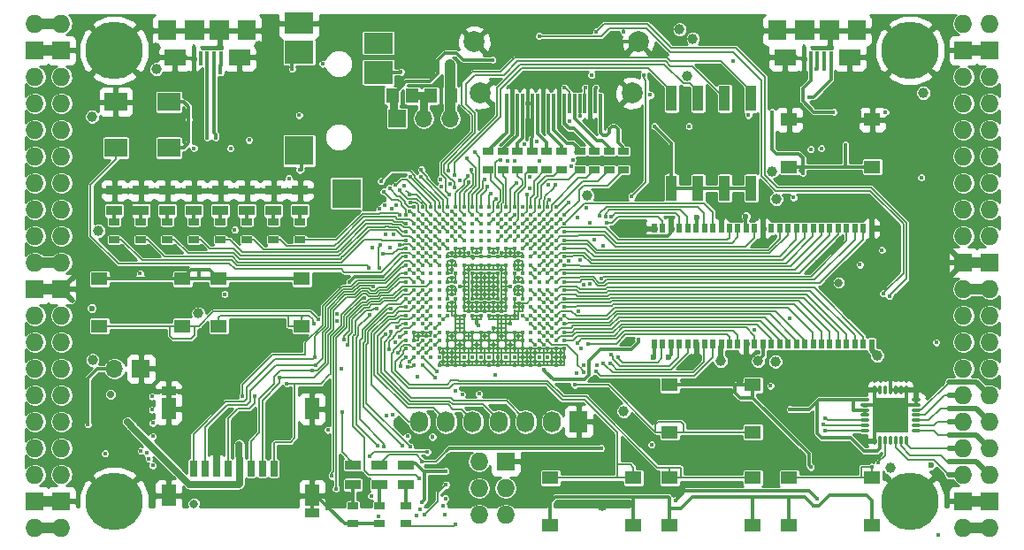
<source format=gtl>
G04 #@! TF.GenerationSoftware,KiCad,Pcbnew,5.0.0+dfsg1-1*
G04 #@! TF.CreationDate,2018-08-10T14:03:08+02:00*
G04 #@! TF.ProjectId,ulx3s,756C7833732E6B696361645F70636200,rev?*
G04 #@! TF.SameCoordinates,Original*
G04 #@! TF.FileFunction,Copper,L1,Top,Signal*
G04 #@! TF.FilePolarity,Positive*
%FSLAX46Y46*%
G04 Gerber Fmt 4.6, Leading zero omitted, Abs format (unit mm)*
G04 Created by KiCad (PCBNEW 5.0.0+dfsg1-1) date Fri Aug 10 14:03:08 2018*
%MOMM*%
%LPD*%
G01*
G04 APERTURE LIST*
G04 #@! TA.AperFunction,BGAPad,CuDef*
%ADD10C,0.400000*%
G04 #@! TD*
G04 #@! TA.AperFunction,SMDPad,CuDef*
%ADD11R,0.300000X1.900000*%
G04 #@! TD*
G04 #@! TA.AperFunction,ComponentPad*
%ADD12C,2.000000*%
G04 #@! TD*
G04 #@! TA.AperFunction,SMDPad,CuDef*
%ADD13R,1.120000X2.440000*%
G04 #@! TD*
G04 #@! TA.AperFunction,SMDPad,CuDef*
%ADD14R,0.560000X0.900000*%
G04 #@! TD*
G04 #@! TA.AperFunction,ComponentPad*
%ADD15O,1.727200X1.727200*%
G04 #@! TD*
G04 #@! TA.AperFunction,ComponentPad*
%ADD16R,1.727200X1.727200*%
G04 #@! TD*
G04 #@! TA.AperFunction,ComponentPad*
%ADD17C,5.500000*%
G04 #@! TD*
G04 #@! TA.AperFunction,SMDPad,CuDef*
%ADD18O,0.850000X0.300000*%
G04 #@! TD*
G04 #@! TA.AperFunction,SMDPad,CuDef*
%ADD19O,0.300000X0.850000*%
G04 #@! TD*
G04 #@! TA.AperFunction,SMDPad,CuDef*
%ADD20R,1.675000X1.675000*%
G04 #@! TD*
G04 #@! TA.AperFunction,ComponentPad*
%ADD21R,1.727200X2.032000*%
G04 #@! TD*
G04 #@! TA.AperFunction,ComponentPad*
%ADD22O,1.727200X2.032000*%
G04 #@! TD*
G04 #@! TA.AperFunction,SMDPad,CuDef*
%ADD23R,2.800000X2.000000*%
G04 #@! TD*
G04 #@! TA.AperFunction,SMDPad,CuDef*
%ADD24R,2.800000X2.200000*%
G04 #@! TD*
G04 #@! TA.AperFunction,SMDPad,CuDef*
%ADD25R,2.800000X2.800000*%
G04 #@! TD*
G04 #@! TA.AperFunction,SMDPad,CuDef*
%ADD26R,0.700000X1.500000*%
G04 #@! TD*
G04 #@! TA.AperFunction,SMDPad,CuDef*
%ADD27R,1.450000X0.900000*%
G04 #@! TD*
G04 #@! TA.AperFunction,SMDPad,CuDef*
%ADD28R,1.450000X2.000000*%
G04 #@! TD*
G04 #@! TA.AperFunction,SMDPad,CuDef*
%ADD29R,2.200000X1.800000*%
G04 #@! TD*
G04 #@! TA.AperFunction,SMDPad,CuDef*
%ADD30R,1.000000X0.670000*%
G04 #@! TD*
G04 #@! TA.AperFunction,SMDPad,CuDef*
%ADD31R,1.500000X0.970000*%
G04 #@! TD*
G04 #@! TA.AperFunction,ComponentPad*
%ADD32R,1.700000X1.700000*%
G04 #@! TD*
G04 #@! TA.AperFunction,ComponentPad*
%ADD33O,1.700000X1.700000*%
G04 #@! TD*
G04 #@! TA.AperFunction,SMDPad,CuDef*
%ADD34R,1.295000X1.400000*%
G04 #@! TD*
G04 #@! TA.AperFunction,SMDPad,CuDef*
%ADD35R,1.800000X1.900000*%
G04 #@! TD*
G04 #@! TA.AperFunction,SMDPad,CuDef*
%ADD36R,0.400000X1.350000*%
G04 #@! TD*
G04 #@! TA.AperFunction,SMDPad,CuDef*
%ADD37R,1.900000X1.900000*%
G04 #@! TD*
G04 #@! TA.AperFunction,SMDPad,CuDef*
%ADD38R,2.100000X1.600000*%
G04 #@! TD*
G04 #@! TA.AperFunction,SMDPad,CuDef*
%ADD39R,1.550000X1.300000*%
G04 #@! TD*
G04 #@! TA.AperFunction,ViaPad*
%ADD40C,2.000000*%
G04 #@! TD*
G04 #@! TA.AperFunction,ViaPad*
%ADD41C,0.419000*%
G04 #@! TD*
G04 #@! TA.AperFunction,ViaPad*
%ADD42C,0.600000*%
G04 #@! TD*
G04 #@! TA.AperFunction,ViaPad*
%ADD43C,1.000000*%
G04 #@! TD*
G04 #@! TA.AperFunction,ViaPad*
%ADD44C,0.800000*%
G04 #@! TD*
G04 #@! TA.AperFunction,ViaPad*
%ADD45C,0.700000*%
G04 #@! TD*
G04 #@! TA.AperFunction,ViaPad*
%ADD46C,0.454000*%
G04 #@! TD*
G04 #@! TA.AperFunction,Conductor*
%ADD47C,0.300000*%
G04 #@! TD*
G04 #@! TA.AperFunction,Conductor*
%ADD48C,0.127000*%
G04 #@! TD*
G04 #@! TA.AperFunction,Conductor*
%ADD49C,0.190000*%
G04 #@! TD*
G04 #@! TA.AperFunction,Conductor*
%ADD50C,0.500000*%
G04 #@! TD*
G04 #@! TA.AperFunction,Conductor*
%ADD51C,1.000000*%
G04 #@! TD*
G04 #@! TA.AperFunction,Conductor*
%ADD52C,0.700000*%
G04 #@! TD*
G04 #@! TA.AperFunction,Conductor*
%ADD53C,0.800000*%
G04 #@! TD*
G04 #@! TA.AperFunction,Conductor*
%ADD54C,0.140000*%
G04 #@! TD*
G04 #@! TA.AperFunction,Conductor*
%ADD55C,0.254000*%
G04 #@! TD*
G04 APERTURE END LIST*
D10*
G04 #@! TO.P,U1,Y19*
G04 #@! TO.N,GND*
X145280000Y-95400000D03*
G04 #@! TO.P,U1,Y17*
X143680000Y-95400000D03*
G04 #@! TO.P,U1,Y16*
X142880000Y-95400000D03*
G04 #@! TO.P,U1,Y15*
X142080000Y-95400000D03*
G04 #@! TO.P,U1,Y14*
X141280000Y-95400000D03*
G04 #@! TO.P,U1,Y12*
X139680000Y-95400000D03*
G04 #@! TO.P,U1,Y11*
X138880000Y-95400000D03*
G04 #@! TO.P,U1,Y8*
X136480000Y-95400000D03*
G04 #@! TO.P,U1,Y7*
X135680000Y-95400000D03*
G04 #@! TO.P,U1,Y6*
X134880000Y-95400000D03*
G04 #@! TO.P,U1,Y5*
X134080000Y-95400000D03*
G04 #@! TO.P,U1,Y3*
G04 #@! TO.N,/flash/FPGA_DONE*
X132480000Y-95400000D03*
G04 #@! TO.P,U1,Y2*
G04 #@! TO.N,/flash/FLASH_nWP*
X131680000Y-95400000D03*
G04 #@! TO.P,U1,W20*
G04 #@! TO.N,GND*
X146080000Y-94600000D03*
G04 #@! TO.P,U1,W19*
X145280000Y-94600000D03*
G04 #@! TO.P,U1,W18*
G04 #@! TO.N,N/C*
X144480000Y-94600000D03*
G04 #@! TO.P,U1,W17*
X143680000Y-94600000D03*
G04 #@! TO.P,U1,W16*
G04 #@! TO.N,GND*
X142880000Y-94600000D03*
G04 #@! TO.P,U1,W15*
X142080000Y-94600000D03*
G04 #@! TO.P,U1,W14*
G04 #@! TO.N,N/C*
X141280000Y-94600000D03*
G04 #@! TO.P,U1,W13*
X140480000Y-94600000D03*
G04 #@! TO.P,U1,W12*
G04 #@! TO.N,GND*
X139680000Y-94600000D03*
G04 #@! TO.P,U1,W11*
G04 #@! TO.N,N/C*
X138880000Y-94600000D03*
G04 #@! TO.P,U1,W10*
X138080000Y-94600000D03*
G04 #@! TO.P,U1,W9*
X137280000Y-94600000D03*
G04 #@! TO.P,U1,W8*
X136480000Y-94600000D03*
G04 #@! TO.P,U1,W7*
G04 #@! TO.N,GND*
X135680000Y-94600000D03*
G04 #@! TO.P,U1,W6*
X134880000Y-94600000D03*
G04 #@! TO.P,U1,W5*
G04 #@! TO.N,N/C*
X134080000Y-94600000D03*
G04 #@! TO.P,U1,W4*
X133280000Y-94600000D03*
G04 #@! TO.P,U1,W3*
G04 #@! TO.N,/flash/FPGA_PROGRAMN*
X132480000Y-94600000D03*
G04 #@! TO.P,U1,W2*
G04 #@! TO.N,/flash/FLASH_MOSI*
X131680000Y-94600000D03*
G04 #@! TO.P,U1,W1*
G04 #@! TO.N,/flash/FLASH_nHOLD*
X130880000Y-94600000D03*
G04 #@! TO.P,U1,V20*
G04 #@! TO.N,GND*
X146080000Y-93800000D03*
G04 #@! TO.P,U1,V19*
X145280000Y-93800000D03*
G04 #@! TO.P,U1,V18*
X144480000Y-93800000D03*
G04 #@! TO.P,U1,V17*
X143680000Y-93800000D03*
G04 #@! TO.P,U1,V16*
X142880000Y-93800000D03*
G04 #@! TO.P,U1,V15*
X142080000Y-93800000D03*
G04 #@! TO.P,U1,V14*
X141280000Y-93800000D03*
G04 #@! TO.P,U1,V13*
X140480000Y-93800000D03*
G04 #@! TO.P,U1,V12*
X139680000Y-93800000D03*
G04 #@! TO.P,U1,V11*
X138880000Y-93800000D03*
G04 #@! TO.P,U1,V10*
X138080000Y-93800000D03*
G04 #@! TO.P,U1,V9*
X137280000Y-93800000D03*
G04 #@! TO.P,U1,V8*
X136480000Y-93800000D03*
G04 #@! TO.P,U1,V7*
X135680000Y-93800000D03*
G04 #@! TO.P,U1,V6*
X134880000Y-93800000D03*
G04 #@! TO.P,U1,V5*
X134080000Y-93800000D03*
G04 #@! TO.P,U1,V4*
G04 #@! TO.N,JTAG_TDO*
X133280000Y-93800000D03*
G04 #@! TO.P,U1,V3*
G04 #@! TO.N,/flash/FPGA_INITN*
X132480000Y-93800000D03*
G04 #@! TO.P,U1,V2*
G04 #@! TO.N,/flash/FLASH_MISO*
X131680000Y-93800000D03*
G04 #@! TO.P,U1,V1*
G04 #@! TO.N,BTN_D*
X130880000Y-93800000D03*
G04 #@! TO.P,U1,U20*
G04 #@! TO.N,SDRAM_D7*
X146080000Y-93000000D03*
G04 #@! TO.P,U1,U19*
G04 #@! TO.N,SDRAM_DQM0*
X145280000Y-93000000D03*
G04 #@! TO.P,U1,U18*
G04 #@! TO.N,GP14*
X144480000Y-93000000D03*
G04 #@! TO.P,U1,U17*
G04 #@! TO.N,GN14*
X143680000Y-93000000D03*
G04 #@! TO.P,U1,U16*
G04 #@! TO.N,ADC_MISO*
X142880000Y-93000000D03*
G04 #@! TO.P,U1,U15*
G04 #@! TO.N,GND*
X142080000Y-93000000D03*
G04 #@! TO.P,U1,U14*
X141280000Y-93000000D03*
G04 #@! TO.P,U1,U13*
X140480000Y-93000000D03*
G04 #@! TO.P,U1,U12*
X139680000Y-93000000D03*
G04 #@! TO.P,U1,U11*
X138880000Y-93000000D03*
G04 #@! TO.P,U1,U10*
X138080000Y-93000000D03*
G04 #@! TO.P,U1,U9*
X137280000Y-93000000D03*
G04 #@! TO.P,U1,U8*
X136480000Y-93000000D03*
G04 #@! TO.P,U1,U7*
X135680000Y-93000000D03*
G04 #@! TO.P,U1,U6*
X134880000Y-93000000D03*
G04 #@! TO.P,U1,U5*
G04 #@! TO.N,JTAG_TMS*
X134080000Y-93000000D03*
G04 #@! TO.P,U1,U4*
G04 #@! TO.N,GND*
X133280000Y-93000000D03*
G04 #@! TO.P,U1,U3*
G04 #@! TO.N,/flash/FLASH_SCK*
X132480000Y-93000000D03*
G04 #@! TO.P,U1,U2*
G04 #@! TO.N,+3V3*
X131680000Y-93000000D03*
G04 #@! TO.P,U1,U1*
G04 #@! TO.N,BTN_L*
X130880000Y-93000000D03*
G04 #@! TO.P,U1,T20*
G04 #@! TO.N,SDRAM_nWE*
X146080000Y-92200000D03*
G04 #@! TO.P,U1,T19*
G04 #@! TO.N,SDRAM_nCAS*
X145280000Y-92200000D03*
G04 #@! TO.P,U1,T18*
G04 #@! TO.N,SDRAM_D5*
X144480000Y-92200000D03*
G04 #@! TO.P,U1,T17*
G04 #@! TO.N,SDRAM_D6*
X143680000Y-92200000D03*
G04 #@! TO.P,U1,T16*
G04 #@! TO.N,N/C*
X142880000Y-92200000D03*
G04 #@! TO.P,U1,T15*
G04 #@! TO.N,GND*
X142080000Y-92200000D03*
G04 #@! TO.P,U1,T14*
X141280000Y-92200000D03*
G04 #@! TO.P,U1,T13*
X140480000Y-92200000D03*
G04 #@! TO.P,U1,T12*
X139680000Y-92200000D03*
G04 #@! TO.P,U1,T11*
X138880000Y-92200000D03*
G04 #@! TO.P,U1,T10*
X138080000Y-92200000D03*
G04 #@! TO.P,U1,T9*
X137280000Y-92200000D03*
G04 #@! TO.P,U1,T8*
X136480000Y-92200000D03*
G04 #@! TO.P,U1,T7*
X135680000Y-92200000D03*
G04 #@! TO.P,U1,T6*
X134880000Y-92200000D03*
G04 #@! TO.P,U1,T5*
G04 #@! TO.N,JTAG_TCK*
X134080000Y-92200000D03*
G04 #@! TO.P,U1,T4*
G04 #@! TO.N,+3V3*
X133280000Y-92200000D03*
G04 #@! TO.P,U1,T3*
X132480000Y-92200000D03*
G04 #@! TO.P,U1,T2*
X131680000Y-92200000D03*
G04 #@! TO.P,U1,T1*
G04 #@! TO.N,BTN_F2*
X130880000Y-92200000D03*
G04 #@! TO.P,U1,R20*
G04 #@! TO.N,SDRAM_nRAS*
X146080000Y-91400000D03*
G04 #@! TO.P,U1,R19*
G04 #@! TO.N,GND*
X145280000Y-91400000D03*
G04 #@! TO.P,U1,R18*
G04 #@! TO.N,BTN_U*
X144480000Y-91400000D03*
G04 #@! TO.P,U1,R17*
G04 #@! TO.N,ADC_CSn*
X143680000Y-91400000D03*
G04 #@! TO.P,U1,R16*
G04 #@! TO.N,ADC_MOSI*
X142880000Y-91400000D03*
G04 #@! TO.P,U1,R5*
G04 #@! TO.N,JTAG_TDI*
X134080000Y-91400000D03*
G04 #@! TO.P,U1,R4*
G04 #@! TO.N,GND*
X133280000Y-91400000D03*
G04 #@! TO.P,U1,R3*
G04 #@! TO.N,N/C*
X132480000Y-91400000D03*
G04 #@! TO.P,U1,R2*
G04 #@! TO.N,/flash/FLASH_nCS*
X131680000Y-91400000D03*
G04 #@! TO.P,U1,R1*
G04 #@! TO.N,BTN_F1*
X130880000Y-91400000D03*
G04 #@! TO.P,U1,P20*
G04 #@! TO.N,SDRAM_nCS*
X146080000Y-90600000D03*
G04 #@! TO.P,U1,P19*
G04 #@! TO.N,SDRAM_BA0*
X145280000Y-90600000D03*
G04 #@! TO.P,U1,P18*
G04 #@! TO.N,SDRAM_D4*
X144480000Y-90600000D03*
G04 #@! TO.P,U1,P17*
G04 #@! TO.N,ADC_SCLK*
X143680000Y-90600000D03*
G04 #@! TO.P,U1,P16*
G04 #@! TO.N,GN15*
X142880000Y-90600000D03*
G04 #@! TO.P,U1,P15*
G04 #@! TO.N,+2V5*
X142080000Y-90600000D03*
G04 #@! TO.P,U1,P14*
G04 #@! TO.N,GND*
X141280000Y-90600000D03*
G04 #@! TO.P,U1,P13*
X140480000Y-90600000D03*
G04 #@! TO.P,U1,P12*
X139680000Y-90600000D03*
G04 #@! TO.P,U1,P11*
X138880000Y-90600000D03*
G04 #@! TO.P,U1,P10*
G04 #@! TO.N,+3V3*
X138080000Y-90600000D03*
G04 #@! TO.P,U1,P9*
X137280000Y-90600000D03*
G04 #@! TO.P,U1,P8*
G04 #@! TO.N,GND*
X136480000Y-90600000D03*
G04 #@! TO.P,U1,P7*
X135680000Y-90600000D03*
G04 #@! TO.P,U1,P6*
G04 #@! TO.N,+2V5*
X134880000Y-90600000D03*
G04 #@! TO.P,U1,P5*
G04 #@! TO.N,N/C*
X134080000Y-90600000D03*
G04 #@! TO.P,U1,P4*
G04 #@! TO.N,OLED_CLK*
X133280000Y-90600000D03*
G04 #@! TO.P,U1,P3*
G04 #@! TO.N,OLED_MOSI*
X132480000Y-90600000D03*
G04 #@! TO.P,U1,P2*
G04 #@! TO.N,OLED_RES*
X131680000Y-90600000D03*
G04 #@! TO.P,U1,P1*
G04 #@! TO.N,OLED_DC*
X130880000Y-90600000D03*
G04 #@! TO.P,U1,N20*
G04 #@! TO.N,SDRAM_BA1*
X146080000Y-89800000D03*
G04 #@! TO.P,U1,N19*
G04 #@! TO.N,SDRAM_A10*
X145280000Y-89800000D03*
G04 #@! TO.P,U1,N18*
G04 #@! TO.N,SDRAM_D3*
X144480000Y-89800000D03*
G04 #@! TO.P,U1,N17*
G04 #@! TO.N,GP15*
X143680000Y-89800000D03*
G04 #@! TO.P,U1,N16*
G04 #@! TO.N,GP16*
X142880000Y-89800000D03*
G04 #@! TO.P,U1,N15*
G04 #@! TO.N,GND*
X142080000Y-89800000D03*
G04 #@! TO.P,U1,N14*
X141280000Y-89800000D03*
G04 #@! TO.P,U1,N13*
G04 #@! TO.N,+1V1*
X140480000Y-89800000D03*
G04 #@! TO.P,U1,N12*
X139680000Y-89800000D03*
G04 #@! TO.P,U1,N11*
X138880000Y-89800000D03*
G04 #@! TO.P,U1,N10*
X138080000Y-89800000D03*
G04 #@! TO.P,U1,N9*
X137280000Y-89800000D03*
G04 #@! TO.P,U1,N8*
X136480000Y-89800000D03*
G04 #@! TO.P,U1,N7*
G04 #@! TO.N,GND*
X135680000Y-89800000D03*
G04 #@! TO.P,U1,N6*
X134880000Y-89800000D03*
G04 #@! TO.P,U1,N5*
G04 #@! TO.N,N/C*
X134080000Y-89800000D03*
G04 #@! TO.P,U1,N4*
G04 #@! TO.N,WIFI_GPIO5*
X133280000Y-89800000D03*
G04 #@! TO.P,U1,N3*
G04 #@! TO.N,WIFI_GPIO17*
X132480000Y-89800000D03*
G04 #@! TO.P,U1,N2*
G04 #@! TO.N,OLED_CS*
X131680000Y-89800000D03*
G04 #@! TO.P,U1,N1*
G04 #@! TO.N,FTDI_nDTR*
X130880000Y-89800000D03*
G04 #@! TO.P,U1,M20*
G04 #@! TO.N,SDRAM_A0*
X146080000Y-89000000D03*
G04 #@! TO.P,U1,M19*
G04 #@! TO.N,SDRAM_A1*
X145280000Y-89000000D03*
G04 #@! TO.P,U1,M18*
G04 #@! TO.N,SDRAM_D2*
X144480000Y-89000000D03*
G04 #@! TO.P,U1,M17*
G04 #@! TO.N,GN16*
X143680000Y-89000000D03*
G04 #@! TO.P,U1,M16*
G04 #@! TO.N,GND*
X142880000Y-89000000D03*
G04 #@! TO.P,U1,M15*
G04 #@! TO.N,+3V3*
X142080000Y-89000000D03*
G04 #@! TO.P,U1,M14*
G04 #@! TO.N,GND*
X141280000Y-89000000D03*
G04 #@! TO.P,U1,M13*
G04 #@! TO.N,+1V1*
X140480000Y-89000000D03*
G04 #@! TO.P,U1,M12*
G04 #@! TO.N,GND*
X139680000Y-89000000D03*
G04 #@! TO.P,U1,M11*
X138880000Y-89000000D03*
G04 #@! TO.P,U1,M10*
X138080000Y-89000000D03*
G04 #@! TO.P,U1,M9*
X137280000Y-89000000D03*
G04 #@! TO.P,U1,M8*
G04 #@! TO.N,+1V1*
X136480000Y-89000000D03*
G04 #@! TO.P,U1,M7*
G04 #@! TO.N,GND*
X135680000Y-89000000D03*
G04 #@! TO.P,U1,M6*
G04 #@! TO.N,+3V3*
X134880000Y-89000000D03*
G04 #@! TO.P,U1,M5*
G04 #@! TO.N,N/C*
X134080000Y-89000000D03*
G04 #@! TO.P,U1,M4*
G04 #@! TO.N,USER_PROGRAMN*
X133280000Y-89000000D03*
G04 #@! TO.P,U1,M3*
G04 #@! TO.N,FTDI_nRTS*
X132480000Y-89000000D03*
G04 #@! TO.P,U1,M2*
G04 #@! TO.N,GND*
X131680000Y-89000000D03*
G04 #@! TO.P,U1,M1*
G04 #@! TO.N,FTDI_TXD*
X130880000Y-89000000D03*
G04 #@! TO.P,U1,L20*
G04 #@! TO.N,SDRAM_A2*
X146080000Y-88200000D03*
G04 #@! TO.P,U1,L19*
G04 #@! TO.N,SDRAM_A3*
X145280000Y-88200000D03*
G04 #@! TO.P,U1,L18*
G04 #@! TO.N,SDRAM_D1*
X144480000Y-88200000D03*
G04 #@! TO.P,U1,L17*
G04 #@! TO.N,GN17*
X143680000Y-88200000D03*
G04 #@! TO.P,U1,L16*
G04 #@! TO.N,GP17*
X142880000Y-88200000D03*
G04 #@! TO.P,U1,L15*
G04 #@! TO.N,+3V3*
X142080000Y-88200000D03*
G04 #@! TO.P,U1,L14*
X141280000Y-88200000D03*
G04 #@! TO.P,U1,L13*
G04 #@! TO.N,+1V1*
X140480000Y-88200000D03*
G04 #@! TO.P,U1,L12*
G04 #@! TO.N,GND*
X139680000Y-88200000D03*
G04 #@! TO.P,U1,L11*
X138880000Y-88200000D03*
G04 #@! TO.P,U1,L10*
X138080000Y-88200000D03*
G04 #@! TO.P,U1,L9*
X137280000Y-88200000D03*
G04 #@! TO.P,U1,L8*
G04 #@! TO.N,+1V1*
X136480000Y-88200000D03*
G04 #@! TO.P,U1,L7*
G04 #@! TO.N,+3V3*
X135680000Y-88200000D03*
G04 #@! TO.P,U1,L6*
X134880000Y-88200000D03*
G04 #@! TO.P,U1,L5*
G04 #@! TO.N,N/C*
X134080000Y-88200000D03*
G04 #@! TO.P,U1,L4*
G04 #@! TO.N,FTDI_RXD*
X133280000Y-88200000D03*
G04 #@! TO.P,U1,L3*
G04 #@! TO.N,FTDI_TXDEN*
X132480000Y-88200000D03*
G04 #@! TO.P,U1,L2*
G04 #@! TO.N,WIFI_GPIO0*
X131680000Y-88200000D03*
G04 #@! TO.P,U1,L1*
G04 #@! TO.N,WIFI_GPIO16*
X130880000Y-88200000D03*
G04 #@! TO.P,U1,K20*
G04 #@! TO.N,SDRAM_A4*
X146080000Y-87400000D03*
G04 #@! TO.P,U1,K19*
G04 #@! TO.N,SDRAM_A5*
X145280000Y-87400000D03*
G04 #@! TO.P,U1,K18*
G04 #@! TO.N,SDRAM_A6*
X144480000Y-87400000D03*
G04 #@! TO.P,U1,K17*
G04 #@! TO.N,N/C*
X143680000Y-87400000D03*
G04 #@! TO.P,U1,K16*
X142880000Y-87400000D03*
G04 #@! TO.P,U1,K15*
G04 #@! TO.N,GND*
X142080000Y-87400000D03*
G04 #@! TO.P,U1,K14*
X141280000Y-87400000D03*
G04 #@! TO.P,U1,K13*
G04 #@! TO.N,+1V1*
X140480000Y-87400000D03*
G04 #@! TO.P,U1,K12*
G04 #@! TO.N,GND*
X139680000Y-87400000D03*
G04 #@! TO.P,U1,K11*
X138880000Y-87400000D03*
G04 #@! TO.P,U1,K10*
X138080000Y-87400000D03*
G04 #@! TO.P,U1,K9*
X137280000Y-87400000D03*
G04 #@! TO.P,U1,K8*
G04 #@! TO.N,+1V1*
X136480000Y-87400000D03*
G04 #@! TO.P,U1,K7*
G04 #@! TO.N,GND*
X135680000Y-87400000D03*
G04 #@! TO.P,U1,K6*
X134880000Y-87400000D03*
G04 #@! TO.P,U1,K5*
G04 #@! TO.N,N/C*
X134080000Y-87400000D03*
G04 #@! TO.P,U1,K4*
G04 #@! TO.N,WIFI_TXD*
X133280000Y-87400000D03*
G04 #@! TO.P,U1,K3*
G04 #@! TO.N,WIFI_RXD*
X132480000Y-87400000D03*
G04 #@! TO.P,U1,K2*
G04 #@! TO.N,SD_D3*
X131680000Y-87400000D03*
G04 #@! TO.P,U1,K1*
G04 #@! TO.N,SD_D2*
X130880000Y-87400000D03*
G04 #@! TO.P,U1,J20*
G04 #@! TO.N,SDRAM_A7*
X146080000Y-86600000D03*
G04 #@! TO.P,U1,J19*
G04 #@! TO.N,SDRAM_A8*
X145280000Y-86600000D03*
G04 #@! TO.P,U1,J18*
G04 #@! TO.N,SDRAM_D14*
X144480000Y-86600000D03*
G04 #@! TO.P,U1,J17*
G04 #@! TO.N,SDRAM_D15*
X143680000Y-86600000D03*
G04 #@! TO.P,U1,J16*
G04 #@! TO.N,SDRAM_D0*
X142880000Y-86600000D03*
G04 #@! TO.P,U1,J15*
G04 #@! TO.N,+3V3*
X142080000Y-86600000D03*
G04 #@! TO.P,U1,J14*
G04 #@! TO.N,GND*
X141280000Y-86600000D03*
G04 #@! TO.P,U1,J13*
G04 #@! TO.N,+1V1*
X140480000Y-86600000D03*
G04 #@! TO.P,U1,J12*
G04 #@! TO.N,GND*
X139680000Y-86600000D03*
G04 #@! TO.P,U1,J11*
X138880000Y-86600000D03*
G04 #@! TO.P,U1,J10*
X138080000Y-86600000D03*
G04 #@! TO.P,U1,J9*
X137280000Y-86600000D03*
G04 #@! TO.P,U1,J8*
G04 #@! TO.N,+1V1*
X136480000Y-86600000D03*
G04 #@! TO.P,U1,J7*
G04 #@! TO.N,GND*
X135680000Y-86600000D03*
G04 #@! TO.P,U1,J6*
G04 #@! TO.N,2V5_3V3*
X134880000Y-86600000D03*
G04 #@! TO.P,U1,J5*
G04 #@! TO.N,N/C*
X134080000Y-86600000D03*
G04 #@! TO.P,U1,J4*
X133280000Y-86600000D03*
G04 #@! TO.P,U1,J3*
G04 #@! TO.N,SD_D0*
X132480000Y-86600000D03*
G04 #@! TO.P,U1,J2*
G04 #@! TO.N,GND*
X131680000Y-86600000D03*
G04 #@! TO.P,U1,J1*
G04 #@! TO.N,SD_CMD*
X130880000Y-86600000D03*
G04 #@! TO.P,U1,H20*
G04 #@! TO.N,SDRAM_A9*
X146080000Y-85800000D03*
G04 #@! TO.P,U1,H19*
G04 #@! TO.N,GND*
X145280000Y-85800000D03*
G04 #@! TO.P,U1,H18*
G04 #@! TO.N,GP18*
X144480000Y-85800000D03*
G04 #@! TO.P,U1,H17*
G04 #@! TO.N,GN18*
X143680000Y-85800000D03*
G04 #@! TO.P,U1,H16*
G04 #@! TO.N,BTN_R*
X142880000Y-85800000D03*
G04 #@! TO.P,U1,H15*
G04 #@! TO.N,+3V3*
X142080000Y-85800000D03*
G04 #@! TO.P,U1,H14*
X141280000Y-85800000D03*
G04 #@! TO.P,U1,H13*
G04 #@! TO.N,+1V1*
X140480000Y-85800000D03*
G04 #@! TO.P,U1,H12*
X139680000Y-85800000D03*
G04 #@! TO.P,U1,H11*
X138880000Y-85800000D03*
G04 #@! TO.P,U1,H10*
X138080000Y-85800000D03*
G04 #@! TO.P,U1,H9*
X137280000Y-85800000D03*
G04 #@! TO.P,U1,H8*
X136480000Y-85800000D03*
G04 #@! TO.P,U1,H7*
G04 #@! TO.N,2V5_3V3*
X135680000Y-85800000D03*
G04 #@! TO.P,U1,H6*
X134880000Y-85800000D03*
G04 #@! TO.P,U1,H5*
G04 #@! TO.N,AUDIO_V0*
X134080000Y-85800000D03*
G04 #@! TO.P,U1,H4*
G04 #@! TO.N,GP13*
X133280000Y-85800000D03*
G04 #@! TO.P,U1,H3*
G04 #@! TO.N,LED7*
X132480000Y-85800000D03*
G04 #@! TO.P,U1,H2*
G04 #@! TO.N,SD_CLK*
X131680000Y-85800000D03*
G04 #@! TO.P,U1,H1*
G04 #@! TO.N,SD_D1*
X130880000Y-85800000D03*
G04 #@! TO.P,U1,G20*
G04 #@! TO.N,SDRAM_A11*
X146080000Y-85000000D03*
G04 #@! TO.P,U1,G19*
G04 #@! TO.N,SDRAM_A12*
X145280000Y-85000000D03*
G04 #@! TO.P,U1,G18*
G04 #@! TO.N,GN19*
X144480000Y-85000000D03*
G04 #@! TO.P,U1,G17*
G04 #@! TO.N,GND*
X143680000Y-85000000D03*
G04 #@! TO.P,U1,G16*
G04 #@! TO.N,SHUTDOWN*
X142880000Y-85000000D03*
G04 #@! TO.P,U1,G15*
G04 #@! TO.N,GND*
X142080000Y-85000000D03*
G04 #@! TO.P,U1,G14*
X141280000Y-85000000D03*
G04 #@! TO.P,U1,G13*
X140480000Y-85000000D03*
G04 #@! TO.P,U1,G12*
X139680000Y-85000000D03*
G04 #@! TO.P,U1,G11*
X138880000Y-85000000D03*
G04 #@! TO.P,U1,G10*
X138080000Y-85000000D03*
G04 #@! TO.P,U1,G9*
X137280000Y-85000000D03*
G04 #@! TO.P,U1,G8*
X136480000Y-85000000D03*
G04 #@! TO.P,U1,G7*
X135680000Y-85000000D03*
G04 #@! TO.P,U1,G6*
X134880000Y-85000000D03*
G04 #@! TO.P,U1,G5*
G04 #@! TO.N,GN13*
X134080000Y-85000000D03*
G04 #@! TO.P,U1,G4*
G04 #@! TO.N,GND*
X133280000Y-85000000D03*
G04 #@! TO.P,U1,G3*
G04 #@! TO.N,GP12*
X132480000Y-85000000D03*
G04 #@! TO.P,U1,G2*
G04 #@! TO.N,CLK_25MHz*
X131680000Y-85000000D03*
G04 #@! TO.P,U1,G1*
G04 #@! TO.N,/usb/ANT_433MHz*
X130880000Y-85000000D03*
G04 #@! TO.P,U1,F20*
G04 #@! TO.N,SDRAM_CKE*
X146080000Y-84200000D03*
G04 #@! TO.P,U1,F19*
G04 #@! TO.N,SDRAM_CLK*
X145280000Y-84200000D03*
G04 #@! TO.P,U1,F18*
G04 #@! TO.N,SDRAM_D13*
X144480000Y-84200000D03*
G04 #@! TO.P,U1,F17*
G04 #@! TO.N,GP19*
X143680000Y-84200000D03*
G04 #@! TO.P,U1,F16*
G04 #@! TO.N,USB_FPGA_D-*
X142880000Y-84200000D03*
G04 #@! TO.P,U1,F15*
G04 #@! TO.N,+2V5*
X142080000Y-84200000D03*
G04 #@! TO.P,U1,F14*
G04 #@! TO.N,GND*
X141280000Y-84200000D03*
G04 #@! TO.P,U1,F13*
X140480000Y-84200000D03*
G04 #@! TO.P,U1,F12*
G04 #@! TO.N,+3V3*
X139680000Y-84200000D03*
G04 #@! TO.P,U1,F11*
X138880000Y-84200000D03*
G04 #@! TO.P,U1,F10*
G04 #@! TO.N,2V5_3V3*
X138080000Y-84200000D03*
G04 #@! TO.P,U1,F9*
X137280000Y-84200000D03*
G04 #@! TO.P,U1,F8*
G04 #@! TO.N,GND*
X136480000Y-84200000D03*
G04 #@! TO.P,U1,F7*
X135680000Y-84200000D03*
G04 #@! TO.P,U1,F6*
G04 #@! TO.N,+2V5*
X134880000Y-84200000D03*
G04 #@! TO.P,U1,F5*
G04 #@! TO.N,AUDIO_V2*
X134080000Y-84200000D03*
G04 #@! TO.P,U1,F4*
G04 #@! TO.N,GP11*
X133280000Y-84200000D03*
G04 #@! TO.P,U1,F3*
G04 #@! TO.N,GN12*
X132480000Y-84200000D03*
G04 #@! TO.P,U1,F2*
G04 #@! TO.N,AUDIO_V1*
X131680000Y-84200000D03*
G04 #@! TO.P,U1,F1*
G04 #@! TO.N,WIFI_EN*
X130880000Y-84200000D03*
G04 #@! TO.P,U1,E20*
G04 #@! TO.N,SDRAM_DQM1*
X146080000Y-83400000D03*
G04 #@! TO.P,U1,E19*
G04 #@! TO.N,SDRAM_D8*
X145280000Y-83400000D03*
G04 #@! TO.P,U1,E18*
G04 #@! TO.N,SDRAM_D12*
X144480000Y-83400000D03*
G04 #@! TO.P,U1,E17*
G04 #@! TO.N,GN20*
X143680000Y-83400000D03*
G04 #@! TO.P,U1,E16*
G04 #@! TO.N,USB_FPGA_D+*
X142880000Y-83400000D03*
G04 #@! TO.P,U1,E15*
G04 #@! TO.N,USB_FPGA_D-*
X142080000Y-83400000D03*
G04 #@! TO.P,U1,E14*
G04 #@! TO.N,GN25*
X141280000Y-83400000D03*
G04 #@! TO.P,U1,E13*
G04 #@! TO.N,GN27*
X140480000Y-83400000D03*
G04 #@! TO.P,U1,E12*
G04 #@! TO.N,FPDI_SCL*
X139680000Y-83400000D03*
G04 #@! TO.P,U1,E11*
G04 #@! TO.N,N/C*
X138880000Y-83400000D03*
G04 #@! TO.P,U1,E10*
X138080000Y-83400000D03*
G04 #@! TO.P,U1,E9*
X137280000Y-83400000D03*
G04 #@! TO.P,U1,E8*
G04 #@! TO.N,SW1*
X136480000Y-83400000D03*
G04 #@! TO.P,U1,E7*
G04 #@! TO.N,SW4*
X135680000Y-83400000D03*
G04 #@! TO.P,U1,E6*
G04 #@! TO.N,N/C*
X134880000Y-83400000D03*
G04 #@! TO.P,U1,E5*
G04 #@! TO.N,AUDIO_V3*
X134080000Y-83400000D03*
G04 #@! TO.P,U1,E4*
G04 #@! TO.N,AUDIO_L0*
X133280000Y-83400000D03*
G04 #@! TO.P,U1,E3*
G04 #@! TO.N,GN11*
X132480000Y-83400000D03*
G04 #@! TO.P,U1,E2*
G04 #@! TO.N,LED5*
X131680000Y-83400000D03*
G04 #@! TO.P,U1,E1*
G04 #@! TO.N,LED6*
X130880000Y-83400000D03*
G04 #@! TO.P,U1,D20*
G04 #@! TO.N,SDRAM_D9*
X146080000Y-82600000D03*
G04 #@! TO.P,U1,D19*
G04 #@! TO.N,SDRAM_D10*
X145280000Y-82600000D03*
G04 #@! TO.P,U1,D18*
G04 #@! TO.N,GP20*
X144480000Y-82600000D03*
G04 #@! TO.P,U1,D17*
G04 #@! TO.N,GN21*
X143680000Y-82600000D03*
G04 #@! TO.P,U1,D16*
G04 #@! TO.N,GN24*
X142880000Y-82600000D03*
G04 #@! TO.P,U1,D15*
G04 #@! TO.N,USB_FPGA_D+*
X142080000Y-82600000D03*
G04 #@! TO.P,U1,D14*
G04 #@! TO.N,GP25*
X141280000Y-82600000D03*
G04 #@! TO.P,U1,D13*
G04 #@! TO.N,GP27*
X140480000Y-82600000D03*
G04 #@! TO.P,U1,D12*
G04 #@! TO.N,N/C*
X139680000Y-82600000D03*
G04 #@! TO.P,U1,D11*
X138880000Y-82600000D03*
G04 #@! TO.P,U1,D10*
X138080000Y-82600000D03*
G04 #@! TO.P,U1,D9*
X137280000Y-82600000D03*
G04 #@! TO.P,U1,D8*
G04 #@! TO.N,SW2*
X136480000Y-82600000D03*
G04 #@! TO.P,U1,D7*
G04 #@! TO.N,SW3*
X135680000Y-82600000D03*
G04 #@! TO.P,U1,D6*
G04 #@! TO.N,BTN_PWRn*
X134880000Y-82600000D03*
G04 #@! TO.P,U1,D5*
G04 #@! TO.N,AUDIO_R2*
X134080000Y-82600000D03*
G04 #@! TO.P,U1,D4*
G04 #@! TO.N,GND*
X133280000Y-82600000D03*
G04 #@! TO.P,U1,D3*
G04 #@! TO.N,AUDIO_L1*
X132480000Y-82600000D03*
G04 #@! TO.P,U1,D2*
G04 #@! TO.N,LED3*
X131680000Y-82600000D03*
G04 #@! TO.P,U1,D1*
G04 #@! TO.N,LED4*
X130880000Y-82600000D03*
G04 #@! TO.P,U1,C20*
G04 #@! TO.N,SDRAM_D11*
X146080000Y-81800000D03*
G04 #@! TO.P,U1,C19*
G04 #@! TO.N,GND*
X145280000Y-81800000D03*
G04 #@! TO.P,U1,C18*
G04 #@! TO.N,GP21*
X144480000Y-81800000D03*
G04 #@! TO.P,U1,C17*
G04 #@! TO.N,GN23*
X143680000Y-81800000D03*
G04 #@! TO.P,U1,C16*
G04 #@! TO.N,GP24*
X142880000Y-81800000D03*
G04 #@! TO.P,U1,C15*
G04 #@! TO.N,GN22*
X142080000Y-81800000D03*
G04 #@! TO.P,U1,C14*
G04 #@! TO.N,FPDI_D1-*
X141280000Y-81800000D03*
G04 #@! TO.P,U1,C13*
G04 #@! TO.N,GN26*
X140480000Y-81800000D03*
G04 #@! TO.P,U1,C12*
G04 #@! TO.N,USB_FPGA_PULL_D-*
X139680000Y-81800000D03*
G04 #@! TO.P,U1,C11*
G04 #@! TO.N,GN0*
X138880000Y-81800000D03*
G04 #@! TO.P,U1,C10*
G04 #@! TO.N,GN3*
X138080000Y-81800000D03*
G04 #@! TO.P,U1,C9*
G04 #@! TO.N,N/C*
X137280000Y-81800000D03*
G04 #@! TO.P,U1,C8*
G04 #@! TO.N,GP5*
X136480000Y-81800000D03*
G04 #@! TO.P,U1,C7*
G04 #@! TO.N,GN6*
X135680000Y-81800000D03*
G04 #@! TO.P,U1,C6*
G04 #@! TO.N,GP6*
X134880000Y-81800000D03*
G04 #@! TO.P,U1,C5*
G04 #@! TO.N,AUDIO_R3*
X134080000Y-81800000D03*
G04 #@! TO.P,U1,C4*
G04 #@! TO.N,GP10*
X133280000Y-81800000D03*
G04 #@! TO.P,U1,C3*
G04 #@! TO.N,AUDIO_L2*
X132480000Y-81800000D03*
G04 #@! TO.P,U1,C2*
G04 #@! TO.N,LED1*
X131680000Y-81800000D03*
G04 #@! TO.P,U1,C1*
G04 #@! TO.N,LED2*
X130880000Y-81800000D03*
G04 #@! TO.P,U1,B20*
G04 #@! TO.N,FPDI_ETH-*
X146080000Y-81000000D03*
G04 #@! TO.P,U1,B19*
G04 #@! TO.N,FPDI_SDA*
X145280000Y-81000000D03*
G04 #@! TO.P,U1,B18*
G04 #@! TO.N,FPDI_CLK-*
X144480000Y-81000000D03*
G04 #@! TO.P,U1,B17*
G04 #@! TO.N,GP23*
X143680000Y-81000000D03*
G04 #@! TO.P,U1,B16*
G04 #@! TO.N,FPDI_D0-*
X142880000Y-81000000D03*
G04 #@! TO.P,U1,B15*
G04 #@! TO.N,GP22*
X142080000Y-81000000D03*
G04 #@! TO.P,U1,B14*
G04 #@! TO.N,GND*
X141280000Y-81000000D03*
G04 #@! TO.P,U1,B13*
G04 #@! TO.N,GP26*
X140480000Y-81000000D03*
G04 #@! TO.P,U1,B12*
G04 #@! TO.N,USB_FPGA_PULL_D+*
X139680000Y-81000000D03*
G04 #@! TO.P,U1,B11*
G04 #@! TO.N,GP0*
X138880000Y-81000000D03*
G04 #@! TO.P,U1,B10*
G04 #@! TO.N,GN2*
X138080000Y-81000000D03*
G04 #@! TO.P,U1,B9*
G04 #@! TO.N,GP3*
X137280000Y-81000000D03*
G04 #@! TO.P,U1,B8*
G04 #@! TO.N,GN5*
X136480000Y-81000000D03*
G04 #@! TO.P,U1,B7*
G04 #@! TO.N,GND*
X135680000Y-81000000D03*
G04 #@! TO.P,U1,B6*
G04 #@! TO.N,GN7*
X134880000Y-81000000D03*
G04 #@! TO.P,U1,B5*
G04 #@! TO.N,AUDIO_R1*
X134080000Y-81000000D03*
G04 #@! TO.P,U1,B4*
G04 #@! TO.N,GN10*
X133280000Y-81000000D03*
G04 #@! TO.P,U1,B3*
G04 #@! TO.N,AUDIO_L3*
X132480000Y-81000000D03*
G04 #@! TO.P,U1,B2*
G04 #@! TO.N,LED0*
X131680000Y-81000000D03*
G04 #@! TO.P,U1,B1*
G04 #@! TO.N,GN9*
X130880000Y-81000000D03*
G04 #@! TO.P,U1,A19*
G04 #@! TO.N,FPDI_ETH+*
X145280000Y-80200000D03*
G04 #@! TO.P,U1,A18*
G04 #@! TO.N,/gpdi/FPDI_CEC*
X144480000Y-80200000D03*
G04 #@! TO.P,U1,A17*
G04 #@! TO.N,FPDI_CLK+*
X143680000Y-80200000D03*
G04 #@! TO.P,U1,A16*
G04 #@! TO.N,FPDI_D0+*
X142880000Y-80200000D03*
G04 #@! TO.P,U1,A15*
G04 #@! TO.N,N/C*
X142080000Y-80200000D03*
G04 #@! TO.P,U1,A14*
G04 #@! TO.N,FPDI_D1+*
X141280000Y-80200000D03*
G04 #@! TO.P,U1,A13*
G04 #@! TO.N,FPDI_D2-*
X140480000Y-80200000D03*
G04 #@! TO.P,U1,A12*
G04 #@! TO.N,FPDI_D2+*
X139680000Y-80200000D03*
G04 #@! TO.P,U1,A11*
G04 #@! TO.N,GN1*
X138880000Y-80200000D03*
G04 #@! TO.P,U1,A10*
G04 #@! TO.N,GP1*
X138080000Y-80200000D03*
G04 #@! TO.P,U1,A9*
G04 #@! TO.N,GP2*
X137280000Y-80200000D03*
G04 #@! TO.P,U1,A8*
G04 #@! TO.N,GN4*
X136480000Y-80200000D03*
G04 #@! TO.P,U1,A7*
G04 #@! TO.N,GP4*
X135680000Y-80200000D03*
G04 #@! TO.P,U1,A6*
G04 #@! TO.N,GP7*
X134880000Y-80200000D03*
G04 #@! TO.P,U1,A5*
G04 #@! TO.N,GN8*
X134080000Y-80200000D03*
G04 #@! TO.P,U1,A4*
G04 #@! TO.N,GP8*
X133280000Y-80200000D03*
G04 #@! TO.P,U1,A3*
G04 #@! TO.N,AUDIO_R0*
X132480000Y-80200000D03*
G04 #@! TO.P,U1,A2*
G04 #@! TO.N,GP9*
X131680000Y-80200000D03*
G04 #@! TD*
D11*
G04 #@! TO.P,GPDI1,19*
G04 #@! TO.N,/gpdi/GPDI_ETH-*
X149546000Y-70312000D03*
G04 #@! TO.P,GPDI1,18*
G04 #@! TO.N,+5V*
X149046000Y-70312000D03*
G04 #@! TO.P,GPDI1,17*
G04 #@! TO.N,GND*
X148546000Y-70312000D03*
G04 #@! TO.P,GPDI1,16*
G04 #@! TO.N,GPDI_SDA*
X148046000Y-70312000D03*
G04 #@! TO.P,GPDI1,15*
G04 #@! TO.N,GPDI_SCL*
X147546000Y-70312000D03*
G04 #@! TO.P,GPDI1,14*
G04 #@! TO.N,/gpdi/GPDI_ETH+*
X147046000Y-70312000D03*
G04 #@! TO.P,GPDI1,13*
G04 #@! TO.N,GPDI_CEC*
X146546000Y-70312000D03*
G04 #@! TO.P,GPDI1,12*
G04 #@! TO.N,/gpdi/GPDI_CLK-*
X146046000Y-70312000D03*
G04 #@! TO.P,GPDI1,11*
G04 #@! TO.N,GND*
X145546000Y-70312000D03*
G04 #@! TO.P,GPDI1,10*
G04 #@! TO.N,/gpdi/GPDI_CLK+*
X145046000Y-70312000D03*
G04 #@! TO.P,GPDI1,9*
G04 #@! TO.N,/gpdi/GPDI_D0-*
X144546000Y-70312000D03*
G04 #@! TO.P,GPDI1,8*
G04 #@! TO.N,GND*
X144046000Y-70312000D03*
G04 #@! TO.P,GPDI1,7*
G04 #@! TO.N,/gpdi/GPDI_D0+*
X143546000Y-70312000D03*
G04 #@! TO.P,GPDI1,6*
G04 #@! TO.N,/gpdi/GPDI_D1-*
X143046000Y-70312000D03*
G04 #@! TO.P,GPDI1,5*
G04 #@! TO.N,GND*
X142546000Y-70312000D03*
G04 #@! TO.P,GPDI1,4*
G04 #@! TO.N,/gpdi/GPDI_D1+*
X142046000Y-70312000D03*
G04 #@! TO.P,GPDI1,3*
G04 #@! TO.N,/gpdi/GPDI_D2-*
X141546000Y-70312000D03*
G04 #@! TO.P,GPDI1,2*
G04 #@! TO.N,GND*
X141046000Y-70312000D03*
G04 #@! TO.P,GPDI1,1*
G04 #@! TO.N,/gpdi/GPDI_D2+*
X140546000Y-70312000D03*
D12*
G04 #@! TO.P,GPDI1,0*
G04 #@! TO.N,GND*
X152546000Y-69312000D03*
X138046000Y-69312000D03*
X153146000Y-64412000D03*
X137446000Y-64412000D03*
G04 #@! TD*
D13*
G04 #@! TO.P,SW1,8*
G04 #@! TO.N,SW1*
X156330000Y-69815000D03*
G04 #@! TO.P,SW1,4*
G04 #@! TO.N,/blinkey/SWPU*
X163950000Y-78425000D03*
G04 #@! TO.P,SW1,7*
G04 #@! TO.N,SW2*
X158870000Y-69815000D03*
G04 #@! TO.P,SW1,3*
G04 #@! TO.N,/blinkey/SWPU*
X161410000Y-78425000D03*
G04 #@! TO.P,SW1,6*
G04 #@! TO.N,SW3*
X161410000Y-69815000D03*
G04 #@! TO.P,SW1,2*
G04 #@! TO.N,/blinkey/SWPU*
X158870000Y-78425000D03*
G04 #@! TO.P,SW1,5*
G04 #@! TO.N,SW4*
X163950000Y-69815000D03*
G04 #@! TO.P,SW1,1*
G04 #@! TO.N,/blinkey/SWPU*
X156330000Y-78425000D03*
G04 #@! TD*
D14*
G04 #@! TO.P,U2,28*
G04 #@! TO.N,GND*
X175493000Y-82270000D03*
G04 #@! TO.P,U2,1*
G04 #@! TO.N,+3V3*
X154693000Y-93330000D03*
G04 #@! TO.P,U2,2*
G04 #@! TO.N,SDRAM_D0*
X155493000Y-93330000D03*
G04 #@! TO.P,U2,3*
G04 #@! TO.N,+3V3*
X156293000Y-93330000D03*
G04 #@! TO.P,U2,4*
G04 #@! TO.N,SDRAM_D1*
X157093000Y-93330000D03*
G04 #@! TO.P,U2,5*
G04 #@! TO.N,SDRAM_D2*
X157893000Y-93330000D03*
G04 #@! TO.P,U2,6*
G04 #@! TO.N,GND*
X158693000Y-93330000D03*
G04 #@! TO.P,U2,7*
G04 #@! TO.N,SDRAM_D3*
X159493000Y-93330000D03*
G04 #@! TO.P,U2,8*
G04 #@! TO.N,SDRAM_D4*
X160293000Y-93330000D03*
G04 #@! TO.P,U2,9*
G04 #@! TO.N,+3V3*
X161093000Y-93330000D03*
G04 #@! TO.P,U2,10*
G04 #@! TO.N,SDRAM_D5*
X161893000Y-93330000D03*
G04 #@! TO.P,U2,11*
G04 #@! TO.N,SDRAM_D6*
X162693000Y-93330000D03*
G04 #@! TO.P,U2,12*
G04 #@! TO.N,GND*
X163493000Y-93330000D03*
G04 #@! TO.P,U2,13*
G04 #@! TO.N,SDRAM_D7*
X164293000Y-93330000D03*
G04 #@! TO.P,U2,14*
G04 #@! TO.N,+3V3*
X165093000Y-93330000D03*
G04 #@! TO.P,U2,15*
G04 #@! TO.N,SDRAM_DQM0*
X165893000Y-93330000D03*
G04 #@! TO.P,U2,16*
G04 #@! TO.N,SDRAM_nWE*
X166693000Y-93330000D03*
G04 #@! TO.P,U2,17*
G04 #@! TO.N,SDRAM_nCAS*
X167493000Y-93330000D03*
G04 #@! TO.P,U2,18*
G04 #@! TO.N,SDRAM_nRAS*
X168293000Y-93330000D03*
G04 #@! TO.P,U2,19*
G04 #@! TO.N,SDRAM_nCS*
X169093000Y-93330000D03*
G04 #@! TO.P,U2,20*
G04 #@! TO.N,SDRAM_BA0*
X169893000Y-93330000D03*
G04 #@! TO.P,U2,21*
G04 #@! TO.N,SDRAM_BA1*
X170693000Y-93330000D03*
G04 #@! TO.P,U2,22*
G04 #@! TO.N,SDRAM_A10*
X171493000Y-93330000D03*
G04 #@! TO.P,U2,23*
G04 #@! TO.N,SDRAM_A0*
X172293000Y-93330000D03*
G04 #@! TO.P,U2,24*
G04 #@! TO.N,SDRAM_A1*
X173093000Y-93330000D03*
G04 #@! TO.P,U2,25*
G04 #@! TO.N,SDRAM_A2*
X173893000Y-93330000D03*
G04 #@! TO.P,U2,26*
G04 #@! TO.N,SDRAM_A3*
X174693000Y-93330000D03*
G04 #@! TO.P,U2,27*
G04 #@! TO.N,+3V3*
X175493000Y-93330000D03*
G04 #@! TO.P,U2,29*
G04 #@! TO.N,SDRAM_A4*
X174693000Y-82270000D03*
G04 #@! TO.P,U2,30*
G04 #@! TO.N,SDRAM_A5*
X173893000Y-82270000D03*
G04 #@! TO.P,U2,31*
G04 #@! TO.N,SDRAM_A6*
X173093000Y-82270000D03*
G04 #@! TO.P,U2,32*
G04 #@! TO.N,SDRAM_A7*
X172293000Y-82270000D03*
G04 #@! TO.P,U2,33*
G04 #@! TO.N,SDRAM_A8*
X171493000Y-82270000D03*
G04 #@! TO.P,U2,34*
G04 #@! TO.N,SDRAM_A9*
X170693000Y-82270000D03*
G04 #@! TO.P,U2,35*
G04 #@! TO.N,SDRAM_A11*
X169893000Y-82270000D03*
G04 #@! TO.P,U2,36*
G04 #@! TO.N,SDRAM_A12*
X169093000Y-82270000D03*
G04 #@! TO.P,U2,37*
G04 #@! TO.N,SDRAM_CKE*
X168293000Y-82270000D03*
G04 #@! TO.P,U2,38*
G04 #@! TO.N,SDRAM_CLK*
X167493000Y-82270000D03*
G04 #@! TO.P,U2,39*
G04 #@! TO.N,SDRAM_DQM1*
X166693000Y-82270000D03*
G04 #@! TO.P,U2,40*
G04 #@! TO.N,N/C*
X165893000Y-82270000D03*
G04 #@! TO.P,U2,41*
G04 #@! TO.N,GND*
X165093000Y-82270000D03*
G04 #@! TO.P,U2,42*
G04 #@! TO.N,SDRAM_D8*
X164293000Y-82270000D03*
G04 #@! TO.P,U2,43*
G04 #@! TO.N,+3V3*
X163493000Y-82270000D03*
G04 #@! TO.P,U2,44*
G04 #@! TO.N,SDRAM_D9*
X162693000Y-82270000D03*
G04 #@! TO.P,U2,45*
G04 #@! TO.N,SDRAM_D10*
X161893000Y-82270000D03*
G04 #@! TO.P,U2,46*
G04 #@! TO.N,GND*
X161093000Y-82270000D03*
G04 #@! TO.P,U2,47*
G04 #@! TO.N,SDRAM_D11*
X160293000Y-82270000D03*
G04 #@! TO.P,U2,48*
G04 #@! TO.N,SDRAM_D12*
X159493000Y-82270000D03*
G04 #@! TO.P,U2,49*
G04 #@! TO.N,+3V3*
X158693000Y-82270000D03*
G04 #@! TO.P,U2,50*
G04 #@! TO.N,SDRAM_D13*
X157893000Y-82270000D03*
G04 #@! TO.P,U2,51*
G04 #@! TO.N,SDRAM_D14*
X157093000Y-82270000D03*
G04 #@! TO.P,U2,52*
G04 #@! TO.N,GND*
X156293000Y-82270000D03*
G04 #@! TO.P,U2,53*
G04 #@! TO.N,SDRAM_D15*
X155493000Y-82270000D03*
G04 #@! TO.P,U2,54*
G04 #@! TO.N,GND*
X154693000Y-82270000D03*
G04 #@! TD*
D15*
G04 #@! TO.P,J1,1*
G04 #@! TO.N,2V5_3V3*
X97910000Y-62690000D03*
G04 #@! TO.P,J1,2*
X95370000Y-62690000D03*
D16*
G04 #@! TO.P,J1,3*
G04 #@! TO.N,GND*
X97910000Y-65230000D03*
G04 #@! TO.P,J1,4*
X95370000Y-65230000D03*
D15*
G04 #@! TO.P,J1,5*
G04 #@! TO.N,GN0*
X97910000Y-67770000D03*
G04 #@! TO.P,J1,6*
G04 #@! TO.N,GP0*
X95370000Y-67770000D03*
G04 #@! TO.P,J1,7*
G04 #@! TO.N,GN1*
X97910000Y-70310000D03*
G04 #@! TO.P,J1,8*
G04 #@! TO.N,GP1*
X95370000Y-70310000D03*
G04 #@! TO.P,J1,9*
G04 #@! TO.N,GN2*
X97910000Y-72850000D03*
G04 #@! TO.P,J1,10*
G04 #@! TO.N,GP2*
X95370000Y-72850000D03*
G04 #@! TO.P,J1,11*
G04 #@! TO.N,GN3*
X97910000Y-75390000D03*
G04 #@! TO.P,J1,12*
G04 #@! TO.N,GP3*
X95370000Y-75390000D03*
G04 #@! TO.P,J1,13*
G04 #@! TO.N,GN4*
X97910000Y-77930000D03*
G04 #@! TO.P,J1,14*
G04 #@! TO.N,GP4*
X95370000Y-77930000D03*
G04 #@! TO.P,J1,15*
G04 #@! TO.N,GN5*
X97910000Y-80470000D03*
G04 #@! TO.P,J1,16*
G04 #@! TO.N,GP5*
X95370000Y-80470000D03*
G04 #@! TO.P,J1,17*
G04 #@! TO.N,GN6*
X97910000Y-83010000D03*
G04 #@! TO.P,J1,18*
G04 #@! TO.N,GP6*
X95370000Y-83010000D03*
G04 #@! TO.P,J1,19*
G04 #@! TO.N,2V5_3V3*
X97910000Y-85550000D03*
G04 #@! TO.P,J1,20*
X95370000Y-85550000D03*
D16*
G04 #@! TO.P,J1,21*
G04 #@! TO.N,GND*
X97910000Y-88090000D03*
G04 #@! TO.P,J1,22*
X95370000Y-88090000D03*
D15*
G04 #@! TO.P,J1,23*
G04 #@! TO.N,GN7*
X97910000Y-90630000D03*
G04 #@! TO.P,J1,24*
G04 #@! TO.N,GP7*
X95370000Y-90630000D03*
G04 #@! TO.P,J1,25*
G04 #@! TO.N,GN8*
X97910000Y-93170000D03*
G04 #@! TO.P,J1,26*
G04 #@! TO.N,GP8*
X95370000Y-93170000D03*
G04 #@! TO.P,J1,27*
G04 #@! TO.N,GN9*
X97910000Y-95710000D03*
G04 #@! TO.P,J1,28*
G04 #@! TO.N,GP9*
X95370000Y-95710000D03*
G04 #@! TO.P,J1,29*
G04 #@! TO.N,GN10*
X97910000Y-98250000D03*
G04 #@! TO.P,J1,30*
G04 #@! TO.N,GP10*
X95370000Y-98250000D03*
G04 #@! TO.P,J1,31*
G04 #@! TO.N,GN11*
X97910000Y-100790000D03*
G04 #@! TO.P,J1,32*
G04 #@! TO.N,GP11*
X95370000Y-100790000D03*
G04 #@! TO.P,J1,33*
G04 #@! TO.N,GN12*
X97910000Y-103330000D03*
G04 #@! TO.P,J1,34*
G04 #@! TO.N,GP12*
X95370000Y-103330000D03*
G04 #@! TO.P,J1,35*
G04 #@! TO.N,GN13*
X97910000Y-105870000D03*
G04 #@! TO.P,J1,36*
G04 #@! TO.N,GP13*
X95370000Y-105870000D03*
D16*
G04 #@! TO.P,J1,37*
G04 #@! TO.N,GND*
X97910000Y-108410000D03*
G04 #@! TO.P,J1,38*
X95370000Y-108410000D03*
D15*
G04 #@! TO.P,J1,39*
G04 #@! TO.N,2V5_3V3*
X97910000Y-110950000D03*
G04 #@! TO.P,J1,40*
X95370000Y-110950000D03*
G04 #@! TD*
G04 #@! TO.P,J2,1*
G04 #@! TO.N,+3V3*
X184270000Y-110950000D03*
G04 #@! TO.P,J2,2*
X186810000Y-110950000D03*
D16*
G04 #@! TO.P,J2,3*
G04 #@! TO.N,GND*
X184270000Y-108410000D03*
G04 #@! TO.P,J2,4*
X186810000Y-108410000D03*
D15*
G04 #@! TO.P,J2,5*
G04 #@! TO.N,GN14*
X184270000Y-105870000D03*
G04 #@! TO.P,J2,6*
G04 #@! TO.N,GP14*
X186810000Y-105870000D03*
G04 #@! TO.P,J2,7*
G04 #@! TO.N,GN15*
X184270000Y-103330000D03*
G04 #@! TO.P,J2,8*
G04 #@! TO.N,GP15*
X186810000Y-103330000D03*
G04 #@! TO.P,J2,9*
G04 #@! TO.N,GN16*
X184270000Y-100790000D03*
G04 #@! TO.P,J2,10*
G04 #@! TO.N,GP16*
X186810000Y-100790000D03*
G04 #@! TO.P,J2,11*
G04 #@! TO.N,GN17*
X184270000Y-98250000D03*
G04 #@! TO.P,J2,12*
G04 #@! TO.N,GP17*
X186810000Y-98250000D03*
G04 #@! TO.P,J2,13*
G04 #@! TO.N,GN18*
X184270000Y-95710000D03*
G04 #@! TO.P,J2,14*
G04 #@! TO.N,GP18*
X186810000Y-95710000D03*
G04 #@! TO.P,J2,15*
G04 #@! TO.N,GN19*
X184270000Y-93170000D03*
G04 #@! TO.P,J2,16*
G04 #@! TO.N,GP19*
X186810000Y-93170000D03*
G04 #@! TO.P,J2,17*
G04 #@! TO.N,GN20*
X184270000Y-90630000D03*
G04 #@! TO.P,J2,18*
G04 #@! TO.N,GP20*
X186810000Y-90630000D03*
G04 #@! TO.P,J2,19*
G04 #@! TO.N,+3V3*
X184270000Y-88090000D03*
G04 #@! TO.P,J2,20*
X186810000Y-88090000D03*
D16*
G04 #@! TO.P,J2,21*
G04 #@! TO.N,GND*
X184270000Y-85550000D03*
G04 #@! TO.P,J2,22*
X186810000Y-85550000D03*
D15*
G04 #@! TO.P,J2,23*
G04 #@! TO.N,GN21*
X184270000Y-83010000D03*
G04 #@! TO.P,J2,24*
G04 #@! TO.N,GP21*
X186810000Y-83010000D03*
G04 #@! TO.P,J2,25*
G04 #@! TO.N,GN22*
X184270000Y-80470000D03*
G04 #@! TO.P,J2,26*
G04 #@! TO.N,GP22*
X186810000Y-80470000D03*
G04 #@! TO.P,J2,27*
G04 #@! TO.N,GN23*
X184270000Y-77930000D03*
G04 #@! TO.P,J2,28*
G04 #@! TO.N,GP23*
X186810000Y-77930000D03*
G04 #@! TO.P,J2,29*
G04 #@! TO.N,GN24*
X184270000Y-75390000D03*
G04 #@! TO.P,J2,30*
G04 #@! TO.N,GP24*
X186810000Y-75390000D03*
G04 #@! TO.P,J2,31*
G04 #@! TO.N,GN25*
X184270000Y-72850000D03*
G04 #@! TO.P,J2,32*
G04 #@! TO.N,GP25*
X186810000Y-72850000D03*
G04 #@! TO.P,J2,33*
G04 #@! TO.N,GN26*
X184270000Y-70310000D03*
G04 #@! TO.P,J2,34*
G04 #@! TO.N,GP26*
X186810000Y-70310000D03*
G04 #@! TO.P,J2,35*
G04 #@! TO.N,GN27*
X184270000Y-67770000D03*
G04 #@! TO.P,J2,36*
G04 #@! TO.N,GP27*
X186810000Y-67770000D03*
D16*
G04 #@! TO.P,J2,37*
G04 #@! TO.N,GND*
X184270000Y-65230000D03*
G04 #@! TO.P,J2,38*
X186810000Y-65230000D03*
D15*
G04 #@! TO.P,J2,39*
G04 #@! TO.N,/gpio/IN5V*
X184270000Y-62690000D03*
G04 #@! TO.P,J2,40*
G04 #@! TO.N,/gpio/OUT5V*
X186810000Y-62690000D03*
G04 #@! TD*
D17*
G04 #@! TO.P,H1,1*
G04 #@! TO.N,GND*
X102990000Y-108410000D03*
G04 #@! TD*
G04 #@! TO.P,H2,1*
G04 #@! TO.N,GND*
X179190000Y-108410000D03*
G04 #@! TD*
G04 #@! TO.P,H3,1*
G04 #@! TO.N,GND*
X179190000Y-65230000D03*
G04 #@! TD*
G04 #@! TO.P,H4,1*
G04 #@! TO.N,GND*
X102990000Y-65230000D03*
G04 #@! TD*
D16*
G04 #@! TO.P,J4,1*
G04 #@! TO.N,GND*
X140455000Y-104600000D03*
D15*
G04 #@! TO.P,J4,2*
G04 #@! TO.N,+3V3*
X137915000Y-104600000D03*
G04 #@! TO.P,J4,3*
G04 #@! TO.N,JTAG_TDI*
X140455000Y-107140000D03*
G04 #@! TO.P,J4,4*
G04 #@! TO.N,JTAG_TCK*
X137915000Y-107140000D03*
G04 #@! TO.P,J4,5*
G04 #@! TO.N,JTAG_TMS*
X140455000Y-109680000D03*
G04 #@! TO.P,J4,6*
G04 #@! TO.N,JTAG_TDO*
X137915000Y-109680000D03*
G04 #@! TD*
D18*
G04 #@! TO.P,U8,1*
G04 #@! TO.N,GP15*
X179735000Y-101655000D03*
G04 #@! TO.P,U8,2*
G04 #@! TO.N,GN16*
X179735000Y-101155000D03*
G04 #@! TO.P,U8,3*
G04 #@! TO.N,GP16*
X179735000Y-100655000D03*
G04 #@! TO.P,U8,4*
G04 #@! TO.N,GN17*
X179735000Y-100155000D03*
G04 #@! TO.P,U8,5*
G04 #@! TO.N,GP17*
X179735000Y-99655000D03*
G04 #@! TO.P,U8,6*
G04 #@! TO.N,GND*
X179735000Y-99155000D03*
G04 #@! TO.P,U8,7*
X179735000Y-98655000D03*
D19*
G04 #@! TO.P,U8,8*
X178785000Y-97705000D03*
G04 #@! TO.P,U8,9*
X178285000Y-97705000D03*
G04 #@! TO.P,U8,10*
X177785000Y-97705000D03*
G04 #@! TO.P,U8,11*
X177285000Y-97705000D03*
G04 #@! TO.P,U8,12*
G04 #@! TO.N,N/C*
X176785000Y-97705000D03*
G04 #@! TO.P,U8,13*
G04 #@! TO.N,GND*
X176285000Y-97705000D03*
G04 #@! TO.P,U8,14*
X175785000Y-97705000D03*
D18*
G04 #@! TO.P,U8,15*
G04 #@! TO.N,/analog/ADC3V3*
X174835000Y-98655000D03*
G04 #@! TO.P,U8,16*
G04 #@! TO.N,GND*
X174835000Y-99155000D03*
G04 #@! TO.P,U8,17*
G04 #@! TO.N,/analog/ADC3V3*
X174835000Y-99655000D03*
G04 #@! TO.P,U8,18*
X174835000Y-100155000D03*
G04 #@! TO.P,U8,19*
G04 #@! TO.N,ADC_SCLK*
X174835000Y-100655000D03*
G04 #@! TO.P,U8,20*
G04 #@! TO.N,ADC_CSn*
X174835000Y-101155000D03*
G04 #@! TO.P,U8,21*
G04 #@! TO.N,ADC_MOSI*
X174835000Y-101655000D03*
D19*
G04 #@! TO.P,U8,22*
G04 #@! TO.N,GND*
X175785000Y-102605000D03*
G04 #@! TO.P,U8,23*
G04 #@! TO.N,/analog/ADC3V3*
X176285000Y-102605000D03*
G04 #@! TO.P,U8,24*
G04 #@! TO.N,ADC_MISO*
X176785000Y-102605000D03*
G04 #@! TO.P,U8,25*
G04 #@! TO.N,N/C*
X177285000Y-102605000D03*
G04 #@! TO.P,U8,26*
G04 #@! TO.N,GN14*
X177785000Y-102605000D03*
G04 #@! TO.P,U8,27*
G04 #@! TO.N,GP14*
X178285000Y-102605000D03*
G04 #@! TO.P,U8,28*
G04 #@! TO.N,GN15*
X178785000Y-102605000D03*
D20*
G04 #@! TO.P,U8,29*
G04 #@! TO.N,GND*
X176447500Y-99317500D03*
X176447500Y-100992500D03*
X178122500Y-99317500D03*
X178122500Y-100992500D03*
G04 #@! TD*
D21*
G04 #@! TO.P,OLED1,1*
G04 #@! TO.N,GND*
X147440000Y-100790000D03*
D22*
G04 #@! TO.P,OLED1,2*
G04 #@! TO.N,+3V3*
X144900000Y-100790000D03*
G04 #@! TO.P,OLED1,3*
G04 #@! TO.N,OLED_CLK*
X142360000Y-100790000D03*
G04 #@! TO.P,OLED1,4*
G04 #@! TO.N,OLED_MOSI*
X139820000Y-100790000D03*
G04 #@! TO.P,OLED1,5*
G04 #@! TO.N,OLED_RES*
X137280000Y-100790000D03*
G04 #@! TO.P,OLED1,6*
G04 #@! TO.N,OLED_DC*
X134740000Y-100790000D03*
G04 #@! TO.P,OLED1,7*
G04 #@! TO.N,OLED_CS*
X132200000Y-100790000D03*
G04 #@! TD*
D23*
G04 #@! TO.P,AUDIO1,1*
G04 #@! TO.N,GND*
X120668000Y-62618000D03*
D24*
G04 #@! TO.P,AUDIO1,4*
G04 #@! TO.N,/analog/AUDIO_V*
X120668000Y-65418000D03*
D25*
G04 #@! TO.P,AUDIO1,2*
G04 #@! TO.N,/analog/AUDIO_L*
X120668000Y-74818000D03*
G04 #@! TO.P,AUDIO1,5*
G04 #@! TO.N,N/C*
X125218000Y-78918000D03*
D24*
G04 #@! TO.P,AUDIO1,3*
G04 #@! TO.N,/analog/AUDIO_R*
X128268000Y-67318000D03*
D23*
G04 #@! TO.P,AUDIO1,6*
G04 #@! TO.N,N/C*
X128268000Y-64518000D03*
G04 #@! TD*
D26*
G04 #@! TO.P,SD1,1*
G04 #@! TO.N,SD_D2*
X118250000Y-105250000D03*
G04 #@! TO.P,SD1,2*
G04 #@! TO.N,SD_D3*
X117150000Y-105250000D03*
G04 #@! TO.P,SD1,3*
G04 #@! TO.N,SD_CMD*
X116050000Y-105250000D03*
G04 #@! TO.P,SD1,4*
G04 #@! TO.N,/sdcard/SD3V3*
X114950000Y-105250000D03*
G04 #@! TO.P,SD1,5*
G04 #@! TO.N,SD_CLK*
X113850000Y-105250000D03*
G04 #@! TO.P,SD1,6*
G04 #@! TO.N,GND*
X112750000Y-105250000D03*
G04 #@! TO.P,SD1,7*
G04 #@! TO.N,SD_D0*
X111650000Y-105250000D03*
G04 #@! TO.P,SD1,8*
G04 #@! TO.N,SD_D1*
X110550000Y-105250000D03*
D27*
G04 #@! TO.P,SD1,10*
G04 #@! TO.N,GND*
X121925000Y-109550000D03*
G04 #@! TO.P,SD1,11*
X108175000Y-97850000D03*
D28*
G04 #@! TO.P,SD1,9*
X108175000Y-107850000D03*
X121925000Y-107850000D03*
X121925000Y-99550000D03*
X108175000Y-99550000D03*
G04 #@! TD*
D29*
G04 #@! TO.P,Y1,1*
G04 #@! TO.N,+3V3*
X108212000Y-70160000D03*
G04 #@! TO.P,Y1,2*
G04 #@! TO.N,GND*
X103132000Y-70160000D03*
G04 #@! TO.P,Y1,3*
G04 #@! TO.N,CLK_25MHz*
X103132000Y-74560000D03*
G04 #@! TO.P,Y1,4*
G04 #@! TO.N,+3V3*
X108212000Y-74560000D03*
G04 #@! TD*
D30*
G04 #@! TO.P,C36,1*
G04 #@! TO.N,FPDI_ETH+*
X150361000Y-76646000D03*
G04 #@! TO.P,C36,2*
G04 #@! TO.N,/gpdi/GPDI_ETH+*
X150361000Y-74896000D03*
G04 #@! TD*
G04 #@! TO.P,C37,2*
G04 #@! TO.N,/gpdi/GPDI_ETH-*
X151758000Y-74896000D03*
G04 #@! TO.P,C37,1*
G04 #@! TO.N,FPDI_ETH-*
X151758000Y-76646000D03*
G04 #@! TD*
G04 #@! TO.P,C38,2*
G04 #@! TO.N,/gpdi/GPDI_D2-*
X140201000Y-74896000D03*
G04 #@! TO.P,C38,1*
G04 #@! TO.N,FPDI_D2-*
X140201000Y-76646000D03*
G04 #@! TD*
G04 #@! TO.P,C39,1*
G04 #@! TO.N,FPDI_D1-*
X142995000Y-76646000D03*
G04 #@! TO.P,C39,2*
G04 #@! TO.N,/gpdi/GPDI_D1-*
X142995000Y-74896000D03*
G04 #@! TD*
G04 #@! TO.P,C40,1*
G04 #@! TO.N,FPDI_D0-*
X145789000Y-76646000D03*
G04 #@! TO.P,C40,2*
G04 #@! TO.N,/gpdi/GPDI_D0-*
X145789000Y-74896000D03*
G04 #@! TD*
G04 #@! TO.P,C41,2*
G04 #@! TO.N,/gpdi/GPDI_CLK-*
X148964000Y-74896000D03*
G04 #@! TO.P,C41,1*
G04 #@! TO.N,FPDI_CLK-*
X148964000Y-76646000D03*
G04 #@! TD*
G04 #@! TO.P,C42,1*
G04 #@! TO.N,FPDI_D2+*
X138742800Y-76638600D03*
G04 #@! TO.P,C42,2*
G04 #@! TO.N,/gpdi/GPDI_D2+*
X138742800Y-74888600D03*
G04 #@! TD*
G04 #@! TO.P,C43,2*
G04 #@! TO.N,/gpdi/GPDI_D1+*
X141598000Y-74896000D03*
G04 #@! TO.P,C43,1*
G04 #@! TO.N,FPDI_D1+*
X141598000Y-76646000D03*
G04 #@! TD*
G04 #@! TO.P,C44,2*
G04 #@! TO.N,/gpdi/GPDI_D0+*
X144392000Y-74896000D03*
G04 #@! TO.P,C44,1*
G04 #@! TO.N,FPDI_D0+*
X144392000Y-76646000D03*
G04 #@! TD*
G04 #@! TO.P,C45,1*
G04 #@! TO.N,FPDI_CLK+*
X147567000Y-76634000D03*
G04 #@! TO.P,C45,2*
G04 #@! TO.N,/gpdi/GPDI_CLK+*
X147567000Y-74884000D03*
G04 #@! TD*
D31*
G04 #@! TO.P,D19,1*
G04 #@! TO.N,/blinkey/LED_TXLED*
X130930000Y-106825000D03*
G04 #@! TO.P,D19,2*
G04 #@! TO.N,FT2V5*
X130930000Y-104915000D03*
G04 #@! TD*
G04 #@! TO.P,D0,1*
G04 #@! TO.N,GND*
X120770000Y-78644000D03*
G04 #@! TO.P,D0,2*
G04 #@! TO.N,/blinkey/ALED0*
X120770000Y-80554000D03*
G04 #@! TD*
G04 #@! TO.P,D1,2*
G04 #@! TO.N,/blinkey/ALED1*
X118230000Y-80554000D03*
G04 #@! TO.P,D1,1*
G04 #@! TO.N,GND*
X118230000Y-78644000D03*
G04 #@! TD*
G04 #@! TO.P,D2,1*
G04 #@! TO.N,GND*
X115690000Y-78644000D03*
G04 #@! TO.P,D2,2*
G04 #@! TO.N,/blinkey/ALED2*
X115690000Y-80554000D03*
G04 #@! TD*
G04 #@! TO.P,D3,1*
G04 #@! TO.N,GND*
X113150000Y-78644000D03*
G04 #@! TO.P,D3,2*
G04 #@! TO.N,/blinkey/ALED3*
X113150000Y-80554000D03*
G04 #@! TD*
G04 #@! TO.P,D4,2*
G04 #@! TO.N,/blinkey/ALED4*
X110610000Y-80554000D03*
G04 #@! TO.P,D4,1*
G04 #@! TO.N,GND*
X110610000Y-78644000D03*
G04 #@! TD*
G04 #@! TO.P,D5,2*
G04 #@! TO.N,/blinkey/ALED5*
X108070000Y-80554000D03*
G04 #@! TO.P,D5,1*
G04 #@! TO.N,GND*
X108070000Y-78644000D03*
G04 #@! TD*
G04 #@! TO.P,D6,1*
G04 #@! TO.N,GND*
X105545000Y-78644000D03*
G04 #@! TO.P,D6,2*
G04 #@! TO.N,/blinkey/ALED6*
X105545000Y-80554000D03*
G04 #@! TD*
G04 #@! TO.P,D7,2*
G04 #@! TO.N,/blinkey/ALED7*
X102990000Y-80554000D03*
G04 #@! TO.P,D7,1*
G04 #@! TO.N,GND*
X102990000Y-78644000D03*
G04 #@! TD*
G04 #@! TO.P,D18,1*
G04 #@! TO.N,/blinkey/LED_PWREN*
X128390000Y-106825000D03*
G04 #@! TO.P,D18,2*
G04 #@! TO.N,FTDI_nSLEEP*
X128390000Y-104915000D03*
G04 #@! TD*
G04 #@! TO.P,D22,2*
G04 #@! TO.N,WIFI_GPIO5*
X125850000Y-104915000D03*
G04 #@! TO.P,D22,1*
G04 #@! TO.N,/blinkey/LED_WIFI*
X125850000Y-106825000D03*
G04 #@! TD*
D30*
G04 #@! TO.P,R41,1*
G04 #@! TO.N,LED0*
X120770000Y-83377000D03*
G04 #@! TO.P,R41,2*
G04 #@! TO.N,/blinkey/ALED0*
X120770000Y-81627000D03*
G04 #@! TD*
G04 #@! TO.P,R42,2*
G04 #@! TO.N,/blinkey/ALED1*
X118230000Y-81627000D03*
G04 #@! TO.P,R42,1*
G04 #@! TO.N,LED1*
X118230000Y-83377000D03*
G04 #@! TD*
G04 #@! TO.P,R43,1*
G04 #@! TO.N,LED2*
X115690000Y-83377000D03*
G04 #@! TO.P,R43,2*
G04 #@! TO.N,/blinkey/ALED2*
X115690000Y-81627000D03*
G04 #@! TD*
G04 #@! TO.P,R44,2*
G04 #@! TO.N,/blinkey/ALED3*
X113150000Y-81627000D03*
G04 #@! TO.P,R44,1*
G04 #@! TO.N,LED3*
X113150000Y-83377000D03*
G04 #@! TD*
G04 #@! TO.P,R45,2*
G04 #@! TO.N,/blinkey/ALED4*
X110610000Y-81627000D03*
G04 #@! TO.P,R45,1*
G04 #@! TO.N,LED4*
X110610000Y-83377000D03*
G04 #@! TD*
G04 #@! TO.P,R46,1*
G04 #@! TO.N,LED5*
X108070000Y-83377000D03*
G04 #@! TO.P,R46,2*
G04 #@! TO.N,/blinkey/ALED5*
X108070000Y-81627000D03*
G04 #@! TD*
G04 #@! TO.P,R47,2*
G04 #@! TO.N,/blinkey/ALED6*
X105530000Y-81627000D03*
G04 #@! TO.P,R47,1*
G04 #@! TO.N,LED6*
X105530000Y-83377000D03*
G04 #@! TD*
G04 #@! TO.P,R48,1*
G04 #@! TO.N,LED7*
X102990000Y-83377000D03*
G04 #@! TO.P,R48,2*
G04 #@! TO.N,/blinkey/ALED7*
X102990000Y-81627000D03*
G04 #@! TD*
G04 #@! TO.P,R36,2*
G04 #@! TO.N,GND*
X128390000Y-110555000D03*
G04 #@! TO.P,R36,1*
G04 #@! TO.N,/blinkey/LED_PWREN*
X128390000Y-108805000D03*
G04 #@! TD*
G04 #@! TO.P,R37,1*
G04 #@! TO.N,FTDI_nTXLED*
X130930000Y-110555000D03*
G04 #@! TO.P,R37,2*
G04 #@! TO.N,/blinkey/LED_TXLED*
X130930000Y-108805000D03*
G04 #@! TD*
G04 #@! TO.P,R62,1*
G04 #@! TO.N,/blinkey/LED_WIFI*
X125850000Y-108805000D03*
G04 #@! TO.P,R62,2*
G04 #@! TO.N,GND*
X125850000Y-110555000D03*
G04 #@! TD*
D32*
G04 #@! TO.P,J3,1*
G04 #@! TO.N,GND*
X105530000Y-95710000D03*
D33*
G04 #@! TO.P,J3,2*
G04 #@! TO.N,/wifi/WIFIEN*
X102990000Y-95710000D03*
G04 #@! TD*
D32*
G04 #@! TO.P,J5,1*
G04 #@! TO.N,+2V5*
X130056000Y-71725000D03*
D33*
G04 #@! TO.P,J5,2*
G04 #@! TO.N,2V5_3V3*
X132596000Y-71725000D03*
G04 #@! TO.P,J5,3*
G04 #@! TO.N,+3V3*
X135136000Y-71725000D03*
G04 #@! TD*
D34*
G04 #@! TO.P,RV2,2*
G04 #@! TO.N,2V5_3V3*
X131531500Y-69566000D03*
G04 #@! TO.P,RV2,1*
G04 #@! TO.N,+2V5*
X129596500Y-69566000D03*
G04 #@! TD*
G04 #@! TO.P,RV3,1*
G04 #@! TO.N,2V5_3V3*
X133279500Y-69566000D03*
G04 #@! TO.P,RV3,2*
G04 #@! TO.N,+3V3*
X135214500Y-69566000D03*
G04 #@! TD*
D35*
G04 #@! TO.P,US1,6*
G04 #@! TO.N,GND*
X108080000Y-63325000D03*
X115680000Y-63325000D03*
D36*
G04 #@! TO.P,US1,5*
X110580000Y-66000000D03*
G04 #@! TO.P,US1,4*
G04 #@! TO.N,N/C*
X111230000Y-66000000D03*
G04 #@! TO.P,US1,3*
G04 #@! TO.N,/usb/FTD+*
X111880000Y-66000000D03*
G04 #@! TO.P,US1,2*
G04 #@! TO.N,/usb/FTD-*
X112530000Y-66000000D03*
G04 #@! TO.P,US1,1*
G04 #@! TO.N,USB5V*
X113180000Y-66000000D03*
D37*
G04 #@! TO.P,US1,6*
G04 #@! TO.N,GND*
X110680000Y-63325000D03*
X113080000Y-63325000D03*
D38*
X108780000Y-65875000D03*
X114980000Y-65875000D03*
G04 #@! TD*
G04 #@! TO.P,US2,6*
G04 #@! TO.N,GND*
X173400000Y-65875000D03*
X167200000Y-65875000D03*
D37*
X171500000Y-63325000D03*
X169100000Y-63325000D03*
D36*
G04 #@! TO.P,US2,1*
G04 #@! TO.N,/usb/US2VBUS*
X171600000Y-66000000D03*
G04 #@! TO.P,US2,2*
G04 #@! TO.N,/usb/FPD-*
X170950000Y-66000000D03*
G04 #@! TO.P,US2,3*
G04 #@! TO.N,/usb/FPD+*
X170300000Y-66000000D03*
G04 #@! TO.P,US2,4*
G04 #@! TO.N,US2_ID*
X169650000Y-66000000D03*
G04 #@! TO.P,US2,5*
G04 #@! TO.N,GND*
X169000000Y-66000000D03*
D35*
G04 #@! TO.P,US2,6*
X174100000Y-63325000D03*
X166500000Y-63325000D03*
G04 #@! TD*
D39*
G04 #@! TO.P,B0,2*
G04 #@! TO.N,GND*
X175550000Y-71870000D03*
G04 #@! TO.P,B0,1*
G04 #@! TO.N,PWRBTn*
X175550000Y-76370000D03*
X167590000Y-76370000D03*
G04 #@! TO.P,B0,2*
G04 #@! TO.N,GND*
X167590000Y-71870000D03*
G04 #@! TD*
G04 #@! TO.P,B1,2*
G04 #@! TO.N,BTN_F1*
X109510000Y-91610000D03*
G04 #@! TO.P,B1,1*
G04 #@! TO.N,/blinkey/BTNPUL*
X109510000Y-87110000D03*
X101550000Y-87110000D03*
G04 #@! TO.P,B1,2*
G04 #@! TO.N,BTN_F1*
X101550000Y-91610000D03*
G04 #@! TD*
G04 #@! TO.P,B2,2*
G04 #@! TO.N,BTN_F2*
X112980000Y-91610000D03*
G04 #@! TO.P,B2,1*
G04 #@! TO.N,/blinkey/BTNPUL*
X112980000Y-87110000D03*
X120940000Y-87110000D03*
G04 #@! TO.P,B2,2*
G04 #@! TO.N,BTN_F2*
X120940000Y-91610000D03*
G04 #@! TD*
G04 #@! TO.P,B3,2*
G04 #@! TO.N,BTN_U*
X164120000Y-101770000D03*
G04 #@! TO.P,B3,1*
G04 #@! TO.N,/blinkey/BTNPUR*
X164120000Y-97270000D03*
X156160000Y-97270000D03*
G04 #@! TO.P,B3,2*
G04 #@! TO.N,BTN_U*
X156160000Y-101770000D03*
G04 #@! TD*
G04 #@! TO.P,B4,2*
G04 #@! TO.N,BTN_D*
X164120000Y-106160000D03*
G04 #@! TO.P,B4,1*
G04 #@! TO.N,/blinkey/BTNPUR*
X164120000Y-110660000D03*
X156160000Y-110660000D03*
G04 #@! TO.P,B4,2*
G04 #@! TO.N,BTN_D*
X156160000Y-106160000D03*
G04 #@! TD*
G04 #@! TO.P,B5,2*
G04 #@! TO.N,BTN_L*
X144730000Y-106160000D03*
G04 #@! TO.P,B5,1*
G04 #@! TO.N,/blinkey/BTNPUR*
X144730000Y-110660000D03*
X152690000Y-110660000D03*
G04 #@! TO.P,B5,2*
G04 #@! TO.N,BTN_L*
X152690000Y-106160000D03*
G04 #@! TD*
G04 #@! TO.P,B6,2*
G04 #@! TO.N,BTN_R*
X175550000Y-106160000D03*
G04 #@! TO.P,B6,1*
G04 #@! TO.N,/blinkey/BTNPUR*
X175550000Y-110660000D03*
X167590000Y-110660000D03*
G04 #@! TO.P,B6,2*
G04 #@! TO.N,BTN_R*
X167590000Y-106160000D03*
G04 #@! TD*
D40*
G04 #@! TO.N,GND*
X118689500Y-101316000D03*
D41*
X152408000Y-72169500D03*
X140080000Y-92600000D03*
X135280000Y-87000000D03*
X177287984Y-96778661D03*
D42*
X152510125Y-81695229D03*
D43*
X177658444Y-82281349D03*
X163203000Y-94966000D03*
X158539988Y-94868772D03*
D42*
X156262773Y-81349374D03*
X123437000Y-108972000D03*
D41*
X170309539Y-85441529D03*
X133216000Y-107465000D03*
X137680000Y-88600000D03*
X142480000Y-95000000D03*
X141680000Y-92600000D03*
D43*
X116880503Y-64802940D03*
X106974809Y-64953974D03*
D41*
X142480000Y-94200000D03*
X140880000Y-93400000D03*
X139280000Y-93400000D03*
X137680000Y-93400000D03*
X135280000Y-92600000D03*
X132880000Y-91800000D03*
X132880000Y-93400000D03*
X139280000Y-87000000D03*
X137680000Y-87000000D03*
X136080000Y-84600000D03*
X139280000Y-88600000D03*
D43*
X175776000Y-63343000D03*
X164854000Y-63343000D03*
X158645000Y-98635000D03*
X104402000Y-76932000D03*
X123198000Y-64232000D03*
D44*
X167267000Y-68677000D03*
D41*
X170061000Y-103094000D03*
X173109000Y-103094000D03*
D43*
X166632000Y-96363000D03*
X173490000Y-94585000D03*
D44*
X176411000Y-86838000D03*
D41*
X122944000Y-67788000D03*
D43*
X118245000Y-67534000D03*
D41*
X114181000Y-76678000D03*
X111006000Y-76551000D03*
X106815000Y-76424000D03*
X101354000Y-76297000D03*
X116340000Y-76678000D03*
D43*
X121674000Y-104618000D03*
X108339000Y-71852000D03*
X147455000Y-107031000D03*
X149741000Y-108809000D03*
D42*
X152408000Y-92997500D03*
D43*
X173934500Y-68550000D03*
X180221000Y-94712000D03*
D40*
X115197000Y-101316000D03*
D41*
X180460000Y-74374000D03*
X116452000Y-74247000D03*
X100450000Y-103838000D03*
X131280000Y-89400000D03*
X131280000Y-86200000D03*
X132880000Y-82200000D03*
X135280000Y-80600000D03*
X132880000Y-84600000D03*
X134480000Y-94200000D03*
X135280000Y-94200000D03*
X135280000Y-95000000D03*
X136080000Y-93400000D03*
X145680000Y-94200000D03*
X145680000Y-85400000D03*
X145680000Y-81400000D03*
X144080000Y-84600000D03*
X140880000Y-81400000D03*
X145680000Y-91000000D03*
X140880000Y-84600000D03*
X139280000Y-91800000D03*
X140880000Y-91400000D03*
X141480000Y-68800000D03*
X174313117Y-71127457D03*
D42*
X179459000Y-71036957D03*
D43*
X105149000Y-71727010D03*
X180714000Y-91900000D03*
D42*
X154567000Y-79178521D03*
D43*
X101847000Y-100790000D03*
D44*
X164331000Y-81232000D03*
D41*
X181412500Y-86312000D03*
D43*
X159266000Y-72205935D03*
X173030500Y-77212479D03*
D44*
X112794578Y-101644078D03*
D41*
X101974000Y-88788500D03*
X100005500Y-79962000D03*
X135280000Y-89400000D03*
X138480000Y-88600000D03*
D44*
X161092500Y-81232000D03*
D42*
X169220500Y-79644500D03*
X172840000Y-79644500D03*
X174110000Y-79263500D03*
D41*
X135280000Y-84600000D03*
X136880000Y-84600000D03*
X140080000Y-84600000D03*
X141680000Y-84600000D03*
X138480000Y-87000000D03*
X137680000Y-87800000D03*
X139280000Y-87800000D03*
X141700000Y-89420000D03*
X134480000Y-95000000D03*
X136880000Y-95000000D03*
X137680000Y-95000000D03*
X138480000Y-95000000D03*
X139280000Y-95000000D03*
X140080000Y-95000000D03*
X143280000Y-95000000D03*
X145680000Y-95000000D03*
X144880000Y-94200000D03*
X144880000Y-95000000D03*
X143280000Y-94200000D03*
X138480000Y-92600000D03*
X141680000Y-87000000D03*
D43*
G04 #@! TO.N,+5V*
X107021491Y-67043629D03*
X157807568Y-67669269D03*
X166284693Y-95025145D03*
D41*
X174379000Y-85743000D03*
X149080000Y-68800000D03*
D43*
X166363006Y-79473521D03*
X165982000Y-76801043D03*
X101466000Y-82502000D03*
G04 #@! TO.N,/gpio/IN5V*
X157107000Y-63216000D03*
G04 #@! TO.N,/gpio/OUT5V*
X158376998Y-64105000D03*
X180444709Y-69292440D03*
D41*
G04 #@! TO.N,+3V3*
X119692151Y-77494120D03*
D42*
X156091000Y-94585000D03*
X181155918Y-104980708D03*
D43*
X135105588Y-66616618D03*
D41*
X114513935Y-82409431D03*
X165803369Y-97344883D03*
D42*
X154593901Y-94607945D03*
D43*
X164625730Y-94982471D03*
D44*
X110593913Y-108636458D03*
D41*
X129005202Y-100174798D03*
X141680000Y-86200000D03*
X132880000Y-92600000D03*
X141680000Y-85400000D03*
D45*
X102624000Y-98141000D03*
D41*
X110117000Y-71852000D03*
D44*
X172347000Y-87473000D03*
D42*
X163457000Y-81123000D03*
D43*
X161044000Y-94966000D03*
D42*
X158758000Y-81250000D03*
D41*
X102101000Y-103838000D03*
X132080000Y-92600000D03*
X135280000Y-87800000D03*
X139280000Y-84600000D03*
X148680006Y-67600000D03*
D43*
X177285000Y-105235000D03*
X176015000Y-94440000D03*
X100894500Y-94884500D03*
D41*
X113546000Y-88559731D03*
X180255508Y-77402208D03*
D43*
X148268387Y-79156021D03*
D41*
X135280000Y-88600000D03*
X141680000Y-88600000D03*
X137880000Y-91600000D03*
X141680000Y-87800000D03*
G04 #@! TO.N,BTN_F1*
X130092500Y-91742500D03*
X122520963Y-90982169D03*
G04 #@! TO.N,BTN_F2*
X130283002Y-92694998D03*
X122116566Y-91386566D03*
G04 #@! TO.N,BTN_R*
X143280000Y-86200000D03*
X146480000Y-85400000D03*
X181680000Y-93200000D03*
X175507000Y-105108000D03*
G04 #@! TO.N,BTN_U*
X144880000Y-91800000D03*
X147047006Y-97267000D03*
X147700000Y-93768490D03*
G04 #@! TO.N,+2V5*
X142480000Y-83800000D03*
X134480000Y-83800000D03*
X134480000Y-91000000D03*
X139200000Y-66137000D03*
D43*
X111025100Y-90413100D03*
D41*
X142480000Y-91000000D03*
G04 #@! TO.N,/power/PWREN*
X154313000Y-69502500D03*
X122926177Y-66532317D03*
X105454500Y-86599000D03*
X120664983Y-71436510D03*
G04 #@! TO.N,/power/VBAT*
X156725998Y-108301000D03*
X170315004Y-108174000D03*
G04 #@! TO.N,JTAG_TDI*
X132708000Y-109680000D03*
X134750646Y-106810513D03*
X133680000Y-91800000D03*
X136280000Y-98200000D03*
X128251000Y-109840000D03*
G04 #@! TO.N,JTAG_TCK*
X134675868Y-108131585D03*
D46*
X133449289Y-102232615D03*
D41*
X133680000Y-92600000D03*
X135680000Y-97800000D03*
G04 #@! TO.N,JTAG_TMS*
X127419091Y-104077728D03*
X134463998Y-108841973D03*
X133680000Y-93400000D03*
X132950000Y-103680500D03*
G04 #@! TO.N,JTAG_TDO*
X131039072Y-102187000D03*
X134636872Y-109719950D03*
X132880000Y-94200000D03*
X131997500Y-96505000D03*
G04 #@! TO.N,SHUTDOWN*
X143260000Y-84620000D03*
X176480289Y-84343711D03*
G04 #@! TO.N,GPDI_SDA*
X148059490Y-68800000D03*
G04 #@! TO.N,GPDI_SCL*
X147582000Y-71534498D03*
G04 #@! TO.N,SD_CMD*
X121928000Y-95855000D03*
G04 #@! TO.N,SD_CLK*
X115245500Y-98377000D03*
X116438522Y-98377000D03*
G04 #@! TO.N,SD_D0*
X122309000Y-95347000D03*
X132080000Y-86200000D03*
X127747678Y-87860116D03*
G04 #@! TO.N,SD_D1*
X122203636Y-94585375D03*
X124707000Y-95710000D03*
G04 #@! TO.N,USB5V*
X113157250Y-67343629D03*
X127586603Y-107875044D03*
X115880000Y-73800000D03*
G04 #@! TO.N,GPDI_CEC*
X146080000Y-68800000D03*
G04 #@! TO.N,FTDI_nDTR*
X131299000Y-103172500D03*
G04 #@! TO.N,SDRAM_D15*
X144080000Y-86200000D03*
X150107000Y-81740000D03*
G04 #@! TO.N,SDRAM_A6*
X144880000Y-87000000D03*
X149575498Y-87093010D03*
G04 #@! TO.N,SDRAM_D13*
X144880000Y-83800000D03*
X150013807Y-81172725D03*
G04 #@! TO.N,SDRAM_D6*
X147343891Y-93217126D03*
X144080000Y-92600000D03*
G04 #@! TO.N,SDRAM_D14*
X144880000Y-86200000D03*
X150559802Y-81168435D03*
G04 #@! TO.N,SDRAM_D12*
X144880000Y-83000000D03*
X149471988Y-81105000D03*
G04 #@! TO.N,SDRAM_D5*
X148349010Y-93322307D03*
X144880000Y-92600000D03*
G04 #@! TO.N,SDRAM_D4*
X149091000Y-95964000D03*
X144880000Y-91000000D03*
G04 #@! TO.N,SDRAM_D3*
X144880000Y-90200000D03*
X149777490Y-95171500D03*
G04 #@! TO.N,SDRAM_D2*
X144880000Y-89400000D03*
X150476000Y-95171500D03*
G04 #@! TO.N,SDRAM_D1*
X144880000Y-88600000D03*
X150539500Y-94346000D03*
G04 #@! TO.N,SDRAM_D0*
X143280000Y-87000000D03*
X151190159Y-94650846D03*
G04 #@! TO.N,/flash/FLASH_nWP*
X131084713Y-95564177D03*
X129861888Y-93188963D03*
G04 #@! TO.N,/flash/FLASH_nHOLD*
X130405479Y-95464307D03*
G04 #@! TO.N,/flash/FLASH_MOSI*
X131280000Y-95000000D03*
G04 #@! TO.N,/flash/FLASH_MISO*
X130176181Y-94152270D03*
G04 #@! TO.N,/flash/FLASH_SCK*
X132080000Y-93400000D03*
G04 #@! TO.N,/flash/FLASH_nCS*
X129318354Y-93878451D03*
G04 #@! TO.N,/flash/FPGA_PROGRAMN*
X139439000Y-96345000D03*
X133880000Y-96000000D03*
G04 #@! TO.N,/flash/FPGA_DONE*
X133680000Y-96600000D03*
G04 #@! TO.N,/flash/FPGA_INITN*
X132080000Y-94200000D03*
G04 #@! TO.N,WIFI_EN*
X105530000Y-103584000D03*
X128701140Y-84724382D03*
G04 #@! TO.N,FTDI_nRTS*
X129449238Y-89937935D03*
X132080000Y-89400000D03*
X130537000Y-103109000D03*
G04 #@! TO.N,FTDI_TXD*
X128806823Y-103185900D03*
G04 #@! TO.N,FTDI_RXD*
X132162861Y-106185868D03*
X132880000Y-88600000D03*
X128132185Y-89930183D03*
G04 #@! TO.N,WIFI_RXD*
X132080000Y-87000000D03*
X126923286Y-88929791D03*
X123802408Y-105966500D03*
G04 #@! TO.N,WIFI_GPIO0*
X125291490Y-93393500D03*
G04 #@! TO.N,WIFI_TXD*
X124202418Y-107207639D03*
G04 #@! TO.N,USB_FTDI_D+*
X110599084Y-74589383D03*
X131882500Y-109743500D03*
G04 #@! TO.N,USB_FTDI_D-*
X114104080Y-74612196D03*
X132275111Y-109182963D03*
G04 #@! TO.N,SD_D3*
X118804124Y-96541124D03*
G04 #@! TO.N,AUDIO_L3*
X131297848Y-79823446D03*
G04 #@! TO.N,AUDIO_L2*
X132080000Y-81400000D03*
G04 #@! TO.N,AUDIO_L1*
X132080000Y-82200000D03*
G04 #@! TO.N,AUDIO_L0*
X132880000Y-83000000D03*
G04 #@! TO.N,AUDIO_R3*
X133680000Y-81400000D03*
G04 #@! TO.N,AUDIO_R2*
X133680000Y-82200000D03*
G04 #@! TO.N,AUDIO_R1*
X131285655Y-77327355D03*
G04 #@! TO.N,AUDIO_R0*
X130283053Y-78624643D03*
G04 #@! TO.N,OLED_CLK*
X132880000Y-91000000D03*
X129457500Y-92123500D03*
G04 #@! TO.N,OLED_MOSI*
X132077338Y-91002010D03*
X128962831Y-92390827D03*
G04 #@! TO.N,LED0*
X131280000Y-80623627D03*
X130295000Y-80978000D03*
G04 #@! TO.N,LED7*
X132080000Y-85414999D03*
X127374000Y-86058000D03*
G04 #@! TO.N,BTN_PWRn*
X134480000Y-82200000D03*
X146565997Y-71977990D03*
X134250196Y-78254176D03*
X163690901Y-71416935D03*
G04 #@! TO.N,FTDI_nTXLED*
X135656559Y-110610712D03*
G04 #@! TO.N,FTDI_nSLEEP*
X149577281Y-103320847D03*
X132442000Y-104633000D03*
D45*
G04 #@! TO.N,/sdcard/SD3V3*
X104260000Y-100790000D03*
D41*
G04 #@! TO.N,SD_D2*
X119515000Y-97125000D03*
G04 #@! TO.N,/blinkey/BTNPUL*
X111895217Y-86253790D03*
G04 #@! TO.N,/blinkey/BTNPUR*
X162441000Y-97270000D03*
X169934000Y-108808998D03*
X169680000Y-105126000D03*
G04 #@! TO.N,USB_FPGA_D+*
X142480000Y-82200000D03*
X143280000Y-83000000D03*
X169653000Y-74706510D03*
G04 #@! TO.N,/power/FTDI_nSUSPEND*
X154425580Y-102987766D03*
X168014000Y-79327000D03*
G04 #@! TO.N,/usb/FTD-*
X112680000Y-73600000D03*
G04 #@! TO.N,/usb/FTD+*
X111880000Y-73600000D03*
G04 #@! TO.N,ADC_MISO*
X143280000Y-93400000D03*
X176142000Y-104727000D03*
G04 #@! TO.N,ADC_MOSI*
X143280000Y-91800000D03*
X171050000Y-101628490D03*
G04 #@! TO.N,ADC_CSn*
X144080000Y-91800000D03*
X170859500Y-101077000D03*
G04 #@! TO.N,ADC_SCLK*
X144080000Y-91000000D03*
X171050000Y-100442000D03*
G04 #@! TO.N,SW3*
X135280000Y-82200000D03*
X135591505Y-78376591D03*
G04 #@! TO.N,SW2*
X136080000Y-82200000D03*
X134993992Y-76723500D03*
G04 #@! TO.N,SW1*
X136080000Y-83000000D03*
X135565500Y-77168000D03*
G04 #@! TO.N,USB_FPGA_D-*
X142460000Y-83020000D03*
X143280000Y-83800000D03*
X170680000Y-74600000D03*
X142785835Y-77336599D03*
G04 #@! TO.N,/usb/FPD+*
X170188000Y-67026000D03*
G04 #@! TO.N,/usb/FPD-*
X170950000Y-67026000D03*
G04 #@! TO.N,WIFI_GPIO16*
X124963994Y-92956608D03*
G04 #@! TO.N,/usb/ANT_433MHz*
X181872000Y-111603000D03*
X125488374Y-87410874D03*
G04 #@! TO.N,PROG_DONE*
X129660000Y-100155000D03*
X123425447Y-101564351D03*
G04 #@! TO.N,FTDI_TXDEN*
X132080000Y-88600000D03*
X128187500Y-103109000D03*
X127438343Y-90557396D03*
G04 #@! TO.N,/analog/AUDIO_V*
X120008000Y-67008000D03*
G04 #@! TO.N,AUDIO_V3*
X133680000Y-83000000D03*
X129947106Y-80044312D03*
G04 #@! TO.N,AUDIO_V2*
X133680000Y-83800000D03*
X129507513Y-80406500D03*
G04 #@! TO.N,AUDIO_V1*
X130334100Y-83854100D03*
X128834500Y-80089000D03*
G04 #@! TO.N,AUDIO_V0*
X133680000Y-85400000D03*
X128453500Y-83899000D03*
X128390000Y-80406500D03*
X128340716Y-86062072D03*
G04 #@! TO.N,+1V1*
X136080000Y-87800000D03*
X140080000Y-89400000D03*
X136880000Y-89400000D03*
D43*
X151758000Y-99774000D03*
D41*
X136880000Y-86200000D03*
X140080000Y-86200000D03*
X137680000Y-90200000D03*
X139280000Y-90200000D03*
X136880000Y-90200000D03*
X138480000Y-90200000D03*
X140080000Y-90200000D03*
X138480000Y-89400000D03*
X137680000Y-89400000D03*
X139280000Y-89400000D03*
X140880000Y-87800000D03*
G04 #@! TO.N,SW4*
X135021320Y-79024950D03*
X135280000Y-83000000D03*
G04 #@! TO.N,/blinkey/SWPU*
X154694000Y-72487000D03*
G04 #@! TO.N,/wifi/WIFIEN*
X100450000Y-101044000D03*
G04 #@! TO.N,FT2V5*
X134707351Y-105508447D03*
X132442000Y-108506500D03*
G04 #@! TO.N,GN0*
X139280000Y-81400000D03*
G04 #@! TO.N,GP0*
X139554000Y-79423500D03*
G04 #@! TO.N,GN1*
X139046000Y-78915500D03*
G04 #@! TO.N,GP1*
X138728500Y-78280500D03*
G04 #@! TO.N,GN2*
X138405916Y-77551542D03*
G04 #@! TO.N,GP2*
X137480000Y-75000000D03*
G04 #@! TO.N,GN3*
X137680000Y-81400000D03*
G04 #@! TO.N,GP3*
X136742593Y-75579407D03*
G04 #@! TO.N,GN4*
X137174375Y-76624866D03*
G04 #@! TO.N,GP4*
X136863200Y-77287600D03*
G04 #@! TO.N,GN5*
X136894606Y-77861070D03*
G04 #@! TO.N,GP5*
X136048819Y-77645502D03*
X136080000Y-81400000D03*
G04 #@! TO.N,GN6*
X135280000Y-81400000D03*
X135172500Y-78026500D03*
G04 #@! TO.N,GP6*
X134480000Y-81400000D03*
X134211634Y-77583950D03*
G04 #@! TO.N,GN14*
X147280010Y-96104826D03*
X144080000Y-93400000D03*
G04 #@! TO.N,GP14*
X147945596Y-96037210D03*
G04 #@! TO.N,GN15*
X147928857Y-95339016D03*
X143280000Y-91000000D03*
G04 #@! TO.N,GP15*
X144080000Y-90200000D03*
X149206000Y-95362000D03*
G04 #@! TO.N,GN16*
X144080000Y-89400000D03*
X147430953Y-90233021D03*
G04 #@! TO.N,GP16*
X143280000Y-90200000D03*
G04 #@! TO.N,GN17*
X147910791Y-87683418D03*
X144080000Y-88600000D03*
G04 #@! TO.N,GP17*
X148483539Y-87623462D03*
X143280000Y-88600000D03*
G04 #@! TO.N,GN18*
X144080000Y-85400000D03*
G04 #@! TO.N,GP18*
X144880000Y-85400000D03*
X147612154Y-85271855D03*
G04 #@! TO.N,GN19*
X144880000Y-84600000D03*
X149764011Y-83914020D03*
G04 #@! TO.N,GP19*
X144080000Y-83800000D03*
X148964000Y-83391010D03*
G04 #@! TO.N,GN20*
X144080000Y-83000000D03*
X148519500Y-81740000D03*
G04 #@! TO.N,GP20*
X144880000Y-82200000D03*
G04 #@! TO.N,GN21*
X144080000Y-82200000D03*
X148202000Y-80343000D03*
G04 #@! TO.N,GP21*
X144880000Y-81400000D03*
X147301000Y-81265000D03*
G04 #@! TO.N,GN22*
X142480000Y-81400000D03*
X142773292Y-78438000D03*
G04 #@! TO.N,GP22*
X142463773Y-79031095D03*
G04 #@! TO.N,GN23*
X144080000Y-81400000D03*
X144519000Y-78120500D03*
G04 #@! TO.N,GP23*
X145217500Y-78120500D03*
G04 #@! TO.N,GN24*
X143280000Y-82200000D03*
X146700290Y-76355020D03*
G04 #@! TO.N,GP24*
X146868500Y-75707500D03*
X143280000Y-81400000D03*
G04 #@! TO.N,GN25*
X143708879Y-75817300D03*
X141680000Y-83000000D03*
G04 #@! TO.N,GP25*
X141680000Y-82200000D03*
G04 #@! TO.N,GN26*
X140080000Y-82200000D03*
G04 #@! TO.N,GP26*
X141459000Y-77962998D03*
G04 #@! TO.N,GN27*
X140880000Y-83000000D03*
X142280000Y-74200000D03*
G04 #@! TO.N,GP27*
X140880000Y-82200000D03*
X143418626Y-73975126D03*
G04 #@! TO.N,GN7*
X132309031Y-77342560D03*
G04 #@! TO.N,GP7*
X132378500Y-76629500D03*
G04 #@! TO.N,GN8*
X128517000Y-77754510D03*
G04 #@! TO.N,GP8*
X129914000Y-78120498D03*
G04 #@! TO.N,GN9*
X128771000Y-78755500D03*
G04 #@! TO.N,GP9*
X129342500Y-78438000D03*
G04 #@! TO.N,GN10*
X131248178Y-79023435D03*
G04 #@! TO.N,GP10*
X132880000Y-81400000D03*
X130739500Y-78184000D03*
G04 #@! TO.N,GN11*
X132080000Y-83000000D03*
X106609500Y-99647000D03*
X129723500Y-82838510D03*
G04 #@! TO.N,GP11*
X132880000Y-83800000D03*
X106609500Y-98377000D03*
X128961500Y-82883000D03*
G04 #@! TO.N,GN12*
X132080000Y-83800000D03*
X106673000Y-102187010D03*
X129405008Y-84108521D03*
G04 #@! TO.N,GP12*
X132080000Y-84600000D03*
X106673000Y-100917000D03*
X127691500Y-84153000D03*
G04 #@! TO.N,GN13*
X133680000Y-84600000D03*
X106673000Y-104981000D03*
X106059700Y-103716425D03*
G04 #@! TO.N,GP13*
X132880000Y-85400000D03*
X106292000Y-104346000D03*
G04 #@! TO.N,WIFI_GPIO5*
X132900000Y-90180000D03*
X124770500Y-99901000D03*
X124337009Y-91171000D03*
G04 #@! TO.N,WIFI_GPIO17*
X132080000Y-90200000D03*
X124337018Y-90487913D03*
G04 #@! TO.N,USB_FPGA_PULL_D+*
X162271466Y-66284958D03*
X139993521Y-75751715D03*
G04 #@! TO.N,USB_FPGA_PULL_D-*
X140080000Y-81400000D03*
X140680000Y-75800000D03*
X176797084Y-71127457D03*
G04 #@! TO.N,FPDI_SDA*
X176605426Y-88507160D03*
X152497066Y-79193467D03*
X146481406Y-79819384D03*
X143650666Y-63862520D03*
X151773000Y-63470000D03*
X153680000Y-67600000D03*
G04 #@! TO.N,FPDI_SCL*
X140060000Y-83020000D03*
X149134122Y-63424051D03*
X177188990Y-88764025D03*
X141280000Y-75800000D03*
G04 #@! TO.N,/gpdi/FPDI_CEC*
X144634000Y-79522787D03*
G04 #@! TO.N,2V5_3V3*
X157996000Y-72487000D03*
D43*
X100855891Y-71574861D03*
D41*
X135280000Y-85400000D03*
X135280000Y-86200000D03*
X137680000Y-84600000D03*
D42*
X100831000Y-89931500D03*
D41*
G04 #@! TO.N,/usb/US2VBUS*
X169517039Y-69686488D03*
G04 #@! TO.N,US2_ID*
X171839000Y-71127457D03*
G04 #@! TO.N,/analog/AUDIO_L*
X120739932Y-76694083D03*
G04 #@! TO.N,/analog/AUDIO_R*
X130437000Y-67280000D03*
G04 #@! TO.N,/analog/ADC3V3*
X167648000Y-90902000D03*
X167680000Y-99600000D03*
G04 #@! TO.N,PWRBTn*
X172982000Y-74265000D03*
X164285100Y-91945900D03*
X153155000Y-92916000D03*
X165982000Y-71127457D03*
X168903000Y-76972035D03*
X144079996Y-95800000D03*
G04 #@! TO.N,USER_PROGRAMN*
X137914992Y-98123000D03*
X132880000Y-89400000D03*
G04 #@! TD*
D47*
G04 #@! TO.N,GND*
X153146000Y-64412000D02*
X151466000Y-64412000D01*
X151466000Y-64412000D02*
X151392000Y-64486000D01*
X125850000Y-110555000D02*
X125020000Y-110555000D01*
X125020000Y-110555000D02*
X123437000Y-108972000D01*
X128390000Y-110555000D02*
X125850000Y-110555000D01*
X118230000Y-78644000D02*
X120770000Y-78644000D01*
X115690000Y-78644000D02*
X118230000Y-78644000D01*
X113150000Y-78644000D02*
X115690000Y-78644000D01*
X110610000Y-78644000D02*
X113150000Y-78644000D01*
X108070000Y-78644000D02*
X110610000Y-78644000D01*
X105545000Y-78644000D02*
X108070000Y-78644000D01*
X102990000Y-78644000D02*
X105545000Y-78644000D01*
X148407500Y-68359500D02*
X148598000Y-68550000D01*
X144046000Y-70312000D02*
X144046000Y-68951000D01*
X145546000Y-70312000D02*
X145546000Y-69062000D01*
X145546000Y-69062000D02*
X145550000Y-69058000D01*
X142565500Y-69375500D02*
X142565500Y-69058000D01*
X142546000Y-70312000D02*
X142546000Y-69395000D01*
X142546000Y-69395000D02*
X142565500Y-69375500D01*
D48*
X138480000Y-92200000D02*
X138880000Y-92200000D01*
X138080000Y-92200000D02*
X138480000Y-92200000D01*
D49*
X138480000Y-92200000D02*
X138480000Y-92600000D01*
D48*
X140080000Y-92200000D02*
X140480000Y-92200000D01*
X139680000Y-92200000D02*
X140080000Y-92200000D01*
D49*
X140080000Y-92200000D02*
X140080000Y-92600000D01*
D48*
X135680000Y-89800000D02*
X135280000Y-89800000D01*
X135280000Y-89800000D02*
X134880000Y-89800000D01*
D47*
X177285000Y-96781645D02*
X177287984Y-96778661D01*
X177285000Y-97705000D02*
X177285000Y-96781645D01*
D50*
X184230000Y-85550000D02*
X182920003Y-84240003D01*
X182920003Y-84240003D02*
X182920003Y-84225534D01*
D47*
X184270000Y-85550000D02*
X184230000Y-85550000D01*
D50*
X184270000Y-85610000D02*
X182952738Y-86927262D01*
X182952738Y-86927262D02*
X182916738Y-86927262D01*
D47*
X184270000Y-85550000D02*
X184270000Y-85610000D01*
D50*
X97910000Y-88090000D02*
X99203955Y-86796045D01*
X99203955Y-86796045D02*
X99203955Y-86791266D01*
D47*
X177252609Y-82281349D02*
X177658444Y-82281349D01*
X177241260Y-82270000D02*
X177252609Y-82281349D01*
X121925000Y-107450000D02*
X121925000Y-109150000D01*
X156280000Y-82270000D02*
X156280000Y-81366601D01*
X156280000Y-81366601D02*
X156262773Y-81349374D01*
D50*
X175480000Y-82270000D02*
X177241260Y-82270000D01*
D47*
X121930000Y-107465000D02*
X123437000Y-108972000D01*
D51*
X184270000Y-65230000D02*
X186810000Y-65230000D01*
X184270000Y-85550000D02*
X186810000Y-85550000D01*
X184270000Y-108410000D02*
X186810000Y-108410000D01*
X95370000Y-108410000D02*
X97910000Y-108410000D01*
D50*
X97910000Y-88090000D02*
X99013590Y-89193590D01*
D47*
X99013590Y-89193590D02*
X99060056Y-89193590D01*
D51*
X95370000Y-88090000D02*
X97910000Y-88090000D01*
X95370000Y-65230000D02*
X97910000Y-65230000D01*
D48*
X142480000Y-94600000D02*
X142880000Y-94600000D01*
X142080000Y-94600000D02*
X142480000Y-94600000D01*
D49*
X142480000Y-94600000D02*
X142480000Y-95000000D01*
D48*
X141680000Y-92200000D02*
X142080000Y-92200000D01*
X141280000Y-92200000D02*
X141680000Y-92200000D01*
D49*
X141680000Y-92200000D02*
X141680000Y-92600000D01*
D47*
X143590561Y-93800000D02*
X143680000Y-93800000D01*
D48*
X142080000Y-93000000D02*
X142080000Y-93800000D01*
X140480000Y-92200000D02*
X141280000Y-92200000D01*
D47*
X175495631Y-72230631D02*
X175495631Y-71740274D01*
X175535000Y-72270000D02*
X175495631Y-72230631D01*
X178785000Y-97705000D02*
X178785000Y-98655000D01*
X178785000Y-98655000D02*
X178122500Y-99317500D01*
X176285000Y-97705000D02*
X175785000Y-97705000D01*
X175785000Y-102605000D02*
X175785000Y-101655000D01*
X175785000Y-101655000D02*
X176447500Y-100992500D01*
X178122500Y-99317500D02*
X178122500Y-100992500D01*
X176447500Y-99317500D02*
X178122500Y-99317500D01*
X176447500Y-100992500D02*
X178122500Y-100992500D01*
X178122500Y-99317500D02*
X178285000Y-99155000D01*
X178285000Y-99155000D02*
X179735000Y-99155000D01*
X179735000Y-98655000D02*
X179735000Y-99155000D01*
X177785000Y-97705000D02*
X177920000Y-97705000D01*
X177920000Y-97705000D02*
X178285000Y-97705000D01*
X178285000Y-97705000D02*
X178785000Y-97705000D01*
X177285000Y-97705000D02*
X177785000Y-97705000D01*
X175785000Y-97705000D02*
X175785000Y-98655000D01*
X175785000Y-98655000D02*
X176447500Y-99317500D01*
X174835000Y-99155000D02*
X176285000Y-99155000D01*
X176285000Y-99155000D02*
X176447500Y-99317500D01*
X137368351Y-85088351D02*
X137280000Y-85000000D01*
D48*
X139680000Y-88200000D02*
X139680000Y-89000000D01*
X139680000Y-86600000D02*
X139680000Y-87400000D01*
X137280000Y-88200000D02*
X137280000Y-89000000D01*
X137280000Y-88200000D02*
X138080000Y-88200000D01*
X145680000Y-93800000D02*
X145280000Y-93800000D01*
X146080000Y-93800000D02*
X145680000Y-93800000D01*
X135280000Y-95400000D02*
X135680000Y-95400000D01*
X134880000Y-95400000D02*
X135280000Y-95400000D01*
X135280000Y-93800000D02*
X135680000Y-93800000D01*
X134880000Y-93800000D02*
X135280000Y-93800000D01*
X142480000Y-93800000D02*
X142080000Y-93800000D01*
X142880000Y-93800000D02*
X142480000Y-93800000D01*
D49*
X142480000Y-93800000D02*
X142480000Y-94200000D01*
D48*
X140880000Y-93000000D02*
X141280000Y-93000000D01*
X140480000Y-93000000D02*
X140880000Y-93000000D01*
D49*
X140880000Y-93000000D02*
X140880000Y-93400000D01*
D48*
X139280000Y-93000000D02*
X138880000Y-93000000D01*
X139680000Y-93000000D02*
X139280000Y-93000000D01*
D49*
X139280000Y-93000000D02*
X139280000Y-93400000D01*
D48*
X137680000Y-93000000D02*
X137280000Y-93000000D01*
D49*
X137680000Y-93000000D02*
X137680000Y-93400000D01*
D48*
X138080000Y-93000000D02*
X137680000Y-93000000D01*
X136080000Y-93000000D02*
X135680000Y-93000000D01*
X136480000Y-93000000D02*
X136080000Y-93000000D01*
X136880000Y-93000000D02*
X136480000Y-93000000D01*
X137280000Y-93000000D02*
X136880000Y-93000000D01*
D49*
X136880000Y-93000000D02*
X136880000Y-92600000D01*
D48*
X135280000Y-93000000D02*
X135680000Y-93000000D01*
X134880000Y-93000000D02*
X135280000Y-93000000D01*
D49*
X135280000Y-93000000D02*
X135280000Y-92600000D01*
D48*
X133280000Y-91400000D02*
X132880000Y-91800000D01*
X133280000Y-93000000D02*
X132880000Y-93400000D01*
X138880000Y-86600000D02*
X139680000Y-86600000D01*
X134880000Y-93000000D02*
X134880000Y-93800000D01*
X137280000Y-92200000D02*
X138080000Y-92200000D01*
X137280000Y-92200000D02*
X137280000Y-93000000D01*
D47*
X109555000Y-66000000D02*
X109280000Y-65725000D01*
X110580000Y-66000000D02*
X109555000Y-66000000D01*
X167975000Y-66000000D02*
X167700000Y-65725000D01*
X169000000Y-66000000D02*
X167975000Y-66000000D01*
X161080000Y-82270000D02*
X161044000Y-82234000D01*
X153117000Y-64412000D02*
X153146000Y-64412000D01*
X153146000Y-64412000D02*
X152990000Y-64412000D01*
X152990000Y-64412000D02*
X152154000Y-65248000D01*
X152154000Y-65248000D02*
X152027000Y-65375000D01*
X152027000Y-65375000D02*
X151519000Y-65375000D01*
D48*
X131280000Y-89400000D02*
X131680000Y-89000000D01*
X131280000Y-86200000D02*
X131680000Y-86600000D01*
X132880000Y-82200000D02*
X133280000Y-82600000D01*
X135280000Y-80600000D02*
X135680000Y-81000000D01*
X132880000Y-84600000D02*
X133280000Y-85000000D01*
X135288625Y-93808625D02*
X135280000Y-93800000D01*
D49*
X135288625Y-94191375D02*
X135288625Y-93808625D01*
D47*
X135280000Y-94200000D02*
X135288625Y-94191375D01*
D48*
X135284627Y-95395373D02*
X135280000Y-95400000D01*
D49*
X135284627Y-95004627D02*
X135284627Y-95395373D01*
D47*
X135280000Y-95000000D02*
X135284627Y-95004627D01*
D48*
X136095958Y-93015958D02*
X136080000Y-93000000D01*
D49*
X136095958Y-93384042D02*
X136095958Y-93015958D01*
D47*
X136080000Y-93400000D02*
X136095958Y-93384042D01*
D49*
X145691238Y-94188762D02*
X145691238Y-93811238D01*
D48*
X145691238Y-93811238D02*
X145680000Y-93800000D01*
D47*
X145680000Y-94200000D02*
X145691238Y-94188762D01*
D48*
X145680000Y-85400000D02*
X145280000Y-85800000D01*
X145680000Y-81400000D02*
X145280000Y-81800000D01*
X144080000Y-84600000D02*
X143680000Y-85000000D01*
X140880000Y-81400000D02*
X141280000Y-81000000D01*
X145680000Y-91000000D02*
X145280000Y-91400000D01*
D47*
X139280000Y-91800000D02*
X139264636Y-91784636D01*
D48*
X140480000Y-90600000D02*
X140480000Y-91000000D01*
D49*
X139680000Y-91000000D02*
X139280000Y-91000000D01*
D48*
X139680000Y-90600000D02*
X139680000Y-91000000D01*
D49*
X140880000Y-91400000D02*
X140480000Y-91400000D01*
D47*
X141280000Y-68828000D02*
X141046000Y-69062000D01*
X141046000Y-69062000D02*
X141046000Y-70312000D01*
X141480000Y-68800000D02*
X141280000Y-68800000D01*
X141280000Y-68800000D02*
X141280000Y-68828000D01*
X145546000Y-69062000D02*
X145546000Y-68534000D01*
X145546000Y-68534000D02*
X145966502Y-68113498D01*
X148161498Y-68113498D02*
X148407500Y-68359500D01*
X145966502Y-68113498D02*
X148161498Y-68113498D01*
X148546000Y-69062000D02*
X148546000Y-70312000D01*
X148546000Y-68602000D02*
X148546000Y-69062000D01*
X148598000Y-68550000D02*
X148546000Y-68602000D01*
X148948000Y-68200000D02*
X148598000Y-68550000D01*
X152546000Y-69312000D02*
X151434000Y-68200000D01*
X151434000Y-68200000D02*
X148948000Y-68200000D01*
X175550000Y-71870000D02*
X174475000Y-71870000D01*
X174313117Y-71423734D02*
X174313117Y-71127457D01*
X174475000Y-71870000D02*
X174313117Y-71708117D01*
X174313117Y-71708117D02*
X174313117Y-71423734D01*
X156205000Y-81920000D02*
X156205000Y-82786602D01*
X156205000Y-82786602D02*
X155977635Y-83013967D01*
X155977635Y-83013967D02*
X153828863Y-83013967D01*
X153828863Y-83013967D02*
X152810124Y-81995228D01*
X152810124Y-81995228D02*
X152510125Y-81695229D01*
D52*
X112750000Y-101688656D02*
X112794578Y-101644078D01*
X112750000Y-105250000D02*
X112750000Y-101688656D01*
D48*
X134480000Y-93806000D02*
X134486000Y-93800000D01*
D49*
X134480000Y-94200000D02*
X134480000Y-93806000D01*
D48*
X134080000Y-93800000D02*
X134486000Y-93800000D01*
X134486000Y-93800000D02*
X134880000Y-93800000D01*
D49*
X142480000Y-95000000D02*
X142880000Y-95000000D01*
D48*
X142880000Y-95400000D02*
X142880000Y-95000000D01*
X142880000Y-95000000D02*
X142880000Y-94600000D01*
D49*
X142480000Y-95000000D02*
X142080000Y-95000000D01*
D48*
X142080000Y-95400000D02*
X142080000Y-95000000D01*
X142080000Y-95000000D02*
X142080000Y-94600000D01*
D49*
X142480000Y-95000000D02*
X142480000Y-95400000D01*
D48*
X142080000Y-95400000D02*
X142480000Y-95400000D01*
X142480000Y-95400000D02*
X142880000Y-95400000D01*
D49*
X142480000Y-94200000D02*
X142880000Y-94200000D01*
D48*
X142880000Y-94600000D02*
X142880000Y-94200000D01*
X142880000Y-94200000D02*
X142880000Y-93800000D01*
D49*
X142480000Y-94200000D02*
X142080000Y-94200000D01*
D48*
X142080000Y-93800000D02*
X142080000Y-94200000D01*
X142080000Y-94200000D02*
X142080000Y-94600000D01*
D49*
X142480000Y-94200000D02*
X142480000Y-94600000D01*
X135280000Y-92600000D02*
X135280000Y-92200000D01*
D48*
X135680000Y-92200000D02*
X135280000Y-92200000D01*
X135280000Y-92200000D02*
X134880000Y-92200000D01*
D49*
X135280000Y-92600000D02*
X135680000Y-92600000D01*
D48*
X135680000Y-92200000D02*
X135680000Y-92600000D01*
X135680000Y-92600000D02*
X135680000Y-93000000D01*
D49*
X135280000Y-92600000D02*
X134880000Y-92600000D01*
D48*
X134880000Y-92200000D02*
X134880000Y-92600000D01*
X134880000Y-92600000D02*
X134880000Y-93000000D01*
X136480000Y-92200000D02*
X136880000Y-92200000D01*
D49*
X136880000Y-92600000D02*
X136880000Y-92200000D01*
D48*
X136880000Y-92200000D02*
X137280000Y-92200000D01*
D49*
X136880000Y-92600000D02*
X137280000Y-92600000D01*
X136880000Y-92600000D02*
X136480000Y-92600000D01*
D48*
X136480000Y-92200000D02*
X136480000Y-92600000D01*
X136480000Y-92600000D02*
X136480000Y-93000000D01*
D49*
X138480000Y-92600000D02*
X138480000Y-93000000D01*
D48*
X138080000Y-93000000D02*
X138480000Y-93000000D01*
X138480000Y-93000000D02*
X138880000Y-93000000D01*
D49*
X138480000Y-92600000D02*
X138880000Y-92600000D01*
D48*
X138880000Y-92200000D02*
X138880000Y-92600000D01*
X138880000Y-92600000D02*
X138880000Y-93000000D01*
D49*
X138480000Y-92600000D02*
X138080000Y-92600000D01*
D48*
X138080000Y-92200000D02*
X138080000Y-92600000D01*
X138080000Y-92600000D02*
X138080000Y-93000000D01*
D49*
X139280000Y-91800000D02*
X139280000Y-92200000D01*
D48*
X138880000Y-92200000D02*
X139280000Y-92200000D01*
X139280000Y-92200000D02*
X139680000Y-92200000D01*
D49*
X139280000Y-91800000D02*
X139680000Y-91800000D01*
D48*
X139680000Y-91800000D02*
X139680000Y-92200000D01*
D49*
X140080000Y-92600000D02*
X140080000Y-93000000D01*
D48*
X140480000Y-93000000D02*
X140080000Y-93000000D01*
X140080000Y-93000000D02*
X139680000Y-93000000D01*
D49*
X140080000Y-92600000D02*
X140480000Y-92600000D01*
D48*
X140480000Y-93000000D02*
X140480000Y-92600000D01*
X140480000Y-92600000D02*
X140480000Y-92200000D01*
D49*
X140080000Y-92600000D02*
X139680000Y-92600000D01*
D48*
X139680000Y-92200000D02*
X139680000Y-92600000D01*
X139680000Y-92600000D02*
X139680000Y-93000000D01*
D49*
X140880000Y-93400000D02*
X140480000Y-93400000D01*
D48*
X140480000Y-93000000D02*
X140480000Y-93400000D01*
X140480000Y-93400000D02*
X140480000Y-93800000D01*
D49*
X140880000Y-93400000D02*
X141280000Y-93400000D01*
D48*
X141280000Y-93000000D02*
X141280000Y-93400000D01*
X141280000Y-93400000D02*
X141280000Y-93800000D01*
D49*
X140880000Y-93400000D02*
X140880000Y-93800000D01*
D48*
X140480000Y-93800000D02*
X140880000Y-93800000D01*
X140880000Y-93800000D02*
X141280000Y-93800000D01*
D49*
X141680000Y-92600000D02*
X141680000Y-93000000D01*
D48*
X142080000Y-93000000D02*
X141680000Y-93000000D01*
X141680000Y-93000000D02*
X141280000Y-93000000D01*
D49*
X141680000Y-92600000D02*
X142080000Y-92600000D01*
D48*
X142080000Y-92200000D02*
X142080000Y-92600000D01*
X142080000Y-92600000D02*
X142080000Y-93000000D01*
X141280000Y-93000000D02*
X141280000Y-92600000D01*
D49*
X141680000Y-92600000D02*
X141280000Y-92600000D01*
D48*
X141280000Y-92600000D02*
X141280000Y-92200000D01*
X140480000Y-85000000D02*
X140480000Y-84600000D01*
D49*
X140880000Y-84600000D02*
X140480000Y-84600000D01*
D48*
X140480000Y-84600000D02*
X140480000Y-84200000D01*
D49*
X140880000Y-84600000D02*
X140880000Y-84200000D01*
D48*
X140480000Y-84200000D02*
X140880000Y-84200000D01*
X140880000Y-84200000D02*
X141280000Y-84200000D01*
D49*
X140880000Y-84600000D02*
X140880000Y-85000000D01*
D48*
X140480000Y-85000000D02*
X140880000Y-85000000D01*
X140880000Y-85000000D02*
X141280000Y-85000000D01*
X138880000Y-85000000D02*
X139680000Y-85000000D01*
X134880000Y-85000000D02*
X135680000Y-85000000D01*
X137280000Y-85000000D02*
X138080000Y-85000000D01*
X138080000Y-85000000D02*
X138880000Y-85000000D01*
X135680000Y-84200000D02*
X135680000Y-85000000D01*
D49*
X136080000Y-84600000D02*
X136080000Y-84200000D01*
D48*
X135680000Y-84200000D02*
X136080000Y-84200000D01*
X136080000Y-84200000D02*
X136480000Y-84200000D01*
D49*
X136080000Y-84600000D02*
X136080000Y-85000000D01*
D48*
X135680000Y-85000000D02*
X136080000Y-85000000D01*
X136080000Y-85000000D02*
X136480000Y-85000000D01*
D49*
X136080000Y-84600000D02*
X136480000Y-84600000D01*
D48*
X136480000Y-84200000D02*
X136480000Y-84600000D01*
X136480000Y-84600000D02*
X136480000Y-85000000D01*
D49*
X136080000Y-84600000D02*
X135680000Y-84600000D01*
D48*
X142080000Y-87400000D02*
X141680000Y-87400000D01*
X141680000Y-87400000D02*
X141280000Y-87400000D01*
X141293479Y-86986521D02*
X141280000Y-87000000D01*
X141280000Y-86600000D02*
X141280000Y-87000000D01*
X141280000Y-87000000D02*
X141280000Y-87400000D01*
X141280000Y-89000000D02*
X141280000Y-89800000D01*
D49*
X135280000Y-89400000D02*
X135280000Y-89800000D01*
X135280000Y-89400000D02*
X135680000Y-89400000D01*
D48*
X135680000Y-89000000D02*
X135680000Y-89400000D01*
X135680000Y-89400000D02*
X135680000Y-89800000D01*
X135280000Y-87000000D02*
X135280000Y-87400000D01*
X134880000Y-87400000D02*
X135280000Y-87400000D01*
X135280000Y-87400000D02*
X135680000Y-87400000D01*
X135680000Y-87400000D02*
X135680000Y-87000000D01*
X135680000Y-87000000D02*
X135680000Y-86600000D01*
X137280000Y-86600000D02*
X137680000Y-86600000D01*
D49*
X137680000Y-87000000D02*
X137680000Y-86600000D01*
D48*
X137680000Y-86600000D02*
X138080000Y-86600000D01*
D49*
X137680000Y-87000000D02*
X137280000Y-87000000D01*
D48*
X137280000Y-86600000D02*
X137280000Y-87000000D01*
X137280000Y-87000000D02*
X137280000Y-87400000D01*
D49*
X137680000Y-87000000D02*
X138080000Y-87000000D01*
D48*
X138080000Y-87400000D02*
X138080000Y-87000000D01*
X138080000Y-87000000D02*
X138080000Y-86600000D01*
X138880000Y-86600000D02*
X138880000Y-87000000D01*
X138880000Y-87000000D02*
X138880000Y-87400000D01*
D49*
X138480000Y-87000000D02*
X138880000Y-87000000D01*
X138480000Y-86600000D02*
X138480000Y-87000000D01*
X138080000Y-87000000D02*
X138480000Y-87000000D01*
D48*
X138480000Y-86600000D02*
X138880000Y-86600000D01*
X138080000Y-86600000D02*
X138480000Y-86600000D01*
X138480000Y-87000000D02*
X138480000Y-87400000D01*
X138080000Y-87400000D02*
X138480000Y-87400000D01*
X138480000Y-87400000D02*
X138880000Y-87400000D01*
D49*
X139280000Y-87000000D02*
X139280000Y-86600000D01*
X139280000Y-87000000D02*
X138880000Y-87000000D01*
X139280000Y-87000000D02*
X139680000Y-87000000D01*
X139280000Y-87000000D02*
X139280000Y-87400000D01*
D48*
X138880000Y-87400000D02*
X139280000Y-87400000D01*
X139280000Y-87400000D02*
X139680000Y-87400000D01*
X137280000Y-87400000D02*
X137680000Y-87400000D01*
X137680000Y-87400000D02*
X138080000Y-87400000D01*
X138080000Y-87800000D02*
X138080000Y-87400000D01*
X138080000Y-88200000D02*
X138080000Y-87800000D01*
X137280000Y-87800000D02*
X137280000Y-88200000D01*
X137280000Y-87400000D02*
X137280000Y-87800000D01*
X138880000Y-87400000D02*
X138880000Y-87800000D01*
X138880000Y-87800000D02*
X138880000Y-88200000D01*
D49*
X137680000Y-87800000D02*
X138080000Y-87800000D01*
X137280000Y-87800000D02*
X137680000Y-87800000D01*
X137680000Y-87200000D02*
X137680000Y-87400000D01*
D48*
X137680000Y-87000000D02*
X137680000Y-87200000D01*
X138480000Y-87400000D02*
X138480000Y-87800000D01*
X138080000Y-87800000D02*
X138480000Y-87800000D01*
X138480000Y-87800000D02*
X138880000Y-87800000D01*
X138480000Y-87800000D02*
X138480000Y-88200000D01*
X138080000Y-88200000D02*
X138480000Y-88200000D01*
X138480000Y-88200000D02*
X138880000Y-88200000D01*
D49*
X139280000Y-87400000D02*
X139280000Y-87800000D01*
X139280000Y-87800000D02*
X139280000Y-88200000D01*
D48*
X138880000Y-88200000D02*
X139280000Y-88200000D01*
X139280000Y-88200000D02*
X139680000Y-88200000D01*
D49*
X137680000Y-88600000D02*
X137680000Y-88200000D01*
X137680000Y-88600000D02*
X137280000Y-88600000D01*
X137680000Y-88600000D02*
X138080000Y-88600000D01*
D48*
X138080000Y-89000000D02*
X138080000Y-88600000D01*
X138080000Y-88600000D02*
X138080000Y-88200000D01*
X137680000Y-88600000D02*
X137680000Y-89000000D01*
X137280000Y-89000000D02*
X137680000Y-89000000D01*
X137680000Y-89000000D02*
X138080000Y-89000000D01*
D49*
X138080000Y-88600000D02*
X138480000Y-88600000D01*
D48*
X138880000Y-88200000D02*
X138880000Y-88600000D01*
X138880000Y-88600000D02*
X138880000Y-89000000D01*
X138480000Y-88200000D02*
X138480000Y-88600000D01*
X138480000Y-88600000D02*
X138480000Y-89000000D01*
X138080000Y-89000000D02*
X138480000Y-89000000D01*
X138480000Y-89000000D02*
X138880000Y-89000000D01*
D49*
X139280000Y-88600000D02*
X139280000Y-88200000D01*
X139280000Y-88600000D02*
X138880000Y-88600000D01*
X139280000Y-88600000D02*
X139680000Y-88600000D01*
D48*
X139280000Y-88600000D02*
X139280000Y-89000000D01*
X138880000Y-89000000D02*
X139280000Y-89000000D01*
X139280000Y-89000000D02*
X139680000Y-89000000D01*
D49*
X145680000Y-94200000D02*
X145680000Y-94600000D01*
D48*
X145280000Y-94600000D02*
X145680000Y-94600000D01*
X145680000Y-94600000D02*
X146080000Y-94600000D01*
D49*
X145280000Y-94200000D02*
X145680000Y-94200000D01*
D48*
X145280000Y-94200000D02*
X145280000Y-94600000D01*
X145280000Y-93800000D02*
X145280000Y-94200000D01*
D49*
X145680000Y-94200000D02*
X146080000Y-94200000D01*
D48*
X146080000Y-94600000D02*
X146080000Y-94200000D01*
X146080000Y-94200000D02*
X146080000Y-93800000D01*
D49*
X142880000Y-95000000D02*
X143280000Y-95000000D01*
D48*
X142880000Y-95400000D02*
X143280000Y-95400000D01*
X143280000Y-95400000D02*
X143680000Y-95400000D01*
X139680000Y-95000000D02*
X139680000Y-94600000D01*
X141680000Y-95000000D02*
X141680000Y-95400000D01*
X141280000Y-95400000D02*
X141680000Y-95400000D01*
X141680000Y-95400000D02*
X142080000Y-95400000D01*
X141680000Y-95000000D02*
X142080000Y-95000000D01*
X140880000Y-95400000D02*
X141280000Y-95400000D01*
X140880000Y-95000000D02*
X140880000Y-95400000D01*
X139680000Y-95400000D02*
X140080000Y-95400000D01*
D49*
X140080000Y-95000000D02*
X140080000Y-95400000D01*
D48*
X139680000Y-95000000D02*
X140080000Y-95000000D01*
X139680000Y-93800000D02*
X140080000Y-93800000D01*
X140080000Y-93800000D02*
X140480000Y-93800000D01*
X139680000Y-94200000D02*
X140080000Y-94200000D01*
X140080000Y-94200000D02*
X140080000Y-93800000D01*
X140080000Y-95000000D02*
X140080000Y-94200000D01*
X139680000Y-94200000D02*
X139680000Y-94600000D01*
X139680000Y-93800000D02*
X139680000Y-94200000D01*
D49*
X134480000Y-94200000D02*
X134880000Y-94200000D01*
D48*
X134880000Y-94600000D02*
X134880000Y-94200000D01*
X134880000Y-94200000D02*
X134880000Y-93800000D01*
D49*
X135280000Y-94200000D02*
X135280000Y-94600000D01*
D48*
X135680000Y-94600000D02*
X135280000Y-94600000D01*
X135280000Y-94600000D02*
X134880000Y-94600000D01*
D49*
X135280000Y-94200000D02*
X134880000Y-94200000D01*
X135280000Y-94200000D02*
X135680000Y-94200000D01*
D48*
X135680000Y-93800000D02*
X135680000Y-94200000D01*
X135680000Y-94200000D02*
X135680000Y-94600000D01*
D49*
X135280000Y-94600000D02*
X135280000Y-95000000D01*
X135280000Y-95000000D02*
X134880000Y-95000000D01*
D48*
X134880000Y-94600000D02*
X134880000Y-95000000D01*
X134880000Y-95000000D02*
X134880000Y-95400000D01*
D49*
X135280000Y-95000000D02*
X135680000Y-95000000D01*
D48*
X135680000Y-95400000D02*
X135680000Y-95000000D01*
X135680000Y-95000000D02*
X135680000Y-94600000D01*
D49*
X134480000Y-95000000D02*
X134880000Y-95000000D01*
D48*
X135280000Y-84600000D02*
X135680000Y-84600000D01*
X136480000Y-84600000D02*
X136880000Y-84600000D01*
X140080000Y-84600000D02*
X140480000Y-84600000D01*
D49*
X136880000Y-95000000D02*
X136880000Y-95400000D01*
D48*
X136480000Y-95400000D02*
X136880000Y-95400000D01*
X138480000Y-95400000D02*
X138880000Y-95400000D01*
D49*
X137680000Y-95000000D02*
X137680000Y-95400000D01*
D48*
X136080000Y-95000000D02*
X136080000Y-95400000D01*
X136080000Y-95400000D02*
X136480000Y-95400000D01*
X135680000Y-95400000D02*
X136080000Y-95400000D01*
X135680000Y-95000000D02*
X136080000Y-95000000D01*
D49*
X139280000Y-95000000D02*
X139280000Y-95400000D01*
D48*
X139280000Y-95400000D02*
X139680000Y-95400000D01*
X138880000Y-95400000D02*
X139280000Y-95400000D01*
X139280000Y-95000000D02*
X139680000Y-95000000D01*
X137280000Y-95000000D02*
X137280000Y-95400000D01*
X136880000Y-95400000D02*
X137280000Y-95400000D01*
X137280000Y-95400000D02*
X137680000Y-95400000D01*
X137280000Y-95000000D02*
X137680000Y-95000000D01*
X136880000Y-95000000D02*
X137280000Y-95000000D01*
X138080000Y-95000000D02*
X138080000Y-95400000D01*
X137680000Y-95400000D02*
X138080000Y-95400000D01*
X138080000Y-95000000D02*
X138480000Y-95000000D01*
X138080000Y-95400000D02*
X138480000Y-95400000D01*
X137680000Y-95000000D02*
X138080000Y-95000000D01*
X140480000Y-95000000D02*
X140480000Y-95400000D01*
X140480000Y-95400000D02*
X140880000Y-95400000D01*
X140080000Y-95400000D02*
X140480000Y-95400000D01*
X140480000Y-95000000D02*
X140880000Y-95000000D01*
X140080000Y-95000000D02*
X140480000Y-95000000D01*
D49*
X140480000Y-91000000D02*
X140880000Y-91000000D01*
X140480000Y-91000000D02*
X140480000Y-91400000D01*
X139680000Y-91620470D02*
X139680000Y-91800000D01*
X140080000Y-91000000D02*
X140480000Y-91000000D01*
X139680000Y-91000000D02*
X140080000Y-91000000D01*
X140880000Y-84600000D02*
X141259530Y-84600000D01*
D48*
X141280000Y-84579530D02*
X141280000Y-84200000D01*
X141259530Y-84600000D02*
X141280000Y-84579530D01*
X141280000Y-84620470D02*
X141280000Y-85000000D01*
X141259530Y-84600000D02*
X141280000Y-84620470D01*
X141259530Y-84600000D02*
X141680000Y-84600000D01*
X135680000Y-93800000D02*
X136080000Y-93800000D01*
D49*
X136080000Y-93400000D02*
X136080000Y-93800000D01*
D48*
X136080000Y-93800000D02*
X136480000Y-93800000D01*
X136459530Y-93400000D02*
X136480000Y-93420470D01*
D49*
X136080000Y-93400000D02*
X136459530Y-93400000D01*
D48*
X136480000Y-93000000D02*
X136480000Y-93420470D01*
X136480000Y-93420470D02*
X136480000Y-93800000D01*
D49*
X136080000Y-93400000D02*
X135680000Y-93400000D01*
D48*
X135680000Y-93000000D02*
X135680000Y-93400000D01*
X135680000Y-93400000D02*
X135680000Y-93800000D01*
X137280000Y-93800000D02*
X137680000Y-93800000D01*
D49*
X137680000Y-93400000D02*
X137680000Y-93800000D01*
D48*
X137680000Y-93800000D02*
X138080000Y-93800000D01*
D49*
X137680000Y-93400000D02*
X137280000Y-93400000D01*
D48*
X137280000Y-93800000D02*
X137280000Y-93400000D01*
X137280000Y-93400000D02*
X137280000Y-93000000D01*
X138080000Y-93800000D02*
X138080000Y-93400000D01*
D49*
X137680000Y-93400000D02*
X138080000Y-93400000D01*
D48*
X138080000Y-93400000D02*
X138080000Y-93000000D01*
D49*
X139280000Y-93400000D02*
X138880000Y-93400000D01*
D48*
X138880000Y-93000000D02*
X138880000Y-93400000D01*
X138880000Y-93400000D02*
X138880000Y-93800000D01*
D49*
X139280000Y-93400000D02*
X139280000Y-93800000D01*
D48*
X138880000Y-93800000D02*
X139280000Y-93800000D01*
X139280000Y-93800000D02*
X139680000Y-93800000D01*
D49*
X139280000Y-93400000D02*
X139680000Y-93400000D01*
D48*
X139680000Y-93800000D02*
X139680000Y-93400000D01*
X139680000Y-93400000D02*
X139680000Y-93000000D01*
D49*
X135280000Y-87000000D02*
X135680000Y-87000000D01*
D48*
X136080000Y-90600000D02*
X136480000Y-90600000D01*
X136080000Y-92200000D02*
X136480000Y-92200000D01*
X135680000Y-90600000D02*
X136080000Y-90600000D01*
X135680000Y-92200000D02*
X136080000Y-92200000D01*
D49*
X135680000Y-91400000D02*
X136480000Y-91400000D01*
X140880000Y-91400000D02*
X140880000Y-91000000D01*
X138480000Y-88600000D02*
X138880000Y-88600000D01*
X141700000Y-89420000D02*
X141300000Y-89420000D01*
X141700000Y-89420000D02*
X141700000Y-89800000D01*
D48*
X141280000Y-89800000D02*
X141700000Y-89800000D01*
X141700000Y-89800000D02*
X142080000Y-89800000D01*
X138480000Y-95000000D02*
X138526247Y-95000000D01*
D49*
X138480000Y-95000000D02*
X138480000Y-95400000D01*
X145680000Y-94600000D02*
X145680000Y-95000000D01*
X145680000Y-95000000D02*
X145280000Y-95000000D01*
D48*
X145280000Y-94600000D02*
X145280000Y-95000000D01*
X145280000Y-95000000D02*
X145280000Y-95400000D01*
X134880000Y-94600000D02*
X134480000Y-94600000D01*
X134480000Y-94200000D02*
X134480000Y-94600000D01*
X134480000Y-94600000D02*
X134480000Y-95000000D01*
D49*
X142880000Y-94200000D02*
X143280000Y-94200000D01*
D48*
X143280000Y-94200000D02*
X143280000Y-93800000D01*
X142880000Y-93800000D02*
X143280000Y-93800000D01*
X143280000Y-93800000D02*
X143680000Y-93800000D01*
X142880000Y-94600000D02*
X143280000Y-94600000D01*
D49*
X144880000Y-93800000D02*
X144880000Y-94200000D01*
D48*
X144880000Y-93800000D02*
X144480000Y-93800000D01*
X145280000Y-93800000D02*
X144880000Y-93800000D01*
D49*
X144880000Y-94200000D02*
X145280000Y-94200000D01*
D48*
X144880000Y-94600000D02*
X145280000Y-94600000D01*
X144880000Y-94200000D02*
X144880000Y-94600000D01*
X144880000Y-94600000D02*
X144880000Y-95000000D01*
D49*
X145280000Y-95000000D02*
X144880000Y-95000000D01*
D48*
X142080000Y-89420000D02*
X142080000Y-89800000D01*
X141700000Y-89420000D02*
X142080000Y-89420000D01*
X142460000Y-89420000D02*
X142880000Y-89000000D01*
X142080000Y-89420000D02*
X142460000Y-89420000D01*
X144080000Y-93800000D02*
X144080000Y-94200000D01*
X144080000Y-93800000D02*
X144480000Y-93800000D01*
X143680000Y-93800000D02*
X144080000Y-93800000D01*
X144080000Y-94200000D02*
X144080000Y-95000000D01*
X144080000Y-95000000D02*
X144080000Y-95400000D01*
X143680000Y-95400000D02*
X144080000Y-95400000D01*
D49*
X143280000Y-95000000D02*
X143280000Y-95400000D01*
X144880000Y-95000000D02*
X144880000Y-95400000D01*
D48*
X144880000Y-95400000D02*
X145280000Y-95400000D01*
X141680000Y-84600000D02*
X141680000Y-85000000D01*
X141280000Y-85000000D02*
X141680000Y-85000000D01*
X141680000Y-85000000D02*
X142080000Y-85000000D01*
X140080000Y-84600000D02*
X140080000Y-85000000D01*
X139680000Y-85000000D02*
X140080000Y-85000000D01*
X140080000Y-85000000D02*
X140480000Y-85000000D01*
X136880000Y-84600000D02*
X136880000Y-85000000D01*
X136480000Y-85000000D02*
X136880000Y-85000000D01*
X136880000Y-85000000D02*
X137280000Y-85000000D01*
X135280000Y-84600000D02*
X135280000Y-85000000D01*
D49*
X138480000Y-92600000D02*
X138480000Y-92600000D01*
D48*
X136480000Y-93800000D02*
X136880000Y-93800000D01*
X136880000Y-93800000D02*
X137280000Y-93800000D01*
X138880000Y-93800000D02*
X138480000Y-93800000D01*
X138480000Y-93800000D02*
X138080000Y-93800000D01*
X141680000Y-93800000D02*
X142080000Y-93800000D01*
X141280000Y-93800000D02*
X141680000Y-93800000D01*
X135680000Y-94200000D02*
X136080000Y-94200000D01*
X136880000Y-95000000D02*
X136880000Y-94200000D01*
X136880000Y-94200000D02*
X136880000Y-93800000D01*
X137680000Y-95000000D02*
X137680000Y-94200000D01*
X137680000Y-94200000D02*
X137680000Y-93800000D01*
X138480000Y-95000000D02*
X138480000Y-94200000D01*
X138480000Y-94200000D02*
X138480000Y-93800000D01*
X139280000Y-95000000D02*
X139280000Y-94200000D01*
X139280000Y-94200000D02*
X139280000Y-93800000D01*
X139280000Y-94200000D02*
X139680000Y-94200000D01*
X140880000Y-95000000D02*
X140880000Y-94200000D01*
X140880000Y-94200000D02*
X140880000Y-93800000D01*
X141680000Y-93800000D02*
X141680000Y-94200000D01*
X141680000Y-94200000D02*
X141680000Y-95000000D01*
X141680000Y-94200000D02*
X142080000Y-94200000D01*
X136480000Y-93800000D02*
X136480000Y-94200000D01*
X136080000Y-94200000D02*
X136480000Y-94200000D01*
X136480000Y-94200000D02*
X136880000Y-94200000D01*
X137280000Y-93800000D02*
X137280000Y-94200000D01*
X136880000Y-94200000D02*
X137280000Y-94200000D01*
X137280000Y-94200000D02*
X137680000Y-94200000D01*
X138080000Y-93800000D02*
X138080000Y-94200000D01*
X137680000Y-94200000D02*
X138080000Y-94200000D01*
X138080000Y-94200000D02*
X138480000Y-94200000D01*
X138880000Y-93800000D02*
X138880000Y-94200000D01*
X138480000Y-94200000D02*
X138880000Y-94200000D01*
X138880000Y-94200000D02*
X139280000Y-94200000D01*
X140480000Y-93800000D02*
X140480000Y-94200000D01*
X140080000Y-94200000D02*
X140480000Y-94200000D01*
X140480000Y-94200000D02*
X140880000Y-94200000D01*
X141280000Y-93800000D02*
X141280000Y-94200000D01*
X140880000Y-94200000D02*
X141280000Y-94200000D01*
X141280000Y-94200000D02*
X141680000Y-94200000D01*
X136480000Y-95400000D02*
X136480000Y-95000000D01*
X136080000Y-95000000D02*
X136480000Y-95000000D01*
X136480000Y-95000000D02*
X136880000Y-95000000D01*
X138880000Y-95400000D02*
X138880000Y-95000000D01*
X138480000Y-95000000D02*
X138880000Y-95000000D01*
X138880000Y-95000000D02*
X139280000Y-95000000D01*
X139680000Y-95400000D02*
X139680000Y-95000000D01*
X141280000Y-95400000D02*
X141280000Y-95000000D01*
X140880000Y-95000000D02*
X141280000Y-95000000D01*
X141280000Y-95000000D02*
X141680000Y-95000000D01*
X143680000Y-95400000D02*
X143680000Y-95000000D01*
X143280000Y-95000000D02*
X143680000Y-95000000D01*
X143680000Y-95000000D02*
X144080000Y-95000000D01*
X143680000Y-93800000D02*
X143680000Y-94200000D01*
X143280000Y-94200000D02*
X143680000Y-94200000D01*
X144480000Y-93800000D02*
X144480000Y-94200000D01*
X143680000Y-94200000D02*
X144480000Y-94200000D01*
X144480000Y-94200000D02*
X144880000Y-94200000D01*
X144080000Y-95400000D02*
X144480000Y-95400000D01*
X144480000Y-95000000D02*
X144880000Y-95000000D01*
X144480000Y-95000000D02*
X144480000Y-95400000D01*
X144480000Y-95400000D02*
X144880000Y-95400000D01*
X144080000Y-95000000D02*
X144480000Y-95000000D01*
X135680000Y-94600000D02*
X136080000Y-94600000D01*
X136080000Y-95000000D02*
X136080000Y-94600000D01*
X136080000Y-94600000D02*
X136080000Y-93800000D01*
X142080000Y-94600000D02*
X141680000Y-94600000D01*
D49*
X134480000Y-95000000D02*
X134480000Y-95400000D01*
D48*
X134880000Y-95400000D02*
X134480000Y-95400000D01*
X134480000Y-95400000D02*
X134080000Y-95400000D01*
D49*
X139280000Y-87800000D02*
X138880000Y-87800000D01*
D48*
X139644000Y-87800000D02*
X139680000Y-87836000D01*
D49*
X139280000Y-87800000D02*
X139644000Y-87800000D01*
D48*
X139680000Y-87400000D02*
X139680000Y-87836000D01*
X139680000Y-87836000D02*
X139680000Y-88200000D01*
D49*
X137680000Y-87800000D02*
X137680000Y-87400000D01*
X137680000Y-87800000D02*
X137680000Y-88200000D01*
D48*
X135280000Y-89400000D02*
X134880000Y-89400000D01*
X134880000Y-89400000D02*
X134880000Y-89800000D01*
X134880000Y-87400000D02*
X134880000Y-87000000D01*
X134880000Y-87000000D02*
X135280000Y-87000000D01*
X134880000Y-85000000D02*
X134880000Y-84600000D01*
X134880000Y-84600000D02*
X135280000Y-84600000D01*
X141680000Y-84600000D02*
X142080000Y-84600000D01*
X142080000Y-84600000D02*
X142080000Y-85000000D01*
X134880000Y-89800000D02*
X134880000Y-90200000D01*
X135680000Y-90600000D02*
X135680000Y-90200000D01*
X135680000Y-90200000D02*
X135680000Y-89800000D01*
X134880000Y-90200000D02*
X135280000Y-90200000D01*
D49*
X135280000Y-89800000D02*
X135280000Y-90200000D01*
X135280000Y-90200000D02*
X135680000Y-90200000D01*
X141306958Y-87000000D02*
X141383723Y-87000000D01*
D47*
X141675979Y-87004021D02*
X141680000Y-87000000D01*
D49*
X141383723Y-87000000D02*
X141680000Y-87000000D01*
D48*
X141680000Y-87400000D02*
X141680000Y-87000000D01*
D49*
X141293479Y-86986521D02*
X141306958Y-87000000D01*
D48*
X141680000Y-87000000D02*
X142080000Y-87000000D01*
X142080000Y-87000000D02*
X142080000Y-87400000D01*
D49*
X141700000Y-89800000D02*
X141700000Y-90180000D01*
X141680000Y-90200000D02*
X141280000Y-90200000D01*
D48*
X141280000Y-90600000D02*
X141280000Y-90200000D01*
X141280000Y-90200000D02*
X141280000Y-90000000D01*
X141700000Y-90180000D02*
X142060000Y-90180000D01*
X142080000Y-90160000D02*
X142080000Y-89800000D01*
X142060000Y-90180000D02*
X142080000Y-90160000D01*
X134080000Y-95400000D02*
X134080000Y-95000000D01*
X134080000Y-95000000D02*
X134480000Y-95000000D01*
X134080000Y-93800000D02*
X134080000Y-94200000D01*
X134080000Y-94200000D02*
X134480000Y-94200000D01*
D49*
X145680000Y-95000000D02*
X146080000Y-95000000D01*
D48*
X146080000Y-95000000D02*
X146080000Y-94600000D01*
D49*
X145680000Y-95000000D02*
X145680000Y-95400000D01*
D48*
X145680000Y-95400000D02*
X145280000Y-95400000D01*
X143280000Y-94200000D02*
X143280000Y-94600000D01*
X143280000Y-94600000D02*
X143280000Y-95000000D01*
X145680000Y-95400000D02*
X146080000Y-95400000D01*
X146080000Y-95400000D02*
X146080000Y-95000000D01*
D49*
X135680000Y-91000000D02*
X136080000Y-91000000D01*
X136080000Y-91000000D02*
X136080000Y-90600000D01*
X135680000Y-91000000D02*
X135680000Y-91400000D01*
D48*
X135680000Y-90600000D02*
X135680000Y-91000000D01*
D49*
X136080000Y-91000000D02*
X136480000Y-91000000D01*
X136080000Y-91800000D02*
X136080000Y-91000000D01*
X135680000Y-91800000D02*
X136080000Y-91800000D01*
X136080000Y-92200000D02*
X136080000Y-91800000D01*
D48*
X135680000Y-91800000D02*
X135680000Y-92200000D01*
D49*
X135680000Y-91400000D02*
X135680000Y-91800000D01*
X136080000Y-91800000D02*
X136480000Y-91800000D01*
X136480000Y-91400000D02*
X136480000Y-91800000D01*
D48*
X136480000Y-91800000D02*
X136480000Y-92200000D01*
D49*
X140080000Y-91400000D02*
X140080000Y-91620470D01*
X139680000Y-91400000D02*
X139680000Y-91620470D01*
X139680000Y-91400000D02*
X140080000Y-91400000D01*
X140080000Y-91000000D02*
X140080000Y-91400000D01*
X139680000Y-91000000D02*
X139680000Y-91400000D01*
X140080000Y-91400000D02*
X140480000Y-91400000D01*
X139680000Y-91800000D02*
X140080000Y-91800000D01*
X140080000Y-91620470D02*
X140080000Y-91800000D01*
X140080000Y-91800000D02*
X140080000Y-92200000D01*
X140080000Y-91800000D02*
X140480000Y-91800000D01*
D48*
X140480000Y-91800000D02*
X140480000Y-92200000D01*
X136480000Y-90600000D02*
X136480000Y-91000000D01*
D49*
X136480000Y-91000000D02*
X136480000Y-91400000D01*
X140480000Y-91400000D02*
X140480000Y-91800000D01*
D48*
X138880000Y-90600000D02*
X138880000Y-91000000D01*
X138880000Y-91000000D02*
X139280000Y-91000000D01*
D49*
X140880000Y-91000000D02*
X141280000Y-91000000D01*
D48*
X141280000Y-91000000D02*
X141280000Y-90600000D01*
X139280000Y-90600000D02*
X139280000Y-91000000D01*
X139280000Y-90600000D02*
X139680000Y-90600000D01*
X138880000Y-90600000D02*
X139280000Y-90600000D01*
X140080000Y-90600000D02*
X140080000Y-91000000D01*
X140080000Y-90600000D02*
X140480000Y-90600000D01*
X139680000Y-90600000D02*
X140080000Y-90600000D01*
D49*
X140880000Y-90600000D02*
X140880000Y-91000000D01*
D48*
X140880000Y-90600000D02*
X141280000Y-90600000D01*
X140480000Y-90600000D02*
X140880000Y-90600000D01*
X135280000Y-90200000D02*
X135280000Y-90600000D01*
X135280000Y-90600000D02*
X135680000Y-90600000D01*
X141280000Y-90600000D02*
X141680000Y-90600000D01*
X141680000Y-90200000D02*
X141700000Y-90180000D01*
X141680000Y-90600000D02*
X141680000Y-90200000D01*
X141280000Y-91000000D02*
X141680000Y-91000000D01*
X141680000Y-91000000D02*
X141680000Y-90600000D01*
D47*
G04 #@! TO.N,+5V*
X149046000Y-68834000D02*
X149080000Y-68800000D01*
X149046000Y-70312000D02*
X149046000Y-68834000D01*
G04 #@! TO.N,/gpio/OUT5V*
X186810000Y-62877865D02*
X186810000Y-62690000D01*
G04 #@! TO.N,+3V3*
X156280000Y-93330000D02*
X156280000Y-94396000D01*
X156280000Y-94396000D02*
X156091000Y-94585000D01*
X154693000Y-94457000D02*
X154694000Y-94458000D01*
X154693000Y-93330000D02*
X154693000Y-94457000D01*
X154694000Y-94458000D02*
X154593901Y-94558099D01*
X154593901Y-94558099D02*
X154593901Y-94607945D01*
X135031700Y-69769200D02*
X135031700Y-71620700D01*
X135031700Y-71620700D02*
X135136000Y-71725000D01*
D48*
X142080000Y-85800000D02*
X142080000Y-86200000D01*
X142080000Y-86200000D02*
X142080000Y-86600000D01*
D49*
X141680000Y-86200000D02*
X142080000Y-86200000D01*
D47*
X135105588Y-66805157D02*
X135105588Y-66616618D01*
D51*
X135105588Y-71694588D02*
X135105588Y-66616618D01*
D47*
X135037757Y-66872988D02*
X135105588Y-66805157D01*
X135105588Y-71694588D02*
X135136000Y-71725000D01*
X165125729Y-94482472D02*
X164625730Y-94982471D01*
X165125729Y-93375729D02*
X165125729Y-94482472D01*
X165080000Y-93330000D02*
X165125729Y-93375729D01*
D51*
X184270000Y-88090000D02*
X186810000Y-88090000D01*
X184270000Y-110950000D02*
X186810000Y-110950000D01*
D48*
X142080000Y-88600000D02*
X142080000Y-89000000D01*
X142080000Y-88200000D02*
X142080000Y-88600000D01*
D49*
X141680000Y-85800000D02*
X141680000Y-86200000D01*
D48*
X132080000Y-92200000D02*
X132480000Y-92200000D01*
X131680000Y-92200000D02*
X132080000Y-92200000D01*
X141680000Y-88200000D02*
X142080000Y-88200000D01*
X141280000Y-88200000D02*
X141680000Y-88200000D01*
X141680000Y-85800000D02*
X142080000Y-85800000D01*
X141280000Y-85800000D02*
X141680000Y-85800000D01*
D49*
X141680000Y-85800000D02*
X141680000Y-85400000D01*
D48*
X139280000Y-84200000D02*
X139680000Y-84200000D01*
X138880000Y-84200000D02*
X139280000Y-84200000D01*
D47*
X109612000Y-70160000D02*
X110117000Y-70665000D01*
X108212000Y-70160000D02*
X109612000Y-70160000D01*
X109612000Y-74560000D02*
X110117000Y-74055000D01*
X108212000Y-74560000D02*
X109612000Y-74560000D01*
X110117000Y-74055000D02*
X110117000Y-71852000D01*
X110117000Y-71852000D02*
X110117000Y-70665000D01*
X163480000Y-82270000D02*
X163457000Y-82247000D01*
X163457000Y-81688685D02*
X163457000Y-81123000D01*
X163457000Y-82247000D02*
X163457000Y-81688685D01*
D50*
X161044000Y-93672243D02*
X161044000Y-94258894D01*
X161044000Y-94258894D02*
X161044000Y-94966000D01*
X161080000Y-93636243D02*
X161044000Y-93672243D01*
D47*
X158758000Y-82192000D02*
X158758000Y-81674264D01*
X158680000Y-82270000D02*
X158758000Y-82192000D01*
X158758000Y-81674264D02*
X158758000Y-81250000D01*
X132080000Y-92600000D02*
X132110753Y-92569247D01*
X135280000Y-87800000D02*
X135263000Y-87817000D01*
X139280000Y-84600000D02*
X139272517Y-84592517D01*
D48*
X139272517Y-84207483D02*
X139280000Y-84200000D01*
D49*
X139272517Y-84592517D02*
X139272517Y-84207483D01*
D50*
X175515001Y-93448999D02*
X175515001Y-93940001D01*
X175515001Y-93940001D02*
X176015000Y-94440000D01*
X175522000Y-93442000D02*
X175515001Y-93448999D01*
D48*
X134880000Y-88200000D02*
X135246000Y-88200000D01*
X132480000Y-92200000D02*
X133280000Y-92200000D01*
D49*
X131680000Y-92600000D02*
X132080000Y-92600000D01*
D48*
X131680000Y-92600000D02*
X131680000Y-92200000D01*
X131680000Y-93000000D02*
X131680000Y-92600000D01*
X132880000Y-92600000D02*
X132880000Y-92200000D01*
D49*
X141680000Y-88600000D02*
X142080000Y-88600000D01*
X141680000Y-88600000D02*
X141680000Y-88200000D01*
X132080000Y-92538494D02*
X132080000Y-92200000D01*
D48*
X132110753Y-92569247D02*
X132080000Y-92538494D01*
D49*
X135280000Y-87800000D02*
X135280000Y-88200000D01*
D48*
X135246000Y-88200000D02*
X135280000Y-88200000D01*
X135280000Y-88200000D02*
X135680000Y-88200000D01*
D49*
X135280000Y-88600000D02*
X135280000Y-88200000D01*
X135280000Y-88600000D02*
X134880000Y-88600000D01*
D48*
X134880000Y-89000000D02*
X134880000Y-88600000D01*
X134880000Y-88600000D02*
X134880000Y-88200000D01*
X132480000Y-92200000D02*
X132480000Y-92600000D01*
X132080000Y-92600000D02*
X132480000Y-92600000D01*
X132480000Y-92600000D02*
X132880000Y-92600000D01*
X135680000Y-88200000D02*
X135680000Y-87800000D01*
X135680000Y-87800000D02*
X135280000Y-87800000D01*
X135280000Y-87800000D02*
X134880000Y-87800000D01*
X134880000Y-87800000D02*
X134880000Y-88200000D01*
X135280000Y-88600000D02*
X135680000Y-88600000D01*
X135680000Y-88600000D02*
X135680000Y-88200000D01*
X138880000Y-84200000D02*
X138880000Y-84600000D01*
X138880000Y-84600000D02*
X139280000Y-84600000D01*
X141680000Y-85400000D02*
X142080000Y-85400000D01*
X142080000Y-85400000D02*
X142080000Y-85800000D01*
X141280000Y-85800000D02*
X141280000Y-86200000D01*
X141280000Y-86200000D02*
X141680000Y-86200000D01*
X141280000Y-88200000D02*
X141280000Y-88600000D01*
X141280000Y-88600000D02*
X141680000Y-88600000D01*
X139280000Y-84600000D02*
X139680000Y-84600000D01*
X139680000Y-84600000D02*
X139680000Y-84200000D01*
X131680000Y-93000000D02*
X132080000Y-93000000D01*
X132080000Y-93000000D02*
X132080000Y-92600000D01*
X132880000Y-92600000D02*
X133280000Y-92600000D01*
X133280000Y-92600000D02*
X133280000Y-92200000D01*
X137280000Y-90600000D02*
X138080000Y-90600000D01*
X137280000Y-90600000D02*
X137280000Y-91000000D01*
X137280000Y-91000000D02*
X137680000Y-91000000D01*
X137680000Y-90600000D02*
X137680000Y-91000000D01*
X137680000Y-91000000D02*
X138080000Y-91000000D01*
X138080000Y-91000000D02*
X138080000Y-90600000D01*
D47*
X137880000Y-91600000D02*
X137680000Y-91400000D01*
X137680000Y-91400000D02*
X137680000Y-91000000D01*
D48*
X141280000Y-85800000D02*
X141280000Y-85400000D01*
X141280000Y-85400000D02*
X141680000Y-85400000D01*
X141280000Y-87800000D02*
X141280000Y-88200000D01*
X141680000Y-87800000D02*
X141280000Y-87800000D01*
D49*
X141680000Y-88200000D02*
X141680000Y-87800000D01*
D48*
X141680000Y-87800000D02*
X142080000Y-87800000D01*
X142080000Y-87800000D02*
X142080000Y-88200000D01*
D49*
G04 #@! TO.N,BTN_D*
X156160000Y-106160000D02*
X156160000Y-105210986D01*
X156160000Y-105210986D02*
X156218000Y-105152986D01*
X157996000Y-106160000D02*
X164120000Y-106160000D01*
X156690000Y-106560000D02*
X156355014Y-106560000D01*
X131205115Y-97200000D02*
X129853650Y-95848535D01*
X134880000Y-97200000D02*
X131205115Y-97200000D01*
X135229280Y-96850720D02*
X134880000Y-97200000D01*
X136009197Y-96850720D02*
X135229280Y-96850720D01*
X144481958Y-96859974D02*
X136018451Y-96859974D01*
X156218000Y-105152986D02*
X154948000Y-105152986D01*
X145980952Y-98358968D02*
X144481958Y-96859974D01*
X154948000Y-105152986D02*
X148153982Y-98358968D01*
X148153982Y-98358968D02*
X145980952Y-98358968D01*
X136018451Y-96859974D02*
X136009197Y-96850720D01*
D48*
X129853650Y-95848535D02*
X129853650Y-95066803D01*
X130680001Y-94240452D02*
X130680001Y-93999999D01*
X130680001Y-93999999D02*
X130880000Y-93800000D01*
X129853650Y-95066803D02*
X130680001Y-94240452D01*
D49*
X157219000Y-106033000D02*
X157346000Y-106160000D01*
X157219000Y-105152986D02*
X157219000Y-106033000D01*
X157346000Y-106160000D02*
X157996000Y-106160000D01*
X156160000Y-106160000D02*
X157346000Y-106160000D01*
X156218000Y-105152986D02*
X157219000Y-105152986D01*
G04 #@! TO.N,BTN_F1*
X108339000Y-91610000D02*
X108339000Y-92553000D01*
X110371000Y-92807000D02*
X110641664Y-92536336D01*
X108085000Y-91610000D02*
X108339000Y-91610000D01*
X108339000Y-92553000D02*
X108593000Y-92807000D01*
X108593000Y-92807000D02*
X110371000Y-92807000D01*
X109510000Y-91610000D02*
X108085000Y-91610000D01*
X108085000Y-91610000D02*
X101550000Y-91610000D01*
D48*
X110641664Y-91626664D02*
X110625000Y-91610000D01*
D49*
X110641664Y-92536336D02*
X110641664Y-91626664D01*
X109510000Y-91610000D02*
X110625000Y-91610000D01*
D48*
X130301999Y-91533001D02*
X130092500Y-91742500D01*
X130880000Y-91400000D02*
X130489025Y-91400000D01*
X130356024Y-91533001D02*
X130301999Y-91533001D01*
X130489025Y-91400000D02*
X130356024Y-91533001D01*
D49*
X121787794Y-90249000D02*
X122311464Y-90772670D01*
X110625000Y-91610000D02*
X111060000Y-91610000D01*
X122311464Y-90772670D02*
X122520963Y-90982169D01*
X112421000Y-90249000D02*
X121787794Y-90249000D01*
X111060000Y-91610000D02*
X112421000Y-90249000D01*
G04 #@! TO.N,BTN_F2*
X119642000Y-91610000D02*
X119642000Y-91029000D01*
X120940000Y-91610000D02*
X119642000Y-91610000D01*
X112980000Y-90770000D02*
X113102000Y-90648000D01*
X112980000Y-91610000D02*
X112980000Y-90770000D01*
X113102000Y-90648000D02*
X119642000Y-90648000D01*
X119642000Y-91029000D02*
X119642000Y-90648000D01*
X119642000Y-90648000D02*
X119657000Y-90663000D01*
X119657000Y-90663000D02*
X120919658Y-90663000D01*
X120023000Y-90648000D02*
X120038000Y-90663000D01*
X120038000Y-90663000D02*
X120919658Y-90663000D01*
D48*
X130880000Y-92200000D02*
X130385002Y-92694998D01*
D49*
X130385002Y-92694998D02*
X130283002Y-92694998D01*
X121976500Y-91011000D02*
X121976500Y-91246500D01*
X121976500Y-91246500D02*
X122116566Y-91386566D01*
X121628500Y-90663000D02*
X121976500Y-91011000D01*
X120919658Y-90663000D02*
X121628500Y-90663000D01*
X120919658Y-90716158D02*
X120919658Y-90663000D01*
X120940000Y-91610000D02*
X120940000Y-90777500D01*
X120960500Y-90757000D02*
X120919658Y-90716158D01*
X120940000Y-90777500D02*
X120960500Y-90757000D01*
G04 #@! TO.N,BTN_L*
X152408000Y-104872000D02*
X152690000Y-105154000D01*
X151170694Y-104872000D02*
X152408000Y-104872000D01*
X152690000Y-105154000D02*
X152690000Y-106160000D01*
X151170694Y-104872000D02*
X151170694Y-106127306D01*
X144730000Y-106160000D02*
X151138000Y-106160000D01*
X151138000Y-106160000D02*
X152690000Y-106160000D01*
X151170694Y-106127306D02*
X151138000Y-106160000D01*
D48*
X130880000Y-93000000D02*
X130676500Y-93000000D01*
X129749856Y-93926644D02*
X129749856Y-94073465D01*
D49*
X129749856Y-94073465D02*
X129513368Y-94309953D01*
X129513368Y-94309953D02*
X129513368Y-95956574D01*
X135040496Y-97600000D02*
X135463511Y-97176985D01*
X144350648Y-97176985D02*
X145849642Y-98675979D01*
X131156794Y-97600000D02*
X135040496Y-97600000D01*
X135463511Y-97176985D02*
X144350648Y-97176985D01*
D48*
X130676500Y-93000000D02*
X129749856Y-93926644D01*
D49*
X129513368Y-95956574D02*
X131156794Y-97600000D01*
X145849642Y-98675979D02*
X148022673Y-98675979D01*
X148022673Y-98675979D02*
X151170694Y-101824000D01*
X151170694Y-101824000D02*
X151170694Y-104872000D01*
G04 #@! TO.N,BTN_R*
X167590000Y-106160000D02*
X168918000Y-106160000D01*
X168918000Y-106160000D02*
X169426000Y-106160000D01*
D48*
X142880000Y-85800000D02*
X143280000Y-86200000D01*
D49*
X169426000Y-106160000D02*
X174280000Y-106160000D01*
D48*
X174455000Y-106160000D02*
X174280000Y-106160000D01*
D49*
X175550000Y-105151000D02*
X175550000Y-106160000D01*
X174280000Y-106160000D02*
X174618000Y-106160000D01*
X174618000Y-106160000D02*
X175550000Y-106160000D01*
X174491000Y-106033000D02*
X174618000Y-106160000D01*
X175507000Y-105108000D02*
X174491000Y-105108000D01*
X174491000Y-105108000D02*
X174491000Y-106033000D01*
X175507000Y-105108000D02*
X175550000Y-105151000D01*
G04 #@! TO.N,BTN_U*
X157488000Y-101770000D02*
X156160000Y-101770000D01*
X157742000Y-101770000D02*
X157488000Y-101770000D01*
X157488000Y-101516000D02*
X157488000Y-101770000D01*
X154821000Y-101062000D02*
X155075000Y-100808000D01*
X154821000Y-101770000D02*
X154821000Y-101062000D01*
X155075000Y-100808000D02*
X157234000Y-100808000D01*
X157234000Y-100808000D02*
X157488000Y-101062000D01*
X157488000Y-101062000D02*
X157488000Y-101516000D01*
X154821000Y-101770000D02*
X156160000Y-101770000D01*
X164120000Y-101770000D02*
X157742000Y-101770000D01*
D48*
X144880000Y-91800000D02*
X144480000Y-91400000D01*
D49*
X150318000Y-97267000D02*
X147343283Y-97267000D01*
X147343283Y-97267000D02*
X147047006Y-97267000D01*
X154821000Y-101770000D02*
X150318000Y-97267000D01*
D48*
G04 #@! TO.N,+2V5*
X142254999Y-84025001D02*
X142480000Y-83800000D01*
X142080000Y-84200000D02*
X142254999Y-84025001D01*
X134880000Y-84200000D02*
X134480000Y-83800000D01*
X134880000Y-90600000D02*
X134480000Y-91000000D01*
D53*
X129723500Y-71392500D02*
X130056000Y-71725000D01*
X129723500Y-69566000D02*
X129723500Y-71392500D01*
D47*
X136406000Y-66137000D02*
X139200000Y-66137000D01*
X135771000Y-65502000D02*
X136406000Y-66137000D01*
X134628000Y-65502000D02*
X135771000Y-65502000D01*
X129596500Y-69513500D02*
X130941000Y-68169000D01*
X133231000Y-68169000D02*
X133993000Y-67407000D01*
X129596500Y-69566000D02*
X129596500Y-69513500D01*
X133993000Y-67407000D02*
X133993000Y-66137000D01*
X130941000Y-68169000D02*
X133231000Y-68169000D01*
X133993000Y-66137000D02*
X134628000Y-65502000D01*
D48*
X142080000Y-90600000D02*
X142480000Y-91000000D01*
D47*
G04 #@! TO.N,/power/VBAT*
X156725998Y-108301000D02*
X157614998Y-107412000D01*
X157614998Y-107412000D02*
X169553004Y-107412000D01*
X170115005Y-107974001D02*
X170315004Y-108174000D01*
X169553004Y-107412000D02*
X170115005Y-107974001D01*
D48*
G04 #@! TO.N,JTAG_TDI*
X134080000Y-91400000D02*
X133680000Y-91800000D01*
D49*
X134550647Y-107010512D02*
X134750646Y-106810513D01*
X133978000Y-107583159D02*
X134550647Y-107010512D01*
X132708000Y-109680000D02*
X133978000Y-108410000D01*
X133978000Y-108410000D02*
X133978000Y-107583159D01*
D48*
G04 #@! TO.N,JTAG_TCK*
X134080000Y-92200000D02*
X133680000Y-92600000D01*
G04 #@! TO.N,JTAG_TMS*
X133680000Y-93400000D02*
X134080000Y-93000000D01*
D49*
X132665508Y-103680500D02*
X132615997Y-103630989D01*
X132950000Y-103680500D02*
X132665508Y-103680500D01*
X127865830Y-103630989D02*
X127419091Y-104077728D01*
X132615997Y-103630989D02*
X127865830Y-103630989D01*
D48*
G04 #@! TO.N,JTAG_TDO*
X132880000Y-94200000D02*
X133280000Y-93800000D01*
G04 #@! TO.N,SHUTDOWN*
X142880000Y-85000000D02*
X143260000Y-84620000D01*
D49*
G04 #@! TO.N,GPDI_SDA*
X148046000Y-70312000D02*
X148046000Y-68813490D01*
X148046000Y-68813490D02*
X148059490Y-68800000D01*
G04 #@! TO.N,GPDI_SCL*
X147546000Y-70312000D02*
X147546000Y-71498498D01*
X147546000Y-71498498D02*
X147582000Y-71534498D01*
G04 #@! TO.N,SD_CMD*
X121631723Y-95855000D02*
X121928000Y-95855000D01*
X118293500Y-96441500D02*
X118880000Y-95855000D01*
X118880000Y-95855000D02*
X121631723Y-95855000D01*
X116832989Y-101839011D02*
X116832989Y-98621157D01*
X116832989Y-98621157D02*
X118293500Y-97160646D01*
X116050000Y-105250000D02*
X116050000Y-102622000D01*
X118293500Y-97160646D02*
X118293500Y-96441500D01*
X116050000Y-102622000D02*
X116832989Y-101839011D01*
D48*
X127305616Y-88001660D02*
X126567266Y-88001660D01*
X122224277Y-95855000D02*
X121928000Y-95855000D01*
X126567266Y-88001660D02*
X125951891Y-88617035D01*
X123182956Y-92342718D02*
X123182956Y-95078142D01*
X123182956Y-95078142D02*
X122406098Y-95855000D01*
X127564081Y-88260126D02*
X127305616Y-88001660D01*
X125090740Y-88617035D02*
X123682997Y-90024778D01*
X122406098Y-95855000D02*
X122224277Y-95855000D01*
X128257179Y-87960534D02*
X127957587Y-88260126D01*
X130880000Y-86600000D02*
X130393051Y-86600000D01*
X123682997Y-91842678D02*
X123182956Y-92342718D01*
X129032517Y-87960534D02*
X128257179Y-87960534D01*
X127957587Y-88260126D02*
X127564081Y-88260126D01*
X130393051Y-86600000D02*
X129032517Y-87960534D01*
X125951891Y-88617035D02*
X125090740Y-88617035D01*
X123682997Y-90024778D02*
X123682997Y-91842678D01*
D49*
G04 #@! TO.N,SD_CLK*
X115245500Y-98080723D02*
X115245500Y-98377000D01*
X115245500Y-97244753D02*
X115245500Y-98080723D01*
X120837557Y-94340844D02*
X118149409Y-94340844D01*
X118149409Y-94340844D02*
X115245500Y-97244753D01*
X116438522Y-99025478D02*
X116438522Y-98673277D01*
X115957479Y-99506521D02*
X116438522Y-99025478D01*
X113850000Y-100471000D02*
X114814479Y-99506521D01*
X113850000Y-105250000D02*
X113850000Y-100471000D01*
X116438522Y-98673277D02*
X116438522Y-98377000D01*
X114814479Y-99506521D02*
X115957479Y-99506521D01*
X120837557Y-94340844D02*
X121250156Y-94340844D01*
D48*
X122920966Y-89709135D02*
X124775098Y-87855003D01*
X131480001Y-85600001D02*
X131680000Y-85800000D01*
X122920965Y-91527036D02*
X122920966Y-89709135D01*
X126285148Y-87206105D02*
X128888176Y-87206105D01*
X128888176Y-87206105D02*
X130694280Y-85400000D01*
X130694280Y-85400000D02*
X131280000Y-85400000D01*
X125636249Y-87855003D02*
X126285148Y-87206105D01*
X121250156Y-94340844D02*
X121250156Y-93197844D01*
X131280000Y-85400000D02*
X131480001Y-85600001D01*
X121250156Y-93197844D02*
X122920965Y-91527036D01*
X124775098Y-87855003D02*
X125636249Y-87855003D01*
G04 #@! TO.N,SD_D0*
X132080000Y-86200000D02*
X132480000Y-86600000D01*
D49*
X118466000Y-95347000D02*
X122012723Y-95347000D01*
X116007010Y-97805990D02*
X118466000Y-95347000D01*
X115639490Y-99189510D02*
X116007010Y-98821990D01*
X113797990Y-99189510D02*
X115639490Y-99189510D01*
X122012723Y-95347000D02*
X122309000Y-95347000D01*
X111650000Y-105250000D02*
X111650000Y-101337500D01*
X111650000Y-101337500D02*
X113797990Y-99189510D01*
X116007010Y-98821990D02*
X116007010Y-97805990D01*
D48*
X122928945Y-92237504D02*
X123428986Y-91737464D01*
X124985526Y-88363024D02*
X125846678Y-88363024D01*
X122309000Y-95347000D02*
X122928945Y-94727055D01*
X123428986Y-89919564D02*
X124985526Y-88363024D01*
X123428986Y-91737464D02*
X123428986Y-89919564D01*
X122928945Y-94727055D02*
X122928945Y-92237504D01*
X126462052Y-87747649D02*
X127635211Y-87747649D01*
X127635211Y-87747649D02*
X127747678Y-87860116D01*
X125846678Y-88363024D02*
X126462052Y-87747649D01*
D49*
G04 #@! TO.N,SD_D1*
X110550000Y-105250000D02*
X110550000Y-101989179D01*
X110550000Y-101989179D02*
X113666678Y-98872501D01*
X115690000Y-97488000D02*
X118383126Y-94794874D01*
X115690000Y-98588002D02*
X115690000Y-97488000D01*
X115405501Y-98872501D02*
X115690000Y-98588002D01*
X118383126Y-94794874D02*
X121994137Y-94794874D01*
X121994137Y-94794874D02*
X122203636Y-94585375D01*
X113666678Y-98872501D02*
X115405501Y-98872501D01*
D48*
X124880312Y-88109013D02*
X125741463Y-88109013D01*
X126390362Y-87460115D02*
X128993390Y-87460115D01*
X123174975Y-89814350D02*
X124880312Y-88109013D01*
X123174975Y-91632250D02*
X123174975Y-89814350D01*
X122203636Y-94585375D02*
X122203636Y-92603589D01*
X122203636Y-92603589D02*
X123174975Y-91632250D01*
X130453506Y-85999999D02*
X130680001Y-85999999D01*
X128993390Y-87460115D02*
X130453506Y-85999999D01*
X125741463Y-88109013D02*
X126390362Y-87460115D01*
X130680001Y-85999999D02*
X130880000Y-85800000D01*
D47*
G04 #@! TO.N,USB5V*
X113157250Y-67060787D02*
X113157250Y-67343629D01*
X113157250Y-66657750D02*
X113157250Y-67060787D01*
X113180000Y-66635000D02*
X113157250Y-66657750D01*
D49*
G04 #@! TO.N,GPDI_CEC*
X146174000Y-68800000D02*
X146080000Y-68800000D01*
X146546000Y-70312000D02*
X146546000Y-69172000D01*
X146546000Y-69172000D02*
X146174000Y-68800000D01*
G04 #@! TO.N,FTDI_nDTR*
X127120000Y-93445978D02*
X127194489Y-93371489D01*
X131299000Y-103172500D02*
X127120000Y-98993500D01*
X127120000Y-98993500D02*
X127120000Y-93445978D01*
D48*
X130212653Y-89800000D02*
X130597158Y-89800000D01*
X129652708Y-90359945D02*
X130212653Y-89800000D01*
X127280000Y-92162996D02*
X129083051Y-90359945D01*
X130597158Y-89800000D02*
X130880000Y-89800000D01*
X127280000Y-93285978D02*
X127280000Y-92162996D01*
X127194489Y-93371489D02*
X127280000Y-93285978D01*
X129083051Y-90359945D02*
X129652708Y-90359945D01*
G04 #@! TO.N,SDRAM_CKE*
X146080000Y-84200000D02*
X146995500Y-84200000D01*
D49*
X146995500Y-84200000D02*
X147994812Y-84200000D01*
D48*
X147994812Y-84200000D02*
X147995000Y-84200000D01*
D49*
X148901543Y-84979543D02*
X166679457Y-84979543D01*
X147995000Y-84200000D02*
X148122000Y-84200000D01*
X166679457Y-84979543D02*
X168280000Y-83379000D01*
X148122000Y-84200000D02*
X148901543Y-84979543D01*
X168280000Y-83379000D02*
X168280000Y-82270000D01*
G04 #@! TO.N,SDRAM_A7*
X168306506Y-86566000D02*
X147567000Y-86566000D01*
X172293000Y-82847000D02*
X172293000Y-82270000D01*
X168574000Y-86566000D02*
X172293000Y-82847000D01*
X168306506Y-86566000D02*
X168574000Y-86566000D01*
D48*
X147533000Y-86600000D02*
X147567000Y-86566000D01*
X146080000Y-86600000D02*
X147533000Y-86600000D01*
G04 #@! TO.N,SDRAM_D15*
X143680000Y-86600000D02*
X144080000Y-86200000D01*
D49*
X150618622Y-81740000D02*
X150403277Y-81740000D01*
X155480000Y-82270000D02*
X155480000Y-81547884D01*
X155480000Y-81547884D02*
X155067161Y-81135045D01*
X155067161Y-81135045D02*
X151223577Y-81135045D01*
X150403277Y-81740000D02*
X150107000Y-81740000D01*
X151223577Y-81135045D02*
X150618622Y-81740000D01*
D48*
G04 #@! TO.N,SDRAM_BA1*
X147118875Y-89800000D02*
X147228392Y-89690483D01*
X146080000Y-89800000D02*
X147118875Y-89800000D01*
X147228392Y-89690483D02*
X150614913Y-89690483D01*
X150614913Y-89690483D02*
X150754361Y-89551035D01*
D49*
X170680000Y-92156000D02*
X170680000Y-93330000D01*
X168075035Y-89551035D02*
X170680000Y-92156000D01*
X150754361Y-89551035D02*
X168075035Y-89551035D01*
G04 #@! TO.N,SDRAM_D7*
X150887353Y-92556290D02*
X151673531Y-91770112D01*
X163467738Y-91770112D02*
X164280000Y-92582374D01*
X151673531Y-91770112D02*
X163467738Y-91770112D01*
X164280000Y-92582374D02*
X164280000Y-93330000D01*
D48*
X146080000Y-93000000D02*
X146881538Y-93000000D01*
D49*
X147325250Y-92556290D02*
X150887353Y-92556290D01*
X146881538Y-93000000D02*
X147325250Y-92556290D01*
D48*
G04 #@! TO.N,SDRAM_A6*
X144880000Y-87000000D02*
X144480000Y-87400000D01*
X149668498Y-87000010D02*
X149575498Y-87093010D01*
D49*
X149785008Y-86883500D02*
X149668498Y-87000010D01*
X169665000Y-86883500D02*
X149785008Y-86883500D01*
X173093000Y-82270000D02*
X173093000Y-83455500D01*
X173093000Y-83455500D02*
X169665000Y-86883500D01*
D48*
G04 #@! TO.N,SDRAM_CLK*
X145280000Y-84200000D02*
X145677833Y-83802167D01*
X145677833Y-83802167D02*
X146995500Y-83802167D01*
D49*
X146995500Y-83802167D02*
X148224724Y-83802167D01*
X148224724Y-83802167D02*
X149085089Y-84662532D01*
X149085089Y-84662532D02*
X165740468Y-84662532D01*
X165740468Y-84662532D02*
X167493000Y-82910000D01*
X167493000Y-82910000D02*
X167493000Y-82270000D01*
D48*
G04 #@! TO.N,SDRAM_D13*
X144880000Y-83800000D02*
X144480000Y-84200000D01*
D49*
X150389232Y-80501023D02*
X150013807Y-80876448D01*
X150013807Y-80876448D02*
X150013807Y-81172725D01*
X157187997Y-80501023D02*
X150389232Y-80501023D01*
X157821798Y-81957260D02*
X157821798Y-81134824D01*
X157821798Y-81134824D02*
X157187997Y-80501023D01*
D48*
G04 #@! TO.N,SDRAM_BA0*
X147228392Y-90654224D02*
X150099493Y-90654224D01*
X145678604Y-90201396D02*
X146775564Y-90201396D01*
X145280000Y-90600000D02*
X145678604Y-90201396D01*
X150099493Y-90654224D02*
X150885671Y-89868046D01*
X146775564Y-90201396D02*
X147228392Y-90654224D01*
D49*
X169880000Y-92242000D02*
X169880000Y-93330000D01*
X150885671Y-89868046D02*
X167506046Y-89868046D01*
X167506046Y-89868046D02*
X169880000Y-92242000D01*
G04 #@! TO.N,SDRAM_D6*
X151018663Y-92873301D02*
X147687716Y-92873301D01*
X162680000Y-92531580D02*
X162235543Y-92087123D01*
X151804841Y-92087123D02*
X151018663Y-92873301D01*
X162680000Y-93330000D02*
X162680000Y-92531580D01*
X147687716Y-92873301D02*
X147570890Y-92990127D01*
X147570890Y-92990127D02*
X147343891Y-93217126D01*
X162235543Y-92087123D02*
X151804841Y-92087123D01*
D48*
X144080000Y-92600000D02*
X143680000Y-92200000D01*
G04 #@! TO.N,SDRAM_A5*
X149813991Y-87493012D02*
X150106003Y-87201000D01*
X145680000Y-87000000D02*
X147536772Y-87000000D01*
X145280000Y-87400000D02*
X145680000Y-87000000D01*
X147536772Y-87000000D02*
X147589761Y-86947011D01*
X147589761Y-86947011D02*
X148837495Y-86947011D01*
X150106003Y-87201000D02*
X150107000Y-87201000D01*
X148837495Y-86947011D02*
X149383496Y-87493012D01*
X149383496Y-87493012D02*
X149813991Y-87493012D01*
D49*
X173893000Y-83354000D02*
X173893000Y-82270000D01*
X150107000Y-87201000D02*
X170046000Y-87201000D01*
X170046000Y-87201000D02*
X173893000Y-83354000D01*
D48*
G04 #@! TO.N,SDRAM_D14*
X144880000Y-86200000D02*
X144480000Y-86600000D01*
D49*
X156716503Y-80818034D02*
X150910203Y-80818034D01*
X150910203Y-80818034D02*
X150769301Y-80958936D01*
X150769301Y-80958936D02*
X150559802Y-81168435D01*
X157080000Y-81181531D02*
X156716503Y-80818034D01*
X157080000Y-82270000D02*
X157080000Y-81181531D01*
D48*
G04 #@! TO.N,SDRAM_A11*
X148614509Y-85581509D02*
X148646500Y-85613500D01*
X148591737Y-85581509D02*
X148614509Y-85581509D01*
X146981501Y-84865499D02*
X147875727Y-84865499D01*
X147875727Y-84865499D02*
X148591737Y-85581509D01*
X146847000Y-85000000D02*
X146981501Y-84865499D01*
X146080000Y-85000000D02*
X146847000Y-85000000D01*
D49*
X148646500Y-85613500D02*
X148646565Y-85613565D01*
X148646565Y-85613565D02*
X167282718Y-85613565D01*
X169880000Y-83016283D02*
X169880000Y-82270000D01*
X167282718Y-85613565D02*
X169880000Y-83016283D01*
D48*
G04 #@! TO.N,SDRAM_D12*
X144880000Y-83000000D02*
X144480000Y-83400000D01*
D49*
X159445423Y-81946101D02*
X159445423Y-80788171D01*
X149471988Y-80808723D02*
X149471988Y-81105000D01*
X158841264Y-80184012D02*
X150096699Y-80184012D01*
X159445423Y-80788171D02*
X158841264Y-80184012D01*
X150096699Y-80184012D02*
X149471988Y-80808723D01*
G04 #@! TO.N,SDRAM_D5*
X148670036Y-93322307D02*
X148349010Y-93322307D01*
X161880000Y-92661103D02*
X161623031Y-92404134D01*
X161880000Y-93330000D02*
X161880000Y-92661103D01*
X151017978Y-93322307D02*
X148670036Y-93322307D01*
X151936151Y-92404134D02*
X151017978Y-93322307D01*
X161623031Y-92404134D02*
X151936151Y-92404134D01*
D48*
X144880000Y-92600000D02*
X144480000Y-92200000D01*
G04 #@! TO.N,SDRAM_A4*
X174789000Y-82660000D02*
X174789000Y-81920000D01*
X147789251Y-87201452D02*
X148732711Y-87201452D01*
X147590703Y-87400000D02*
X147789251Y-87201452D01*
X149963752Y-87747023D02*
X150061806Y-87648969D01*
X146080000Y-87400000D02*
X147590703Y-87400000D01*
X148732711Y-87201452D02*
X149278282Y-87747023D01*
X149278282Y-87747023D02*
X149963752Y-87747023D01*
X150061806Y-87648969D02*
X150128775Y-87582000D01*
D49*
X174693000Y-82847000D02*
X174693000Y-82270000D01*
X174693000Y-83316000D02*
X174693000Y-82847000D01*
X170490500Y-87518500D02*
X174693000Y-83316000D01*
D48*
X150128775Y-87582000D02*
X150192275Y-87518500D01*
D49*
X150192275Y-87518500D02*
X170490500Y-87518500D01*
G04 #@! TO.N,SDRAM_A10*
X171480000Y-92194000D02*
X171480000Y-92690000D01*
X168520024Y-89234024D02*
X171480000Y-92194000D01*
X171480000Y-92690000D02*
X171480000Y-93330000D01*
X147097082Y-89373472D02*
X150483603Y-89373472D01*
X147070554Y-89400000D02*
X147097082Y-89373472D01*
D48*
X145280000Y-89800000D02*
X145680000Y-89400000D01*
D49*
X150483603Y-89373472D02*
X150623051Y-89234024D01*
D48*
X145680000Y-89400000D02*
X147070554Y-89400000D01*
D49*
X150623051Y-89234024D02*
X168520024Y-89234024D01*
G04 #@! TO.N,SDRAM_D11*
X159447001Y-79867001D02*
X160280000Y-80700000D01*
X160280000Y-80700000D02*
X160280000Y-81630000D01*
X160280000Y-81630000D02*
X160280000Y-82270000D01*
X148625969Y-79867001D02*
X159447001Y-79867001D01*
D48*
X146080000Y-81800000D02*
X148001978Y-79878022D01*
D49*
X148614948Y-79878022D02*
X148625969Y-79867001D01*
X148001978Y-79878022D02*
X148614948Y-79878022D01*
D48*
G04 #@! TO.N,SDRAM_A3*
X145280000Y-88200000D02*
X145680000Y-87800000D01*
X145680000Y-87800000D02*
X147283070Y-87800000D01*
X147283070Y-87800000D02*
X147588498Y-88105428D01*
X147588498Y-88105428D02*
X150002912Y-88105428D01*
D49*
X170020529Y-87963000D02*
X150424500Y-87963000D01*
X174680000Y-93330000D02*
X174680000Y-92622471D01*
X174680000Y-92622471D02*
X170020529Y-87963000D01*
D48*
X150145340Y-87963000D02*
X150002912Y-88105428D01*
X150424500Y-87963000D02*
X150145340Y-87963000D01*
D49*
G04 #@! TO.N,SDRAM_D4*
X160280000Y-93330000D02*
X160280000Y-94645645D01*
X149524999Y-96397999D02*
X149290999Y-96163999D01*
X149290999Y-96163999D02*
X149091000Y-95964000D01*
X160280000Y-94645645D02*
X158527646Y-96397999D01*
X158527646Y-96397999D02*
X149524999Y-96397999D01*
D48*
X144880000Y-91000000D02*
X144480000Y-90600000D01*
G04 #@! TO.N,SDRAM_D10*
X145280000Y-82600000D02*
X145682999Y-82197001D01*
D49*
X151244978Y-83385978D02*
X161669022Y-83385978D01*
X149928757Y-82197001D02*
X150056001Y-82197001D01*
X150056001Y-82197001D02*
X151244978Y-83385978D01*
X161880000Y-82816264D02*
X161880000Y-82270000D01*
X161880000Y-83175000D02*
X161880000Y-82816264D01*
X161669022Y-83385978D02*
X161880000Y-83175000D01*
D48*
X145682999Y-82197001D02*
X147376500Y-82197001D01*
D49*
X147376500Y-82197001D02*
X149928757Y-82197001D01*
G04 #@! TO.N,SDRAM_D9*
X162680000Y-83139269D02*
X162680000Y-82270000D01*
X149927984Y-82600000D02*
X149972531Y-82600000D01*
X149972531Y-82600000D02*
X151075520Y-83702989D01*
X151075520Y-83702989D02*
X162116280Y-83702989D01*
X162116280Y-83702989D02*
X162680000Y-83139269D01*
D48*
X146080000Y-82600000D02*
X147376500Y-82600000D01*
D49*
X147376500Y-82600000D02*
X149927984Y-82600000D01*
G04 #@! TO.N,SDRAM_A9*
X170693000Y-82934500D02*
X170693000Y-82270000D01*
X167696500Y-85931000D02*
X170693000Y-82934500D01*
X147630500Y-85931000D02*
X167696500Y-85931000D01*
D48*
X147499500Y-85800000D02*
X147630500Y-85931000D01*
X146080000Y-85800000D02*
X147499500Y-85800000D01*
G04 #@! TO.N,SDRAM_D3*
X144880000Y-90200000D02*
X144480000Y-89800000D01*
D49*
X158380626Y-96080988D02*
X150686978Y-96080988D01*
X149977489Y-95371499D02*
X149777490Y-95171500D01*
X150686978Y-96080988D02*
X149977489Y-95371499D01*
X159435241Y-93374759D02*
X159435241Y-95026373D01*
X159435241Y-95026373D02*
X158380626Y-96080988D01*
G04 #@! TO.N,SDRAM_D8*
X164280000Y-83169703D02*
X164280000Y-82270000D01*
X149884710Y-82960499D02*
X150944211Y-84020000D01*
X163429703Y-84020000D02*
X164280000Y-83169703D01*
X150944211Y-84020000D02*
X163429703Y-84020000D01*
D48*
X147320001Y-83002999D02*
X147395501Y-82927499D01*
X145280000Y-83400000D02*
X145677001Y-83002999D01*
X149851710Y-82927499D02*
X149884710Y-82960499D01*
D49*
X147395501Y-82927499D02*
X149851710Y-82927499D01*
D48*
X145677001Y-83002999D02*
X147320001Y-83002999D01*
G04 #@! TO.N,SDRAM_A8*
X147388501Y-86197001D02*
X147440000Y-86248500D01*
X145280000Y-86600000D02*
X145682999Y-86197001D01*
X145682999Y-86197001D02*
X147388501Y-86197001D01*
D49*
X147440000Y-86248500D02*
X168154500Y-86248500D01*
X171493000Y-82910000D02*
X171493000Y-82270000D01*
X168154500Y-86248500D02*
X171493000Y-82910000D01*
D48*
G04 #@! TO.N,SDRAM_A2*
X146327487Y-88200000D02*
X146080000Y-88200000D01*
X147234749Y-88200000D02*
X146327487Y-88200000D01*
D49*
X173880000Y-92533049D02*
X169627451Y-88280500D01*
X173880000Y-93330000D02*
X173880000Y-92533049D01*
X169627451Y-88280500D02*
X150231612Y-88280500D01*
X150231612Y-88280500D02*
X150089673Y-88422439D01*
X150089673Y-88422439D02*
X147457188Y-88422439D01*
X147457188Y-88422439D02*
X147234749Y-88200000D01*
G04 #@! TO.N,SDRAM_A1*
X150360431Y-88600002D02*
X169280002Y-88600002D01*
D48*
X145280000Y-89000000D02*
X145680000Y-88600000D01*
D49*
X150220983Y-88739450D02*
X150360431Y-88600002D01*
X147186428Y-88600000D02*
X147325878Y-88739450D01*
X169280002Y-88600002D02*
X173080000Y-92400000D01*
X147325878Y-88739450D02*
X150220983Y-88739450D01*
X173080000Y-92400000D02*
X173080000Y-93330000D01*
D48*
X145680000Y-88600000D02*
X147186428Y-88600000D01*
G04 #@! TO.N,SDRAM_A0*
X146080000Y-89000000D02*
X146327487Y-89000000D01*
D49*
X172280000Y-92232000D02*
X172280000Y-93330000D01*
X146880000Y-89000000D02*
X146936461Y-89056461D01*
D48*
X146327487Y-89000000D02*
X146880000Y-89000000D01*
D49*
X146936461Y-89056461D02*
X150352293Y-89056461D01*
X150352293Y-89056461D02*
X150491741Y-88917013D01*
X168965013Y-88917013D02*
X172280000Y-92232000D01*
X150491741Y-88917013D02*
X168965013Y-88917013D01*
D48*
G04 #@! TO.N,SDRAM_D2*
X144880000Y-89400000D02*
X144480000Y-89000000D01*
D49*
X150675999Y-95371499D02*
X150476000Y-95171500D01*
X157880000Y-93330000D02*
X157880000Y-94185956D01*
X151068477Y-95763977D02*
X150675999Y-95371499D01*
X157880000Y-94185956D02*
X156301979Y-95763977D01*
X156301979Y-95763977D02*
X151068477Y-95763977D01*
D48*
G04 #@! TO.N,SDRAM_D1*
X144880000Y-88600000D02*
X144480000Y-88200000D01*
D49*
X150748999Y-94819935D02*
X150748999Y-94555499D01*
X150748999Y-94555499D02*
X150539500Y-94346000D01*
X157016553Y-93393447D02*
X157016553Y-94601082D01*
X157016553Y-94601082D02*
X156170669Y-95446966D01*
X156170669Y-95446966D02*
X151376030Y-95446966D01*
X151376030Y-95446966D02*
X150748999Y-94819935D01*
D48*
G04 #@! TO.N,SDRAM_D0*
X142880000Y-86600000D02*
X143280000Y-87000000D01*
D49*
X155394473Y-93415527D02*
X155394473Y-94738726D01*
X151669268Y-95129955D02*
X151399658Y-94860345D01*
X151399658Y-94860345D02*
X151190159Y-94650846D01*
X155394473Y-94738726D02*
X155003244Y-95129955D01*
X155003244Y-95129955D02*
X151669268Y-95129955D01*
D48*
G04 #@! TO.N,SDRAM_DQM0*
X145680000Y-92600000D02*
X146833217Y-92600000D01*
X145280000Y-93000000D02*
X145680000Y-92600000D01*
X146833217Y-92600000D02*
X147193940Y-92239279D01*
D49*
X165880000Y-92795500D02*
X165880000Y-93330000D01*
X164537601Y-91453101D02*
X165880000Y-92795500D01*
X151542221Y-91453101D02*
X164537601Y-91453101D01*
X147193940Y-92239279D02*
X150756043Y-92239279D01*
X150756043Y-92239279D02*
X151542221Y-91453101D01*
G04 #@! TO.N,SDRAM_nCS*
X166277659Y-90185057D02*
X169080000Y-92987398D01*
X151016981Y-90185057D02*
X166277659Y-90185057D01*
D48*
X146080000Y-90600000D02*
X146451235Y-90971235D01*
D49*
X169080000Y-92987398D02*
X169080000Y-93330000D01*
X146451235Y-90971235D02*
X150230803Y-90971235D01*
X150230803Y-90971235D02*
X151016981Y-90185057D01*
D48*
G04 #@! TO.N,SDRAM_nRAS*
X146080000Y-91400000D02*
X146327487Y-91400000D01*
D49*
X146439241Y-91288246D02*
X150362113Y-91288246D01*
X151148291Y-90502068D02*
X165794670Y-90502068D01*
D48*
X146327487Y-91400000D02*
X146439241Y-91288246D01*
D49*
X165794670Y-90502068D02*
X168280000Y-92987398D01*
X150362113Y-91288246D02*
X151148291Y-90502068D01*
X168280000Y-92987398D02*
X168280000Y-93330000D01*
D48*
G04 #@! TO.N,SDRAM_DQM1*
X146080000Y-83400000D02*
X146995500Y-83400000D01*
D49*
X148270878Y-83400000D02*
X149216399Y-84345521D01*
X146995500Y-83400000D02*
X148270878Y-83400000D01*
X149216399Y-84345521D02*
X165601965Y-84345521D01*
X165601965Y-84345521D02*
X166680000Y-83267486D01*
X166680000Y-83267486D02*
X166680000Y-82270000D01*
G04 #@! TO.N,SDRAM_nCAS*
X146931320Y-91605257D02*
X150493423Y-91605257D01*
X167480000Y-92987398D02*
X167480000Y-93330000D01*
X151279601Y-90819079D02*
X165311681Y-90819079D01*
X150493423Y-91605257D02*
X151279601Y-90819079D01*
X165311681Y-90819079D02*
X167480000Y-92987398D01*
X146736576Y-91800000D02*
X146931320Y-91605257D01*
D48*
X145680000Y-91800000D02*
X146736576Y-91800000D01*
X145280000Y-92200000D02*
X145680000Y-91800000D01*
D49*
G04 #@! TO.N,SDRAM_nWE*
X147062630Y-91922268D02*
X150624733Y-91922268D01*
X166680000Y-92987398D02*
X166680000Y-93330000D01*
X151410911Y-91136090D02*
X164828692Y-91136090D01*
D48*
X146080000Y-92200000D02*
X146784897Y-92200000D01*
D49*
X146784897Y-92200000D02*
X147062630Y-91922268D01*
X164828692Y-91136090D02*
X166680000Y-92987398D01*
X150624733Y-91922268D02*
X151410911Y-91136090D01*
G04 #@! TO.N,/flash/FLASH_nWP*
X131680000Y-95400000D02*
X131680000Y-95420470D01*
D48*
X131680000Y-95420470D02*
X131533700Y-95566770D01*
X131533700Y-95566770D02*
X131087306Y-95566770D01*
D49*
X131087306Y-95566770D02*
X131084713Y-95564177D01*
D48*
G04 #@! TO.N,/flash/FLASH_nHOLD*
X130880000Y-94600000D02*
X130405479Y-95074521D01*
D49*
X130405479Y-95074521D02*
X130405479Y-95168030D01*
X130405479Y-95168030D02*
X130405479Y-95464307D01*
D48*
G04 #@! TO.N,/flash/FLASH_MOSI*
X131280000Y-95000000D02*
X131680000Y-94600000D01*
G04 #@! TO.N,/flash/FLASH_MISO*
X130385680Y-93716267D02*
X130385680Y-93942771D01*
X130701947Y-93400000D02*
X130385680Y-93716267D01*
X130385680Y-93942771D02*
X130176181Y-94152270D01*
X131280000Y-93400000D02*
X130701947Y-93400000D01*
X131680000Y-93800000D02*
X131280000Y-93400000D01*
G04 #@! TO.N,/flash/FLASH_SCK*
X132080000Y-93400000D02*
X132480000Y-93000000D01*
G04 #@! TO.N,/flash/FLASH_nCS*
X131680000Y-91400000D02*
X131280000Y-91800000D01*
D49*
X129711344Y-92729259D02*
X129318354Y-93122249D01*
X130176441Y-92174002D02*
X129711344Y-92639099D01*
X129711344Y-92639099D02*
X129711344Y-92729259D01*
X129318354Y-93122249D02*
X129318354Y-93582174D01*
X129318354Y-93582174D02*
X129318354Y-93878451D01*
X130299622Y-92174002D02*
X130176441Y-92174002D01*
D48*
X130578266Y-91895358D02*
X130299622Y-92174002D01*
X130584642Y-91895358D02*
X130680000Y-91800000D01*
X130578266Y-91895358D02*
X130584642Y-91895358D01*
X131280000Y-91800000D02*
X130680000Y-91800000D01*
G04 #@! TO.N,/flash/FPGA_PROGRAMN*
X133880000Y-96000000D02*
X132480000Y-94600000D01*
G04 #@! TO.N,/flash/FPGA_DONE*
X133680000Y-96600000D02*
X132480000Y-95400000D01*
G04 #@! TO.N,/flash/FPGA_INITN*
X132480000Y-93800000D02*
X132080000Y-94200000D01*
G04 #@! TO.N,OLED_RES*
X130434659Y-90997087D02*
X131282913Y-90997087D01*
X131505001Y-90774999D02*
X131680000Y-90600000D01*
X131282913Y-90997087D02*
X131505001Y-90774999D01*
D49*
X128199533Y-96153824D02*
X128199533Y-92543879D01*
X134956106Y-99139489D02*
X131185198Y-99139489D01*
X131185198Y-99139489D02*
X128199533Y-96153824D01*
X130120768Y-91310978D02*
X130434659Y-90997087D01*
X128199533Y-92543879D02*
X129432434Y-91310978D01*
X136226400Y-99584000D02*
X135400617Y-99584000D01*
X137280000Y-100637600D02*
X136226400Y-99584000D01*
X129432434Y-91310978D02*
X130120768Y-91310978D01*
X137280000Y-100790000D02*
X137280000Y-100637600D01*
X135400617Y-99584000D02*
X134956106Y-99139489D01*
D48*
G04 #@! TO.N,OLED_DC*
X130309295Y-90600000D02*
X130597158Y-90600000D01*
X130597158Y-90600000D02*
X130880000Y-90600000D01*
D49*
X127882522Y-92412569D02*
X129301124Y-90993967D01*
X127882522Y-96285134D02*
X127882522Y-92412569D01*
X129301124Y-90993967D02*
X129915328Y-90993967D01*
X129915328Y-90993967D02*
X130101029Y-90808266D01*
X130101029Y-90808266D02*
X130309295Y-90600000D01*
X131053888Y-99456500D02*
X127882522Y-96285134D01*
X134740000Y-100790000D02*
X134740000Y-100637600D01*
X133558900Y-99456500D02*
X131053888Y-99456500D01*
X134740000Y-100637600D02*
X133558900Y-99456500D01*
D48*
G04 #@! TO.N,OLED_CS*
X131680000Y-89800000D02*
X131277001Y-90202999D01*
X131277001Y-90202999D02*
X130257975Y-90202999D01*
D49*
X129784018Y-90676956D02*
X129169812Y-90676956D01*
X131146400Y-100790000D02*
X132200000Y-100790000D01*
X127565511Y-92281257D02*
X127565511Y-97209111D01*
X130257975Y-90202999D02*
X129784018Y-90676956D01*
X129169812Y-90676956D02*
X127565511Y-92281257D01*
X127565511Y-97209111D02*
X131146400Y-100790000D01*
D48*
G04 #@! TO.N,WIFI_EN*
X129671818Y-84724382D02*
X128997417Y-84724382D01*
X128997417Y-84724382D02*
X128701140Y-84724382D01*
X130142099Y-84254101D02*
X129671818Y-84724382D01*
X130543057Y-84254101D02*
X130142099Y-84254101D01*
X130597158Y-84200000D02*
X130543057Y-84254101D01*
X130880000Y-84200000D02*
X130597158Y-84200000D01*
G04 #@! TO.N,FTDI_nRTS*
X132080000Y-89400000D02*
X132480000Y-89000000D01*
D49*
X130537000Y-103109000D02*
X126802500Y-99374500D01*
X126802500Y-99374500D02*
X126802500Y-93277500D01*
D48*
X127025989Y-93054011D02*
X127025989Y-92057782D01*
X127025989Y-92057782D02*
X129145836Y-89937935D01*
X129145836Y-89937935D02*
X129152961Y-89937935D01*
X126802500Y-93277500D02*
X127025989Y-93054011D01*
X129152961Y-89937935D02*
X129449238Y-89937935D01*
G04 #@! TO.N,FTDI_TXD*
X130880000Y-89000000D02*
X130373855Y-89506145D01*
X129173855Y-89506145D02*
X128239641Y-90440359D01*
X130373855Y-89506145D02*
X129173855Y-89506145D01*
D49*
X126484022Y-92995978D02*
X126484022Y-100566822D01*
X126726051Y-92753949D02*
X126484022Y-92995978D01*
X128806823Y-102889623D02*
X128806823Y-103185900D01*
X128239641Y-90440359D02*
X126726051Y-91953948D01*
X126484022Y-100566822D02*
X128806823Y-102889623D01*
X126726051Y-91953948D02*
X126726051Y-92753949D01*
D48*
G04 #@! TO.N,FTDI_RXD*
X133280000Y-88200000D02*
X132880000Y-88600000D01*
D49*
X127088799Y-90127501D02*
X127401056Y-90127500D01*
X126045900Y-91170400D02*
X127088799Y-90127501D01*
X126045900Y-92385589D02*
X126045900Y-91170400D01*
X126941521Y-102311342D02*
X125850000Y-101219821D01*
X126941521Y-105437521D02*
X126941521Y-102311342D01*
X127405230Y-90123326D02*
X127642765Y-90123326D01*
X127374000Y-105870000D02*
X126941521Y-105437521D01*
X131846993Y-105870000D02*
X127374000Y-105870000D01*
X132162861Y-106185868D02*
X131846993Y-105870000D01*
X125850000Y-92581489D02*
X126045900Y-92385589D01*
X125850000Y-101219821D02*
X125850000Y-92581489D01*
X127642765Y-90123326D02*
X127835908Y-89930183D01*
X127401056Y-90127500D02*
X127405230Y-90123326D01*
X127835908Y-89930183D02*
X128132185Y-89930183D01*
D48*
G04 #@! TO.N,WIFI_RXD*
X132480000Y-87400000D02*
X132080000Y-87000000D01*
X124991030Y-90655572D02*
X124991030Y-91637746D01*
X123944989Y-92683786D02*
X123944989Y-105527642D01*
X123802408Y-105670223D02*
X123802408Y-105966500D01*
X123944989Y-105527642D02*
X123802408Y-105670223D01*
X124991030Y-91637746D02*
X123944989Y-92683786D01*
X126923286Y-88929791D02*
X126716810Y-88929791D01*
X126716810Y-88929791D02*
X124991030Y-90655572D01*
G04 #@! TO.N,WIFI_GPIO0*
X131280204Y-88599796D02*
X130634860Y-88599796D01*
X125437489Y-93247501D02*
X125291490Y-93393500D01*
X128483658Y-89530181D02*
X127633349Y-89530181D01*
X128783250Y-89230589D02*
X128483658Y-89530181D01*
X131680000Y-88200000D02*
X131280204Y-88599796D01*
X125753065Y-90971212D02*
X125753065Y-92274651D01*
X130634860Y-88599796D02*
X130004067Y-89230589D01*
X125753065Y-92274651D02*
X125437489Y-92590227D01*
X126882287Y-89841990D02*
X125753065Y-90971212D01*
X130004067Y-89230589D02*
X128783250Y-89230589D01*
X127321540Y-89841990D02*
X126882287Y-89841990D01*
X127633349Y-89530181D02*
X127321540Y-89841990D01*
X125437489Y-92590227D02*
X125437489Y-93247501D01*
G04 #@! TO.N,WIFI_TXD*
X133080001Y-87599999D02*
X133280000Y-87400000D01*
X132880000Y-87800000D02*
X133080001Y-87599999D01*
X129615447Y-88722567D02*
X130538014Y-87800000D01*
X128572821Y-88722567D02*
X129615447Y-88722567D01*
X128273229Y-89022159D02*
X128572821Y-88722567D01*
X127422922Y-89022159D02*
X128273229Y-89022159D01*
X126676034Y-89329793D02*
X127115288Y-89329793D01*
X125245041Y-91742959D02*
X125245041Y-90760786D01*
X124199000Y-92789000D02*
X125245041Y-91742959D01*
X124199000Y-95876164D02*
X124199000Y-92789000D01*
X124202418Y-95879582D02*
X124199000Y-95876164D01*
X130538014Y-87800000D02*
X132880000Y-87800000D01*
X125245041Y-90760786D02*
X126676034Y-89329793D01*
X127115288Y-89329793D02*
X127422922Y-89022159D01*
X124202418Y-107207639D02*
X124202418Y-95879582D01*
D49*
G04 #@! TO.N,SD_D3*
X117150000Y-98752467D02*
X118804124Y-97098343D01*
X118804124Y-96837401D02*
X118804124Y-96541124D01*
X117150000Y-105250000D02*
X117150000Y-98752467D01*
X118804124Y-97098343D02*
X118804124Y-96837401D01*
D48*
X123436967Y-95183356D02*
X122079199Y-96541124D01*
X123937008Y-91973318D02*
X123436967Y-92473358D01*
X127200402Y-88255671D02*
X126672480Y-88255671D01*
X127458866Y-88514136D02*
X127200402Y-88255671D01*
X128062801Y-88514137D02*
X127458866Y-88514136D01*
X128362393Y-88214545D02*
X128062801Y-88514137D01*
X129137731Y-88214545D02*
X128362393Y-88214545D01*
X119100401Y-96541124D02*
X118804124Y-96541124D01*
X131280000Y-87000000D02*
X130352276Y-87000000D01*
X123436967Y-92473358D02*
X123436967Y-95183356D01*
X126672480Y-88255671D02*
X126057106Y-88871046D01*
X123937008Y-90129992D02*
X123937008Y-91973318D01*
X126057106Y-88871046D02*
X125195954Y-88871046D01*
X131680000Y-87400000D02*
X131280000Y-87000000D01*
X125195954Y-88871046D02*
X123937008Y-90129992D01*
X130352276Y-87000000D02*
X129137731Y-88214545D01*
X122079199Y-96541124D02*
X119100401Y-96541124D01*
G04 #@! TO.N,AUDIO_L3*
X132480000Y-81000000D02*
X132082999Y-80602999D01*
X131869607Y-79774765D02*
X131346529Y-79774765D01*
X132082999Y-79988157D02*
X131869607Y-79774765D01*
X131346529Y-79774765D02*
X131297848Y-79823446D01*
X132082999Y-80602999D02*
X132082999Y-79988157D01*
G04 #@! TO.N,AUDIO_L2*
X132480000Y-81800000D02*
X132080000Y-81400000D01*
G04 #@! TO.N,AUDIO_L1*
X132080000Y-82200000D02*
X132480000Y-82600000D01*
G04 #@! TO.N,AUDIO_L0*
X132880000Y-83000000D02*
X133280000Y-83400000D01*
G04 #@! TO.N,AUDIO_R3*
X133680000Y-81400000D02*
X134080000Y-81800000D01*
G04 #@! TO.N,AUDIO_R2*
X133680000Y-82200000D02*
X134080000Y-82600000D01*
G04 #@! TO.N,AUDIO_R1*
X133677001Y-80597001D02*
X133677001Y-79718701D01*
X131495154Y-77536854D02*
X131285655Y-77327355D01*
X134080000Y-81000000D02*
X133677001Y-80597001D01*
X133677001Y-79718701D02*
X131495154Y-77536854D01*
G04 #@! TO.N,AUDIO_R0*
X132480000Y-79969500D02*
X131933945Y-79423445D01*
X131081855Y-79423445D02*
X130492552Y-78834142D01*
X130492552Y-78834142D02*
X130283053Y-78624643D01*
X132480000Y-80200000D02*
X132480000Y-79969500D01*
X131933945Y-79423445D02*
X131081855Y-79423445D01*
G04 #@! TO.N,OLED_CLK*
X133280000Y-90600000D02*
X132880000Y-91000000D01*
D49*
X129457500Y-92419777D02*
X129457500Y-92123500D01*
X129394333Y-92482944D02*
X129457500Y-92419777D01*
X129394333Y-92597949D02*
X129394333Y-92482944D01*
X128833555Y-93158727D02*
X129394333Y-92597949D01*
X131447818Y-98505467D02*
X128833555Y-95891204D01*
X135218726Y-98505467D02*
X131447818Y-98505467D01*
X135512260Y-98799001D02*
X135218726Y-98505467D01*
X140521401Y-98799001D02*
X135512260Y-98799001D01*
X142360000Y-100790000D02*
X142360000Y-100637600D01*
X128833555Y-95891204D02*
X128833555Y-93158727D01*
X142360000Y-100637600D02*
X140521401Y-98799001D01*
D48*
G04 #@! TO.N,OLED_MOSI*
X132480000Y-90600000D02*
X132077990Y-91002010D01*
D49*
X132077990Y-91002010D02*
X132077338Y-91002010D01*
X139820000Y-100790000D02*
X139820000Y-100942400D01*
X128516544Y-92837114D02*
X128753332Y-92600326D01*
X128753332Y-92600326D02*
X128962831Y-92390827D01*
X135087416Y-98822478D02*
X131316508Y-98822478D01*
X139820000Y-100637600D02*
X138298412Y-99116012D01*
X138298412Y-99116012D02*
X135380950Y-99116012D01*
X135380950Y-99116012D02*
X135087416Y-98822478D01*
X139820000Y-100790000D02*
X139820000Y-100637600D01*
X131316508Y-98822478D02*
X128516544Y-96022514D01*
X128516544Y-96022514D02*
X128516544Y-92837114D01*
D48*
G04 #@! TO.N,LED0*
X131680000Y-81000000D02*
X131303627Y-80623627D01*
D49*
X131303627Y-80623627D02*
X131280000Y-80623627D01*
X128362495Y-80857375D02*
X128368870Y-80851000D01*
X120770000Y-83377000D02*
X124213000Y-83377000D01*
X128368870Y-80851000D02*
X130168000Y-80851000D01*
X130168000Y-80851000D02*
X130295000Y-80978000D01*
X126732625Y-80857375D02*
X128362495Y-80857375D01*
X124213000Y-83377000D02*
X126732625Y-80857375D01*
D48*
G04 #@! TO.N,LED1*
X129850500Y-81168500D02*
X130060001Y-81378001D01*
X130680059Y-81378001D02*
X130692559Y-81390501D01*
X130692559Y-81390501D02*
X131270501Y-81390501D01*
X131270501Y-81390501D02*
X131480001Y-81600001D01*
X130060001Y-81378001D02*
X130680059Y-81378001D01*
X131480001Y-81600001D02*
X131680000Y-81800000D01*
D49*
X129850500Y-81168500D02*
X128499659Y-81168500D01*
X124081395Y-83934001D02*
X119477001Y-83934001D01*
X128499659Y-81168500D02*
X128493772Y-81174387D01*
X118920000Y-83377000D02*
X118230000Y-83377000D01*
X119477001Y-83934001D02*
X118920000Y-83377000D01*
X124321388Y-83694008D02*
X124081395Y-83934001D01*
X124344310Y-83694008D02*
X124321388Y-83694008D01*
X126863933Y-81174387D02*
X124344310Y-83694008D01*
X128493772Y-81174387D02*
X126863933Y-81174387D01*
D48*
G04 #@! TO.N,LED2*
X130742833Y-81800000D02*
X130880000Y-81800000D01*
X129812823Y-81632012D02*
X130574845Y-81632012D01*
X130574845Y-81632012D02*
X130742834Y-81800000D01*
X129666811Y-81486000D02*
X129812823Y-81632012D01*
X130742834Y-81800000D02*
X130880000Y-81800000D01*
D49*
X115690000Y-83377000D02*
X116380000Y-83377000D01*
X128625131Y-81491398D02*
X128630529Y-81486000D01*
X128630529Y-81486000D02*
X129666811Y-81486000D01*
X124452698Y-84011019D02*
X124475620Y-84011019D01*
X126995243Y-81491398D02*
X128625131Y-81491398D01*
X124475620Y-84011019D02*
X126995243Y-81491398D01*
X124212705Y-84251012D02*
X124452698Y-84011019D01*
X117254012Y-84251012D02*
X124212705Y-84251012D01*
X116380000Y-83377000D02*
X117254012Y-84251012D01*
D48*
G04 #@! TO.N,LED3*
X129556117Y-81803500D02*
X129638640Y-81886023D01*
X131277001Y-82197001D02*
X131480001Y-82400001D01*
X130400640Y-81886023D02*
X130711618Y-82197001D01*
X130711618Y-82197001D02*
X131277001Y-82197001D01*
X129638640Y-81886023D02*
X130400640Y-81886023D01*
X131480001Y-82400001D02*
X131680000Y-82600000D01*
D49*
X124584008Y-84328030D02*
X124344015Y-84568023D01*
X127126553Y-81808409D02*
X124606930Y-84328030D01*
X114025000Y-83377000D02*
X113840000Y-83377000D01*
X128761369Y-81803500D02*
X128756460Y-81808409D01*
X128756460Y-81808409D02*
X127126553Y-81808409D01*
X113840000Y-83377000D02*
X113150000Y-83377000D01*
X115216023Y-84568023D02*
X114025000Y-83377000D01*
X124344015Y-84568023D02*
X115216023Y-84568023D01*
X124606930Y-84328030D02*
X124584008Y-84328030D01*
X129556117Y-81803500D02*
X128761369Y-81803500D01*
D48*
G04 #@! TO.N,LED4*
X130880000Y-82600000D02*
X130672941Y-82600000D01*
X130597158Y-82600000D02*
X130880000Y-82600000D01*
X129247031Y-82121000D02*
X129266065Y-82140034D01*
X129266065Y-82140034D02*
X130137192Y-82140034D01*
X130137192Y-82140034D02*
X130597158Y-82600000D01*
D49*
X111300000Y-83377000D02*
X110610000Y-83377000D01*
X129247031Y-82121000D02*
X128892222Y-82121000D01*
X115084713Y-84885034D02*
X114416179Y-84216500D01*
X128892222Y-82121000D02*
X128887780Y-82125442D01*
X112139500Y-84216500D02*
X111300000Y-83377000D01*
X124738240Y-84645041D02*
X124715318Y-84645041D01*
X114416179Y-84216500D02*
X112139500Y-84216500D01*
X124475325Y-84885034D02*
X115084713Y-84885034D01*
X124715318Y-84645041D02*
X124475325Y-84885034D01*
X127257841Y-82125442D02*
X124738240Y-84645041D01*
X128887780Y-82125442D02*
X127257841Y-82125442D01*
D48*
G04 #@! TO.N,LED5*
X131277001Y-82997001D02*
X131480001Y-83200001D01*
X129999276Y-82438500D02*
X130557777Y-82997001D01*
X129096780Y-82438500D02*
X129999276Y-82438500D01*
X131480001Y-83200001D02*
X131680000Y-83400000D01*
X130557777Y-82997001D02*
X131277001Y-82997001D01*
D49*
X127389151Y-82442453D02*
X124869550Y-84962052D01*
X114412358Y-84661000D02*
X110044000Y-84661000D01*
X124846628Y-84962052D02*
X124606635Y-85202045D01*
X129092827Y-82442453D02*
X127389151Y-82442453D01*
X110044000Y-84661000D02*
X108760000Y-83377000D01*
X108760000Y-83377000D02*
X108070000Y-83377000D01*
X114953403Y-85202045D02*
X114412358Y-84661000D01*
X124606635Y-85202045D02*
X114953403Y-85202045D01*
X124869550Y-84962052D02*
X124846628Y-84962052D01*
X129096780Y-82438500D02*
X129092827Y-82442453D01*
D48*
G04 #@! TO.N,LED6*
X130597158Y-83400000D02*
X130880000Y-83400000D01*
X128610002Y-83400000D02*
X128644000Y-83400000D01*
X128644000Y-83400000D02*
X130597158Y-83400000D01*
X128635000Y-83391000D02*
X128644000Y-83400000D01*
X127425704Y-83327500D02*
X127489204Y-83391000D01*
X127489204Y-83391000D02*
X128635000Y-83391000D01*
D49*
X126952424Y-83327500D02*
X127425704Y-83327500D01*
X124977937Y-85279063D02*
X125000860Y-85279063D01*
X124737945Y-85519056D02*
X124977937Y-85279063D01*
X114281537Y-84978500D02*
X114822093Y-85519056D01*
X106220000Y-83377000D02*
X107821500Y-84978500D01*
X105530000Y-83377000D02*
X106220000Y-83377000D01*
X114822093Y-85519056D02*
X124737945Y-85519056D01*
X107821500Y-84978500D02*
X114281537Y-84978500D01*
X125000860Y-85279063D02*
X126952424Y-83327500D01*
D48*
G04 #@! TO.N,LED7*
X132094999Y-85414999D02*
X132080000Y-85414999D01*
X132480000Y-85800000D02*
X132094999Y-85414999D01*
D49*
X127152067Y-85836067D02*
X127164501Y-85848501D01*
X114690783Y-85836067D02*
X127152067Y-85836067D01*
X103680000Y-83377000D02*
X105630811Y-85327811D01*
X127164501Y-85848501D02*
X127374000Y-86058000D01*
X114182527Y-85327811D02*
X114690783Y-85836067D01*
X102990000Y-83377000D02*
X103680000Y-83377000D01*
X105630811Y-85327811D02*
X114182527Y-85327811D01*
D48*
G04 #@! TO.N,BTN_PWRn*
X134480000Y-82200000D02*
X134880000Y-82600000D01*
D49*
G04 #@! TO.N,FTDI_nTXLED*
X130930000Y-110780000D02*
X135487271Y-110780000D01*
X135487271Y-110780000D02*
X135656559Y-110610712D01*
D47*
G04 #@! TO.N,FTDI_nSLEEP*
X149294439Y-103320847D02*
X149577281Y-103320847D01*
X135053034Y-103320847D02*
X149294439Y-103320847D01*
X134805677Y-103568204D02*
X135053034Y-103320847D01*
D49*
X133740881Y-104633000D02*
X134805677Y-103568204D01*
X132442000Y-104633000D02*
X132442000Y-104477412D01*
X132442000Y-104477412D02*
X131912587Y-103947999D01*
X132442000Y-104633000D02*
X133740881Y-104633000D01*
X131912587Y-103947999D02*
X129262981Y-103947999D01*
X129262981Y-103947999D02*
X128390000Y-104820980D01*
D47*
G04 #@! TO.N,/blinkey/LED_PWREN*
X128390000Y-106919020D02*
X128390000Y-108580000D01*
G04 #@! TO.N,/blinkey/LED_TXLED*
X130930000Y-108580000D02*
X130930000Y-107173020D01*
D52*
G04 #@! TO.N,/sdcard/SD3V3*
X114950000Y-105250000D02*
X114943000Y-102967000D01*
X104609999Y-101139999D02*
X104260000Y-100790000D01*
X110183478Y-106777000D02*
X104609999Y-101203521D01*
X114873000Y-106777000D02*
X110183478Y-106777000D01*
X104609999Y-101203521D02*
X104609999Y-101139999D01*
X114950000Y-105250000D02*
X114950000Y-106700000D01*
X114950000Y-106700000D02*
X114873000Y-106777000D01*
D49*
G04 #@! TO.N,SD_D2*
X119797842Y-97125000D02*
X119515000Y-97125000D01*
D48*
X120277000Y-97188500D02*
X120213500Y-97125000D01*
D49*
X120213500Y-97125000D02*
X119797842Y-97125000D01*
X118250000Y-105250000D02*
X118250000Y-102845000D01*
X118250000Y-102845000D02*
X118372000Y-102723000D01*
X118372000Y-102723000D02*
X119886000Y-102723000D01*
X119886000Y-102723000D02*
X120277000Y-102332000D01*
X120277000Y-102332000D02*
X120277000Y-97188500D01*
X122755000Y-97125000D02*
X120213500Y-97125000D01*
X123535000Y-96345000D02*
X122755000Y-97125000D01*
D48*
X127353654Y-88768148D02*
X127109069Y-88523563D01*
X128168015Y-88768148D02*
X127353654Y-88768148D01*
X129242945Y-88468556D02*
X128467607Y-88468556D01*
X124737019Y-90550358D02*
X124737019Y-91532533D01*
X127109069Y-88523563D02*
X126763814Y-88523563D01*
X130311501Y-87400000D02*
X129242945Y-88468556D01*
X128467607Y-88468556D02*
X128168015Y-88768148D01*
X123690978Y-96189022D02*
X123535000Y-96345000D01*
X130880000Y-87400000D02*
X130311501Y-87400000D01*
X126763814Y-88523563D02*
X124737019Y-90550358D01*
X124737019Y-91532533D02*
X123690978Y-92578572D01*
X123690978Y-92578572D02*
X123690978Y-96189022D01*
G04 #@! TO.N,CLK_25MHz*
X131282999Y-84602999D02*
X130427442Y-84602999D01*
X131680000Y-85000000D02*
X131282999Y-84602999D01*
D49*
X103132000Y-75650000D02*
X103132000Y-74560000D01*
X100718726Y-78063274D02*
X103132000Y-75650000D01*
X100718726Y-82984656D02*
X100718726Y-78063274D01*
X103378892Y-85644822D02*
X100718726Y-82984656D01*
X125015582Y-86493582D02*
X124707000Y-86185000D01*
X128536859Y-86493582D02*
X125015582Y-86493582D01*
X130427442Y-84602999D02*
X128536859Y-86493582D01*
X124707000Y-86185000D02*
X114547000Y-86185000D01*
X114547000Y-86185000D02*
X114006822Y-85644822D01*
X114006822Y-85644822D02*
X103378892Y-85644822D01*
D47*
G04 #@! TO.N,/blinkey/BTNPUL*
X107704000Y-87110000D02*
X101550000Y-87110000D01*
X109510000Y-87110000D02*
X107704000Y-87110000D01*
X114689000Y-87110000D02*
X112980000Y-87110000D01*
X120940000Y-87110000D02*
X114689000Y-87110000D01*
X111895217Y-86253790D02*
X111133000Y-86253790D01*
X111133000Y-86253790D02*
X110366210Y-86253790D01*
X111905000Y-87110000D02*
X111133000Y-87110000D01*
X111133000Y-87110000D02*
X109510000Y-87110000D01*
X111133000Y-86253790D02*
X111133000Y-87110000D01*
X110366210Y-86253790D02*
X109510000Y-87110000D01*
X111895217Y-86253790D02*
X112123790Y-86253790D01*
X112123790Y-86253790D02*
X112980000Y-87110000D01*
X112980000Y-87110000D02*
X111905000Y-87110000D01*
X101520779Y-87110000D02*
X101485717Y-87145062D01*
G04 #@! TO.N,/blinkey/BTNPUR*
X162441000Y-97270000D02*
X156160000Y-97270000D01*
X164120000Y-97270000D02*
X162441000Y-97270000D01*
X167590000Y-108063726D02*
X167480000Y-107953726D01*
X152690000Y-110660000D02*
X152690000Y-107993726D01*
X152690000Y-107993726D02*
X152730000Y-107953726D01*
X152730000Y-107953726D02*
X148447328Y-107953726D01*
X145230000Y-107950000D02*
X144730000Y-108450000D01*
X144730000Y-108450000D02*
X144730000Y-110660000D01*
X148443602Y-107950000D02*
X145230000Y-107950000D01*
X148447328Y-107953726D02*
X148443602Y-107950000D01*
X167590000Y-110660000D02*
X167590000Y-108809000D01*
X167590002Y-108808998D02*
X167590000Y-108809000D01*
X167590000Y-108809000D02*
X167590000Y-108063726D01*
X152730000Y-107953726D02*
X156013998Y-107953726D01*
X156013998Y-107953726D02*
X156160000Y-108099728D01*
X156160000Y-109063000D02*
X157234000Y-109063000D01*
X156160000Y-109063000D02*
X156160000Y-108099728D01*
X156160000Y-110660000D02*
X156160000Y-109063000D01*
X157234000Y-109063000D02*
X158343274Y-107953726D01*
X164120000Y-110660000D02*
X164120000Y-107981726D01*
X164120000Y-107981726D02*
X164092000Y-107953726D01*
X158343274Y-107953726D02*
X164092000Y-107953726D01*
X164092000Y-107953726D02*
X167480000Y-107953726D01*
X169078728Y-107953726D02*
X169934000Y-108808998D01*
X167480000Y-107953726D02*
X169078728Y-107953726D01*
X170442000Y-108808998D02*
X169934000Y-108808998D01*
X171458000Y-107793000D02*
X170442000Y-108808998D01*
X175014000Y-107793000D02*
X171458000Y-107793000D01*
X175550000Y-108329000D02*
X175014000Y-107793000D01*
X175550000Y-110660000D02*
X175550000Y-108329000D01*
X162441000Y-97932500D02*
X162441000Y-98011000D01*
X162441000Y-97932500D02*
X162441000Y-97270000D01*
X162934000Y-98504000D02*
X164120000Y-98504000D01*
X162441000Y-98011000D02*
X162934000Y-98504000D01*
X164120000Y-97270000D02*
X164120000Y-98504000D01*
X169480001Y-104926001D02*
X169680000Y-105126000D01*
X164120000Y-98504000D02*
X169480001Y-103864001D01*
X169480001Y-103864001D02*
X169480001Y-104926001D01*
D48*
G04 #@! TO.N,USB_FPGA_D+*
X142480000Y-82200000D02*
X142080000Y-82600000D01*
X143280000Y-83000000D02*
X142880000Y-83400000D01*
D47*
G04 #@! TO.N,/blinkey/ALED0*
X120770000Y-80935000D02*
X120770000Y-81752000D01*
G04 #@! TO.N,/blinkey/ALED1*
X118230000Y-80935000D02*
X118230000Y-81752000D01*
G04 #@! TO.N,/blinkey/ALED2*
X115690000Y-80935000D02*
X115690000Y-81752000D01*
G04 #@! TO.N,/blinkey/ALED3*
X113150000Y-80935000D02*
X113150000Y-81752000D01*
G04 #@! TO.N,/blinkey/ALED4*
X110610000Y-80935000D02*
X110610000Y-81752000D01*
G04 #@! TO.N,/blinkey/ALED5*
X108070000Y-80935000D02*
X108070000Y-81752000D01*
G04 #@! TO.N,/blinkey/ALED6*
X105530000Y-80935000D02*
X105530000Y-81752000D01*
G04 #@! TO.N,/blinkey/ALED7*
X102990000Y-80935000D02*
X102990000Y-81752000D01*
G04 #@! TO.N,/usb/FTD-*
X112680000Y-73257304D02*
X112530000Y-73107304D01*
X112680000Y-73600000D02*
X112680000Y-73257304D01*
X112530000Y-73107304D02*
X112530000Y-66635000D01*
G04 #@! TO.N,/usb/FTD+*
X111874855Y-66640145D02*
X111880000Y-66635000D01*
X111874855Y-73594855D02*
X111874855Y-66640145D01*
X111880000Y-73600000D02*
X111874855Y-73594855D01*
D48*
G04 #@! TO.N,ADC_MISO*
X143280000Y-93400000D02*
X142880000Y-93000000D01*
D49*
X176142000Y-104727000D02*
X176142000Y-104633000D01*
X176785000Y-103990000D02*
X176785000Y-102605000D01*
X176142000Y-104633000D02*
X176785000Y-103990000D01*
D48*
G04 #@! TO.N,ADC_MOSI*
X142880000Y-91400000D02*
X143280000Y-91800000D01*
D49*
X171076510Y-101655000D02*
X171050000Y-101628490D01*
X174835000Y-101655000D02*
X171076510Y-101655000D01*
D48*
G04 #@! TO.N,ADC_CSn*
X144080000Y-91800000D02*
X143680000Y-91400000D01*
D49*
X170937500Y-101155000D02*
X174835000Y-101155000D01*
X170859500Y-101077000D02*
X170937500Y-101155000D01*
D48*
G04 #@! TO.N,ADC_SCLK*
X144080000Y-91000000D02*
X143680000Y-90600000D01*
D49*
X171263000Y-100655000D02*
X174835000Y-100655000D01*
X171050000Y-100442000D02*
X171263000Y-100655000D01*
D48*
G04 #@! TO.N,SW3*
X135280000Y-82200000D02*
X135680000Y-82600000D01*
X137485989Y-67597011D02*
X136655692Y-68427308D01*
X137548511Y-71276190D02*
X137548511Y-73114847D01*
X136655692Y-70383371D02*
X137548511Y-71276190D01*
X135591505Y-78080314D02*
X135591505Y-78376591D01*
X140279989Y-67597011D02*
X137485989Y-67597011D01*
X135309997Y-77568001D02*
X135591505Y-77849509D01*
X136655692Y-68427308D02*
X136655692Y-70383371D01*
X155768299Y-66264978D02*
X141612022Y-66264978D01*
X134530498Y-76915500D02*
X135182999Y-77568001D01*
X141612022Y-66264978D02*
X140279989Y-67597011D01*
X134530498Y-76132860D02*
X134530498Y-76915500D01*
X135591505Y-77849509D02*
X135591505Y-78080314D01*
X135182999Y-77568001D02*
X135309997Y-77568001D01*
X158306111Y-66732076D02*
X156235397Y-66732076D01*
X161382213Y-69808178D02*
X158306111Y-66732076D01*
X137548511Y-73114847D02*
X134530498Y-76132860D01*
X156235397Y-66732076D02*
X155768299Y-66264978D01*
G04 #@! TO.N,SW2*
X136080000Y-82200000D02*
X136480000Y-82600000D01*
D49*
X158870000Y-69155000D02*
X158120000Y-68405000D01*
X157460000Y-68405000D02*
X155636989Y-66581989D01*
X141862690Y-66581989D02*
X139644989Y-68799690D01*
X134993992Y-76427223D02*
X134993992Y-76723500D01*
X155636989Y-66581989D02*
X141862690Y-66581989D01*
X134993992Y-76117687D02*
X134993992Y-76427223D01*
X139644989Y-71466690D02*
X134993992Y-76117687D01*
X158870000Y-69815000D02*
X158870000Y-69155000D01*
X158120000Y-68405000D02*
X157460000Y-68405000D01*
X139644989Y-68799690D02*
X139644989Y-71466690D01*
G04 #@! TO.N,SW1*
X136480000Y-83400000D02*
X136080000Y-83000000D01*
X156330000Y-69815000D02*
X156330000Y-69155000D01*
X135565500Y-75994500D02*
X135565500Y-76871723D01*
X135565500Y-76871723D02*
X135565500Y-77168000D01*
X139962000Y-71598000D02*
X135565500Y-75994500D01*
X139962000Y-68931000D02*
X139962000Y-71598000D01*
X141994000Y-66899000D02*
X139962000Y-68931000D01*
X154074000Y-66899000D02*
X141994000Y-66899000D01*
X156330000Y-69155000D02*
X154074000Y-66899000D01*
D48*
G04 #@! TO.N,USB_FPGA_D-*
X142080000Y-83400000D02*
X142460000Y-83020000D01*
X142880000Y-84200000D02*
X143280000Y-83800000D01*
D47*
G04 #@! TO.N,/usb/FPD+*
X170249000Y-67026000D02*
X170188000Y-67026000D01*
X170300000Y-66000000D02*
X170300000Y-66975000D01*
X170300000Y-66975000D02*
X170249000Y-67026000D01*
G04 #@! TO.N,/usb/FPD-*
X170950000Y-66000000D02*
X170950000Y-67026000D01*
D48*
G04 #@! TO.N,WIFI_GPIO16*
X130880000Y-88200000D02*
X130586335Y-88200000D01*
X128678035Y-88976578D02*
X128378443Y-89276170D01*
X127528135Y-89276170D02*
X127216326Y-89587979D01*
X130586335Y-88200000D02*
X129809757Y-88976578D01*
X128378443Y-89276170D02*
X127528135Y-89276170D01*
X124963994Y-92570853D02*
X124963994Y-92660331D01*
X124963994Y-92660331D02*
X124963994Y-92956608D01*
X127216326Y-89587979D02*
X126777072Y-89587979D01*
X126777072Y-89587979D02*
X125499054Y-90865998D01*
X129809757Y-88976578D02*
X128678035Y-88976578D01*
X125499054Y-92035793D02*
X124963994Y-92570853D01*
X125499054Y-90865998D02*
X125499054Y-92035793D01*
D47*
G04 #@! TO.N,/usb/ANT_433MHz*
X126033655Y-86865593D02*
X125697873Y-87201375D01*
X128731565Y-86865593D02*
X126033655Y-86865593D01*
D48*
X130597158Y-85000000D02*
X128731565Y-86865593D01*
X130880000Y-85000000D02*
X130597158Y-85000000D01*
D47*
X125697873Y-87201375D02*
X125488374Y-87410874D01*
D48*
G04 #@! TO.N,FTDI_TXDEN*
X132080000Y-88600000D02*
X132480000Y-88200000D01*
D49*
X126167011Y-101088511D02*
X126167011Y-92712799D01*
X126362911Y-92516899D02*
X126362911Y-91632828D01*
X128187500Y-103109000D02*
X126167011Y-101088511D01*
X127228844Y-90766895D02*
X127438343Y-90557396D01*
X126362911Y-91632828D02*
X127228844Y-90766895D01*
X126167011Y-92712799D02*
X126362911Y-92516899D01*
D48*
G04 #@! TO.N,SDRAM_A12*
X145280000Y-85000000D02*
X145680000Y-84600000D01*
X145680000Y-84600000D02*
X146995500Y-84600000D01*
D54*
X146995500Y-84600000D02*
X148014000Y-84600000D01*
D49*
X148710554Y-85296554D02*
X166997446Y-85296554D01*
X169080000Y-83214000D02*
X169080000Y-82270000D01*
X166997446Y-85296554D02*
X169080000Y-83214000D01*
X148014000Y-84600000D02*
X148710554Y-85296554D01*
D47*
G04 #@! TO.N,/analog/AUDIO_V*
X120008000Y-67008000D02*
X120008000Y-66312000D01*
X120008000Y-66312000D02*
X120880000Y-65440000D01*
D48*
G04 #@! TO.N,AUDIO_V3*
X134080000Y-83400000D02*
X133680000Y-83000000D01*
G04 #@! TO.N,AUDIO_V2*
X134080000Y-84200000D02*
X133680000Y-83800000D01*
G04 #@! TO.N,AUDIO_V1*
X130684477Y-83800000D02*
X130630377Y-83854100D01*
X131680000Y-84200000D02*
X131280000Y-83800000D01*
X130630377Y-83854100D02*
X130334100Y-83854100D01*
X131280000Y-83800000D02*
X130684477Y-83800000D01*
G04 #@! TO.N,AUDIO_V0*
X133680000Y-85400000D02*
X134080000Y-85800000D01*
X128453500Y-83899000D02*
X128244001Y-84108499D01*
X128244001Y-85965357D02*
X128340716Y-86062072D01*
X128244001Y-84108499D02*
X128244001Y-85965357D01*
D47*
G04 #@! TO.N,/blinkey/LED_WIFI*
X125850000Y-106970000D02*
X125850000Y-108580000D01*
G04 #@! TO.N,+1V1*
X140080000Y-86200000D02*
X140080000Y-86127571D01*
D49*
X136880000Y-86200000D02*
X136880000Y-85800000D01*
D48*
X137080000Y-85800000D02*
X136880000Y-85800000D01*
X136880000Y-85800000D02*
X136480000Y-85800000D01*
D49*
X136880000Y-86200000D02*
X136480000Y-86200000D01*
D48*
X136480000Y-85800000D02*
X136480000Y-86200000D01*
D49*
X140080000Y-89400000D02*
X140080000Y-89800000D01*
D48*
X140080000Y-89800000D02*
X140480000Y-89800000D01*
D49*
X140080000Y-89400000D02*
X140480000Y-89400000D01*
D48*
X140480000Y-89800000D02*
X140480000Y-89400000D01*
X139280000Y-89800000D02*
X140080000Y-89800000D01*
D49*
X137680000Y-89800000D02*
X137680000Y-90200000D01*
X139280000Y-89800000D02*
X139280000Y-90200000D01*
X138480000Y-89800000D02*
X138480000Y-90200000D01*
D48*
X138480000Y-89800000D02*
X139280000Y-89800000D01*
X137680000Y-89800000D02*
X138480000Y-89800000D01*
X137680000Y-90200000D02*
X137280000Y-90200000D01*
X137280000Y-90200000D02*
X136880000Y-90200000D01*
D49*
X140080000Y-89800000D02*
X140080000Y-90200000D01*
D48*
X139280000Y-90200000D02*
X139680000Y-90200000D01*
X139680000Y-90200000D02*
X140080000Y-90200000D01*
X136880000Y-89800000D02*
X137680000Y-89800000D01*
X136480000Y-89800000D02*
X136880000Y-89800000D01*
D49*
X136880000Y-89400000D02*
X136480000Y-89400000D01*
D48*
X136480000Y-89400000D02*
X136480000Y-89800000D01*
X136480000Y-87000000D02*
X136880000Y-87000000D01*
X136480000Y-86200000D02*
X136480000Y-87000000D01*
X136480000Y-87800000D02*
X136880000Y-87800000D01*
X136480000Y-87000000D02*
X136480000Y-87800000D01*
X136480000Y-88600000D02*
X136880000Y-88600000D01*
X136480000Y-88600000D02*
X136480000Y-89400000D01*
X136480000Y-87800000D02*
X136480000Y-88600000D01*
D49*
X136880000Y-89800000D02*
X136880000Y-90200000D01*
X136080000Y-87800000D02*
X136480000Y-87800000D01*
D48*
X137680000Y-85800000D02*
X137680000Y-86200000D01*
X137680000Y-85800000D02*
X138080000Y-85800000D01*
X137280000Y-85800000D02*
X137680000Y-85800000D01*
X138480000Y-86200000D02*
X138480000Y-85800000D01*
X138480000Y-85800000D02*
X138880000Y-85800000D01*
X138080000Y-85800000D02*
X138480000Y-85800000D01*
X139280000Y-86200000D02*
X139280000Y-85800000D01*
X139280000Y-85800000D02*
X139680000Y-85800000D01*
X138880000Y-85800000D02*
X139280000Y-85800000D01*
D49*
X140080000Y-86200000D02*
X140080000Y-85800000D01*
D48*
X139680000Y-85800000D02*
X140080000Y-85800000D01*
X140080000Y-85800000D02*
X140480000Y-85800000D01*
D49*
X140080000Y-86200000D02*
X140480000Y-86200000D01*
D48*
X140480000Y-86200000D02*
X140480000Y-85800000D01*
X140080000Y-88600000D02*
X140480000Y-88600000D01*
X140480000Y-89400000D02*
X140480000Y-88600000D01*
X140480000Y-88600000D02*
X140480000Y-87800000D01*
X140080000Y-87800000D02*
X140480000Y-87800000D01*
X140080000Y-87000000D02*
X140480000Y-87000000D01*
X140480000Y-87800000D02*
X140480000Y-87000000D01*
X140480000Y-87000000D02*
X140480000Y-86200000D01*
D49*
X136880000Y-89400000D02*
X136880000Y-89800000D01*
X138480000Y-89800000D02*
X138480000Y-89400000D01*
D48*
X138448500Y-89431500D02*
X138480000Y-89400000D01*
D49*
X137680000Y-89800000D02*
X137680000Y-89400000D01*
X139280000Y-89800000D02*
X139280000Y-89400000D01*
D48*
X136480000Y-89800000D02*
X136480000Y-90200000D01*
X136480000Y-90200000D02*
X136880000Y-90200000D01*
X140080000Y-90200000D02*
X140480000Y-90200000D01*
X140480000Y-90200000D02*
X140480000Y-89800000D01*
X137280000Y-89800000D02*
X137280000Y-89400000D01*
X136880000Y-89400000D02*
X137280000Y-89400000D01*
X137280000Y-89400000D02*
X137680000Y-89400000D01*
X137280000Y-89800000D02*
X137280000Y-90200000D01*
X138080000Y-89800000D02*
X138080000Y-89400000D01*
X137680000Y-89400000D02*
X138080000Y-89400000D01*
X138080000Y-89400000D02*
X138480000Y-89400000D01*
X138080000Y-89800000D02*
X138080000Y-90200000D01*
X138480000Y-90200000D02*
X138080000Y-90200000D01*
X138080000Y-90200000D02*
X137680000Y-90200000D01*
X138880000Y-89800000D02*
X138880000Y-89400000D01*
X138480000Y-89400000D02*
X138880000Y-89400000D01*
X138880000Y-89400000D02*
X139280000Y-89400000D01*
X138880000Y-89800000D02*
X138880000Y-90200000D01*
X138480000Y-90200000D02*
X138880000Y-90200000D01*
X138880000Y-90200000D02*
X139280000Y-90200000D01*
X139680000Y-89800000D02*
X139680000Y-89400000D01*
X139280000Y-89400000D02*
X139680000Y-89400000D01*
X139680000Y-89400000D02*
X140080000Y-89400000D01*
X139680000Y-89800000D02*
X139680000Y-90200000D01*
X136480000Y-89000000D02*
X136880000Y-89000000D01*
X136880000Y-89400000D02*
X136880000Y-89000000D01*
X136880000Y-89000000D02*
X136880000Y-88600000D01*
X136480000Y-88200000D02*
X136880000Y-88200000D01*
X136880000Y-88600000D02*
X136880000Y-88200000D01*
X136880000Y-88200000D02*
X136880000Y-87800000D01*
X136880000Y-87800000D02*
X136880000Y-87400000D01*
X136480000Y-87400000D02*
X136880000Y-87400000D01*
X136880000Y-87400000D02*
X136880000Y-87000000D01*
X136480000Y-86600000D02*
X136880000Y-86600000D01*
X136880000Y-87000000D02*
X136880000Y-86600000D01*
X136880000Y-86600000D02*
X136880000Y-86200000D01*
X136880000Y-86200000D02*
X137280000Y-86200000D01*
X137280000Y-85800000D02*
X137280000Y-86200000D01*
X137280000Y-86200000D02*
X137680000Y-86200000D01*
X137680000Y-86200000D02*
X138080000Y-86200000D01*
X138080000Y-85800000D02*
X138080000Y-86200000D01*
X138080000Y-86200000D02*
X138480000Y-86200000D01*
X138880000Y-85800000D02*
X138880000Y-86200000D01*
X138480000Y-86200000D02*
X138880000Y-86200000D01*
X138880000Y-86200000D02*
X139280000Y-86200000D01*
X139280000Y-86200000D02*
X139680000Y-86200000D01*
X139680000Y-85800000D02*
X139680000Y-86200000D01*
X139680000Y-86200000D02*
X140080000Y-86200000D01*
X140480000Y-86600000D02*
X140080000Y-86600000D01*
X140080000Y-86200000D02*
X140080000Y-86600000D01*
X140080000Y-86600000D02*
X140080000Y-87000000D01*
X140480000Y-87400000D02*
X140080000Y-87400000D01*
X140080000Y-87000000D02*
X140080000Y-87400000D01*
X140080000Y-87400000D02*
X140080000Y-87800000D01*
X140480000Y-88200000D02*
X140080000Y-88200000D01*
X140080000Y-87800000D02*
X140080000Y-88200000D01*
X140080000Y-88200000D02*
X140080000Y-88600000D01*
X140480000Y-89000000D02*
X140080000Y-89000000D01*
X140080000Y-88600000D02*
X140080000Y-89000000D01*
X140080000Y-89000000D02*
X140080000Y-89400000D01*
D49*
X140880000Y-87800000D02*
X140480000Y-87800000D01*
D48*
G04 #@! TO.N,SW4*
X135280000Y-83000000D02*
X135680000Y-83400000D01*
X134683750Y-77474250D02*
X134683750Y-78687380D01*
X141294033Y-65947967D02*
X139962000Y-67280000D01*
X134683750Y-78687380D02*
X134811821Y-78815451D01*
X134255328Y-75959709D02*
X134255328Y-77045828D01*
X152428129Y-65951012D02*
X152425084Y-65947967D01*
X155902654Y-65951012D02*
X152428129Y-65951012D01*
X163950000Y-69155000D02*
X161059000Y-66264000D01*
X137295000Y-67280000D02*
X136279000Y-68296000D01*
X139962000Y-67280000D02*
X137295000Y-67280000D01*
X163950000Y-69815000D02*
X163950000Y-69155000D01*
X134255328Y-77045828D02*
X134683750Y-77474250D01*
X161059000Y-66264000D02*
X156215642Y-66264000D01*
X152425084Y-65947967D02*
X141294033Y-65947967D01*
X136279000Y-68296000D02*
X136279000Y-70455000D01*
X136279000Y-70455000D02*
X137231500Y-71407500D01*
X137231500Y-72983537D02*
X134255328Y-75959709D01*
X137231500Y-71407500D02*
X137231500Y-72983537D01*
X134811821Y-78815451D02*
X135021320Y-79024950D01*
X156215642Y-66264000D02*
X155902654Y-65951012D01*
D47*
G04 #@! TO.N,/blinkey/SWPU*
X161410000Y-78425000D02*
X163950000Y-78425000D01*
X158870000Y-78425000D02*
X161410000Y-78425000D01*
X156330000Y-78425000D02*
X158870000Y-78425000D01*
X154893999Y-72686999D02*
X154694000Y-72487000D01*
X156330000Y-78425000D02*
X156330000Y-74123000D01*
X156330000Y-74123000D02*
X154893999Y-72686999D01*
G04 #@! TO.N,/wifi/WIFIEN*
X101372000Y-95710000D02*
X102990000Y-95710000D01*
X100450000Y-101044000D02*
X100450000Y-96632000D01*
X100450000Y-96632000D02*
X101372000Y-95710000D01*
G04 #@! TO.N,FT2V5*
X130930000Y-104770000D02*
X131830000Y-104770000D01*
X131830000Y-104770000D02*
X132612318Y-105552318D01*
X132612318Y-105552318D02*
X132835000Y-105552318D01*
X132835000Y-105552318D02*
X134380638Y-105552318D01*
X134380638Y-105552318D02*
X134424509Y-105508447D01*
X134424509Y-105508447D02*
X134707351Y-105508447D01*
X132442000Y-108506500D02*
X132442000Y-108502451D01*
X132442000Y-108502451D02*
X132698095Y-108246356D01*
X132698095Y-108246356D02*
X132698095Y-105689223D01*
X132698095Y-105689223D02*
X132835000Y-105552318D01*
D48*
G04 #@! TO.N,GN0*
X139280000Y-81400000D02*
X138880000Y-81800000D01*
G04 #@! TO.N,GP0*
X139277001Y-79700499D02*
X139344501Y-79632999D01*
X138880000Y-81000000D02*
X139277001Y-80602999D01*
X139277001Y-80602999D02*
X139277001Y-79700499D01*
X139344501Y-79632999D02*
X139554000Y-79423500D01*
G04 #@! TO.N,GN1*
X139046000Y-78915500D02*
X138880000Y-79081500D01*
X138880000Y-79081500D02*
X138880000Y-80200000D01*
G04 #@! TO.N,GP1*
X138728500Y-78280500D02*
X138584652Y-78424348D01*
X138080000Y-79093524D02*
X138080000Y-80200000D01*
X138584652Y-78424348D02*
X138584652Y-78588872D01*
X138584652Y-78588872D02*
X138080000Y-79093524D01*
G04 #@! TO.N,GN2*
X138267641Y-77689817D02*
X138405916Y-77551542D01*
X137682630Y-79042572D02*
X138267641Y-78457562D01*
X138080000Y-81000000D02*
X137682630Y-80602630D01*
X138267641Y-78457562D02*
X138267641Y-77689817D01*
X137682630Y-80602630D02*
X137682630Y-79042572D01*
G04 #@! TO.N,GP2*
X137950630Y-76119200D02*
X137950630Y-78326252D01*
X137280000Y-78996882D02*
X137280000Y-80200000D01*
X137950630Y-78326252D02*
X137280000Y-78996882D01*
X137950630Y-76119200D02*
X137950630Y-75470630D01*
X137950630Y-75470630D02*
X137480000Y-75000000D01*
G04 #@! TO.N,GN3*
X137680000Y-81400000D02*
X138080000Y-81800000D01*
G04 #@! TO.N,GP3*
X137280000Y-81000000D02*
X136880115Y-80600115D01*
X136880115Y-80600115D02*
X136880115Y-78948446D01*
X137633619Y-78194942D02*
X137633619Y-76470433D01*
X136942592Y-75779406D02*
X136742593Y-75579407D01*
X137633619Y-76470433D02*
X136942592Y-75779406D01*
X136880115Y-78948446D02*
X137633619Y-78194942D01*
G04 #@! TO.N,GN4*
X136480000Y-78900240D02*
X137316608Y-78063632D01*
X137316608Y-77049941D02*
X137174375Y-76907708D01*
X137316608Y-78063632D02*
X137316608Y-77049941D01*
X137174375Y-76907708D02*
X137174375Y-76624866D01*
X136480000Y-80200000D02*
X136480000Y-78900240D01*
G04 #@! TO.N,GP4*
X135680000Y-78880098D02*
X136472595Y-78087503D01*
X136472595Y-78087503D02*
X136472595Y-77678205D01*
X136472595Y-77678205D02*
X136653701Y-77497099D01*
X136653701Y-77497099D02*
X136863200Y-77287600D01*
X135680000Y-80200000D02*
X135680000Y-78880098D01*
G04 #@! TO.N,GN5*
X136480000Y-81000000D02*
X136077561Y-80597561D01*
X136894606Y-78024716D02*
X136894606Y-77861070D01*
X136077561Y-78841761D02*
X136894606Y-78024716D01*
X136077561Y-80597561D02*
X136077561Y-78841761D01*
G04 #@! TO.N,GP5*
X136080000Y-81400000D02*
X136480000Y-81800000D01*
G04 #@! TO.N,GN6*
X135280000Y-81400000D02*
X135680000Y-81800000D01*
G04 #@! TO.N,GP6*
X134480000Y-81400000D02*
X134880000Y-81800000D01*
D50*
G04 #@! TO.N,GN14*
X182873000Y-105870000D02*
X184270000Y-105870000D01*
D49*
X178998250Y-104433250D02*
X181436250Y-104433250D01*
X177785000Y-102605000D02*
X177785000Y-103220000D01*
X181436250Y-104433250D02*
X182873000Y-105870000D01*
X177785000Y-103220000D02*
X178998250Y-104433250D01*
D48*
X143680000Y-93000000D02*
X144080000Y-93400000D01*
D49*
G04 #@! TO.N,GP14*
X178285000Y-103097732D02*
X179180507Y-103993239D01*
X178285000Y-102605000D02*
X178285000Y-103097732D01*
X179180507Y-103993239D02*
X182139239Y-103993239D01*
X182139239Y-103993239D02*
X182746000Y-104600000D01*
D50*
X185946401Y-105006401D02*
X186810000Y-105870000D01*
X182873000Y-104600000D02*
X185540000Y-104600000D01*
X185540000Y-104600000D02*
X185946401Y-105006401D01*
D48*
X147331052Y-94451052D02*
X147331052Y-95344791D01*
X147736097Y-95749836D02*
X147736097Y-95827711D01*
X147736097Y-95827711D02*
X147945596Y-96037210D01*
X146280000Y-93400000D02*
X147331052Y-94451052D01*
X144480000Y-93000000D02*
X144880000Y-93400000D01*
X144880000Y-93400000D02*
X146280000Y-93400000D01*
X147331052Y-95344791D02*
X147736097Y-95749836D01*
D49*
G04 #@! TO.N,GN15*
X178785000Y-102605000D02*
X178785000Y-102880000D01*
X178785000Y-102880000D02*
X179235000Y-103330000D01*
D48*
X143280000Y-91000000D02*
X142880000Y-90600000D01*
D50*
X182873000Y-103330000D02*
X184270000Y-103330000D01*
D49*
X179235000Y-103330000D02*
X182873000Y-103330000D01*
D48*
G04 #@! TO.N,GP15*
X144080000Y-90200000D02*
X143680000Y-89800000D01*
D50*
X185946401Y-102466401D02*
X186810000Y-103330000D01*
X185540000Y-102060000D02*
X185946401Y-102466401D01*
X182873000Y-102060000D02*
X185540000Y-102060000D01*
D49*
X181857000Y-102060000D02*
X182873000Y-102060000D01*
X179735000Y-101655000D02*
X181452000Y-101655000D01*
X181452000Y-101655000D02*
X181857000Y-102060000D01*
D48*
G04 #@! TO.N,GN16*
X144080000Y-89400000D02*
X143680000Y-89000000D01*
D50*
X182873000Y-100790000D02*
X184270000Y-100790000D01*
D49*
X181433490Y-101150010D02*
X181793500Y-100790000D01*
X181793500Y-100790000D02*
X182873000Y-100790000D01*
X179735000Y-101155000D02*
X179739990Y-101150010D01*
X179739990Y-101150010D02*
X181433490Y-101150010D01*
G04 #@! TO.N,GP16*
X143280000Y-90200000D02*
X142880000Y-89800000D01*
D50*
X185946401Y-99926401D02*
X186810000Y-100790000D01*
X182873000Y-99520000D02*
X185540000Y-99520000D01*
X185540000Y-99520000D02*
X185946401Y-99926401D01*
D49*
X182111000Y-99520000D02*
X182873000Y-99520000D01*
X179735000Y-100655000D02*
X180976000Y-100655000D01*
X180976000Y-100655000D02*
X182111000Y-99520000D01*
D48*
G04 #@! TO.N,GN17*
X144080000Y-88600000D02*
X143680000Y-88200000D01*
D50*
X182873000Y-98250000D02*
X184270000Y-98250000D01*
D49*
X180587000Y-100155000D02*
X179735000Y-100155000D01*
X182873000Y-98250000D02*
X182492000Y-98250000D01*
X182492000Y-98250000D02*
X180587000Y-100155000D01*
D48*
G04 #@! TO.N,GP17*
X143280000Y-88600000D02*
X142880000Y-88200000D01*
D50*
X185540000Y-96980000D02*
X182873000Y-96980000D01*
X186810000Y-98250000D02*
X185540000Y-96980000D01*
D49*
X182873000Y-97043500D02*
X182873000Y-96980000D01*
X180269500Y-99647000D02*
X182873000Y-97043500D01*
X179772000Y-99647000D02*
X180269500Y-99647000D01*
X179735000Y-99655000D02*
X179735000Y-99610000D01*
X179735000Y-99610000D02*
X179772000Y-99647000D01*
D48*
G04 #@! TO.N,GN18*
X144080000Y-85400000D02*
X143680000Y-85800000D01*
G04 #@! TO.N,GP18*
X144880000Y-85400000D02*
X144480000Y-85800000D01*
G04 #@! TO.N,GN19*
X144880000Y-84600000D02*
X144480000Y-85000000D01*
G04 #@! TO.N,GP19*
X144080000Y-83800000D02*
X143680000Y-84200000D01*
G04 #@! TO.N,GN20*
X144080000Y-83000000D02*
X143680000Y-83400000D01*
G04 #@! TO.N,GP20*
X144880000Y-82200000D02*
X144480000Y-82600000D01*
G04 #@! TO.N,GN21*
X144080000Y-82200000D02*
X143680000Y-82600000D01*
G04 #@! TO.N,GP21*
X144880000Y-81400000D02*
X144480000Y-81800000D01*
G04 #@! TO.N,GN22*
X142480000Y-81400000D02*
X142080000Y-81800000D01*
G04 #@! TO.N,GP22*
X142080000Y-81000000D02*
X142480000Y-80600000D01*
X142480000Y-79014868D02*
X142463773Y-79031095D01*
X142480000Y-79000000D02*
X142480000Y-79014868D01*
X142480000Y-80600000D02*
X142463773Y-79031095D01*
G04 #@! TO.N,GN23*
X144080000Y-81400000D02*
X143680000Y-81800000D01*
G04 #@! TO.N,GP23*
X143680000Y-81000000D02*
X144082999Y-80597001D01*
X144082999Y-80597001D02*
X144082999Y-79590698D01*
X145008001Y-78456999D02*
X145008001Y-78329999D01*
X145008001Y-78329999D02*
X145217500Y-78120500D01*
X144233999Y-79231001D02*
X145008001Y-78456999D01*
X144233999Y-79439698D02*
X144233999Y-79231001D01*
X144082999Y-79590698D02*
X144233999Y-79439698D01*
G04 #@! TO.N,GN24*
X143280000Y-82200000D02*
X142880000Y-82600000D01*
G04 #@! TO.N,GP24*
X143280000Y-81400000D02*
X142880000Y-81800000D01*
G04 #@! TO.N,GN25*
X141680000Y-83000000D02*
X141280000Y-83400000D01*
G04 #@! TO.N,GP25*
X141680000Y-82200000D02*
X141280000Y-82600000D01*
G04 #@! TO.N,GN26*
X140080000Y-82200000D02*
X140480000Y-81800000D01*
G04 #@! TO.N,GP26*
X140880009Y-80599991D02*
X140880009Y-78541989D01*
X140480000Y-81000000D02*
X140880009Y-80599991D01*
X140880009Y-78541989D02*
X141249501Y-78172497D01*
X141249501Y-78172497D02*
X141459000Y-77962998D01*
G04 #@! TO.N,GN27*
X140880000Y-83000000D02*
X140480000Y-83400000D01*
G04 #@! TO.N,GP27*
X140880000Y-82200000D02*
X140480000Y-82600000D01*
G04 #@! TO.N,GN7*
X132580662Y-77614191D02*
X132309031Y-77342560D01*
X134880000Y-81000000D02*
X134480099Y-80600099D01*
X134480099Y-80600099D02*
X134480099Y-79528863D01*
X134480099Y-79528863D02*
X132580662Y-77629426D01*
X132580662Y-77629426D02*
X132580662Y-77614191D01*
G04 #@! TO.N,GP7*
X134880000Y-79480444D02*
X134880000Y-80200000D01*
X132378500Y-76779089D02*
X132922615Y-77323204D01*
X132378500Y-76629500D02*
X132378500Y-76779089D01*
X132922615Y-77323204D02*
X132922615Y-77523059D01*
X132922615Y-77523059D02*
X134880000Y-79480444D01*
G04 #@! TO.N,GN8*
X128726499Y-77545011D02*
X128517000Y-77754510D01*
X131775461Y-77251461D02*
X131311000Y-76787000D01*
X129484510Y-76787000D02*
X128726499Y-77545011D01*
X131775461Y-77405803D02*
X131775461Y-77251461D01*
X134080000Y-80200000D02*
X134080000Y-79710341D01*
X134080000Y-79710341D02*
X131775461Y-77405803D01*
X131311000Y-76787000D02*
X129484510Y-76787000D01*
G04 #@! TO.N,GP8*
X130956343Y-77593501D02*
X130440997Y-77593501D01*
X133280000Y-79917158D02*
X130956343Y-77593501D01*
X133280000Y-80200000D02*
X133280000Y-79917158D01*
X130123499Y-77910999D02*
X129914000Y-78120498D01*
X130440997Y-77593501D02*
X130123499Y-77910999D01*
G04 #@! TO.N,GN9*
X130169501Y-79561999D02*
X130441001Y-79833499D01*
X130880000Y-80504472D02*
X130880000Y-80717158D01*
X130441001Y-80065473D02*
X130880000Y-80504472D01*
X128771000Y-78755500D02*
X129577499Y-79561999D01*
X130441001Y-79833499D02*
X130441001Y-80065473D01*
X130880000Y-80717158D02*
X130880000Y-81000000D01*
X129577499Y-79561999D02*
X130169501Y-79561999D01*
G04 #@! TO.N,GP9*
X130330086Y-79184988D02*
X130818012Y-79672914D01*
X130818012Y-79909310D02*
X131132319Y-80223617D01*
X129342500Y-78438000D02*
X130089488Y-79184988D01*
X131656383Y-80223617D02*
X131680000Y-80200000D01*
X130089488Y-79184988D02*
X130330086Y-79184988D01*
X131132319Y-80223617D02*
X131656383Y-80223617D01*
X130818012Y-79672914D02*
X130818012Y-79909310D01*
G04 #@! TO.N,GN10*
X133280000Y-81000000D02*
X132877001Y-80597001D01*
X132877001Y-80597001D02*
X132877001Y-80007277D01*
X132877001Y-80007277D02*
X131893159Y-79023435D01*
X131893159Y-79023435D02*
X131544455Y-79023435D01*
X131544455Y-79023435D02*
X131248178Y-79023435D01*
X130930000Y-78692000D02*
X130930000Y-78705257D01*
X131038679Y-78813936D02*
X131248178Y-79023435D01*
X130930000Y-78705257D02*
X131038679Y-78813936D01*
G04 #@! TO.N,GP10*
X132880000Y-81400000D02*
X133280000Y-81800000D01*
G04 #@! TO.N,GN11*
X132080000Y-83000000D02*
X132480000Y-83400000D01*
G04 #@! TO.N,GP11*
X132880000Y-83800000D02*
X133280000Y-84200000D01*
G04 #@! TO.N,GN12*
X132080000Y-83800000D02*
X132480000Y-84200000D01*
G04 #@! TO.N,GP12*
X132080000Y-84600000D02*
X132480000Y-85000000D01*
G04 #@! TO.N,GN13*
X133680000Y-84600000D02*
X134080000Y-85000000D01*
G04 #@! TO.N,GP13*
X132880000Y-85400000D02*
X133280000Y-85800000D01*
D47*
G04 #@! TO.N,WIFI_GPIO5*
X125850000Y-104770000D02*
X125677342Y-104597342D01*
D48*
X133280000Y-89800000D02*
X132900000Y-90180000D01*
D49*
X124770500Y-100197277D02*
X124770500Y-99901000D01*
X124770500Y-103690500D02*
X124770500Y-100197277D01*
X125850000Y-104770000D02*
X124770500Y-103690500D01*
D48*
G04 #@! TO.N,WIFI_GPIO17*
X132080000Y-90200000D02*
X132480000Y-89800000D01*
G04 #@! TO.N,USB_FPGA_PULL_D+*
X139464801Y-77335800D02*
X139464801Y-75984158D01*
X140077001Y-80602999D02*
X140077001Y-79914737D01*
X139680000Y-81000000D02*
X140077001Y-80602999D01*
X140077001Y-79914737D02*
X140208012Y-79783726D01*
X140208012Y-79783726D02*
X140208012Y-78079011D01*
X140208012Y-78079011D02*
X139464801Y-77335800D01*
X139464801Y-75984158D02*
X139697244Y-75751715D01*
X139697244Y-75751715D02*
X139993521Y-75751715D01*
G04 #@! TO.N,USB_FPGA_PULL_D-*
X140080000Y-81400000D02*
X139680000Y-81800000D01*
D47*
G04 #@! TO.N,/gpdi/GPDI_ETH+*
X150361000Y-75021000D02*
X150329191Y-75021000D01*
X150361000Y-74564500D02*
X150361000Y-74896000D01*
X149706309Y-73909809D02*
X150361000Y-74564500D01*
X149218000Y-73909809D02*
X149706309Y-73909809D01*
X147046000Y-70312000D02*
X147046000Y-71737809D01*
X147046000Y-71737809D02*
X149218000Y-73909809D01*
D48*
G04 #@! TO.N,FPDI_ETH+*
X145280000Y-80200000D02*
X145366428Y-80200000D01*
X145366428Y-80200000D02*
X147796979Y-77769449D01*
D49*
X147796979Y-77769449D02*
X149290724Y-77769449D01*
X149290724Y-77769449D02*
X150361000Y-76699173D01*
X150361000Y-76699173D02*
X150361000Y-76521000D01*
D47*
G04 #@! TO.N,/gpdi/GPDI_ETH-*
X151631000Y-74501000D02*
X151631000Y-75009000D01*
X151201500Y-74071500D02*
X151631000Y-74501000D01*
X150615000Y-72532500D02*
X150932500Y-72532500D01*
X150932500Y-72532500D02*
X151201500Y-72801500D01*
X149546000Y-70312000D02*
X149546000Y-73114500D01*
X151201500Y-72801500D02*
X151201500Y-74071500D01*
X150361000Y-73104000D02*
X150361000Y-72786500D01*
X149789500Y-73358000D02*
X150107000Y-73358000D01*
X150107000Y-73358000D02*
X150361000Y-73104000D01*
X149546000Y-73114500D02*
X149789500Y-73358000D01*
X150361000Y-72786500D02*
X150615000Y-72532500D01*
D49*
G04 #@! TO.N,FPDI_ETH-*
X151765609Y-76562930D02*
X151765609Y-76647635D01*
X151765609Y-76647635D02*
X150229244Y-78184000D01*
X150229244Y-78184000D02*
X147948000Y-78184000D01*
X147948000Y-78184000D02*
X147490529Y-78641471D01*
X147490529Y-78641471D02*
X147490529Y-79589471D01*
D48*
X147490529Y-79589471D02*
X146080000Y-81000000D01*
D47*
G04 #@! TO.N,/gpdi/GPDI_D2-*
X141546000Y-73334000D02*
X141546000Y-70312000D01*
X140328000Y-75009000D02*
X140328000Y-74552000D01*
X140328000Y-74552000D02*
X141546000Y-73334000D01*
D48*
G04 #@! TO.N,FPDI_D2-*
X140201000Y-76521000D02*
X140201000Y-77240679D01*
X140201000Y-77240679D02*
X140480000Y-77519679D01*
X140480000Y-77519679D02*
X140480000Y-79952513D01*
X140480000Y-79952513D02*
X140480000Y-80200000D01*
D47*
G04 #@! TO.N,/gpdi/GPDI_D1-*
X143046000Y-73534000D02*
X142913999Y-73666001D01*
X143046000Y-70312000D02*
X143046000Y-73534000D01*
X142913999Y-73666001D02*
X142913999Y-74939999D01*
X142913999Y-74939999D02*
X142995000Y-75021000D01*
D48*
G04 #@! TO.N,FPDI_D1-*
X141280000Y-81800000D02*
X141678144Y-81401856D01*
D49*
X142891978Y-76521000D02*
X142995000Y-76521000D01*
D48*
X141678144Y-81401856D02*
X141678144Y-78934057D01*
X141678144Y-78934057D02*
X142363826Y-78248375D01*
X142363826Y-78248375D02*
X142363826Y-77049152D01*
X142363826Y-77049152D02*
X142891978Y-76521000D01*
D47*
G04 #@! TO.N,/gpdi/GPDI_D0-*
X144546000Y-71562000D02*
X144546000Y-70312000D01*
X144546000Y-73131000D02*
X144546000Y-71562000D01*
X145789000Y-75021000D02*
X145789000Y-74374000D01*
X145789000Y-74374000D02*
X144546000Y-73131000D01*
D49*
G04 #@! TO.N,FPDI_D0-*
X145789000Y-76521000D02*
X145789000Y-76546000D01*
D48*
X143550312Y-79226000D02*
X143280000Y-79496312D01*
X145789000Y-76546000D02*
X145050071Y-77284929D01*
X143280000Y-80600000D02*
X142880000Y-81000000D01*
X143280000Y-79496312D02*
X143280000Y-80600000D01*
X143550312Y-78015996D02*
X143550312Y-79226000D01*
X145050071Y-77284929D02*
X144281379Y-77284929D01*
X144281379Y-77284929D02*
X143550312Y-78015996D01*
D47*
G04 #@! TO.N,/gpdi/GPDI_CLK-*
X149091000Y-74818500D02*
X149091000Y-75021000D01*
X146551000Y-72723000D02*
X146995500Y-72723000D01*
X146995500Y-72723000D02*
X149091000Y-74818500D01*
X146046000Y-70312000D02*
X146046000Y-72218000D01*
X146046000Y-72218000D02*
X146551000Y-72723000D01*
D49*
G04 #@! TO.N,FPDI_CLK-*
X149091000Y-76546000D02*
X149091000Y-76521000D01*
D48*
X144882999Y-80597001D02*
X144882999Y-80009439D01*
X144480000Y-81000000D02*
X144882999Y-80597001D01*
X144882999Y-80009439D02*
X147440000Y-77452438D01*
X147440000Y-77452438D02*
X148184562Y-77452438D01*
X148184562Y-77452438D02*
X149091000Y-76546000D01*
D47*
G04 #@! TO.N,/gpdi/GPDI_D2+*
X140546000Y-71562000D02*
X140545490Y-71562510D01*
X140546000Y-70312000D02*
X140546000Y-71562000D01*
X139058000Y-74584800D02*
X139058000Y-75021000D01*
X140545490Y-71562510D02*
X140545490Y-73097310D01*
X140545490Y-73097310D02*
X139058000Y-74584800D01*
D48*
G04 #@! TO.N,FPDI_D2+*
X139680000Y-79889502D02*
X139954001Y-79615501D01*
X139680000Y-80200000D02*
X139680000Y-79889502D01*
X139954001Y-78600401D02*
X139058000Y-77704400D01*
X139954001Y-79615501D02*
X139954001Y-78600401D01*
X139058000Y-77704400D02*
X139058000Y-76521000D01*
D47*
G04 #@! TO.N,/gpdi/GPDI_D1+*
X142046000Y-73634000D02*
X142046000Y-72434000D01*
X141973009Y-73719120D02*
X141973009Y-73706991D01*
X141973009Y-73706991D02*
X142046000Y-73634000D01*
X141598000Y-75021000D02*
X141598000Y-74094129D01*
X142046000Y-72434000D02*
X142046000Y-70312000D01*
X141598000Y-74094129D02*
X141973009Y-73719120D01*
D48*
G04 #@! TO.N,FPDI_D1+*
X141280000Y-79952513D02*
X141280000Y-78883880D01*
D49*
X141280000Y-78883880D02*
X142046815Y-78117065D01*
X141598000Y-77111000D02*
X141598000Y-76521000D01*
X141598000Y-77263126D02*
X141598000Y-77111000D01*
X142046815Y-77711941D02*
X141598000Y-77263126D01*
X142046815Y-78117065D02*
X142046815Y-77711941D01*
D48*
X141280000Y-79952513D02*
X141280000Y-80200000D01*
D47*
G04 #@! TO.N,/gpdi/GPDI_D0+*
X143546000Y-71562000D02*
X143546000Y-70312000D01*
X143546000Y-73210500D02*
X143546000Y-71562000D01*
X144392000Y-74896000D02*
X144392000Y-74056500D01*
X144392000Y-74056500D02*
X143546000Y-73210500D01*
D48*
G04 #@! TO.N,FPDI_D0+*
X142880000Y-79412689D02*
X142880000Y-79400000D01*
X142880000Y-80200000D02*
X142880000Y-79412689D01*
X142880000Y-79363140D02*
X143173302Y-79069838D01*
X142880000Y-79412689D02*
X142880000Y-79363140D01*
X143173302Y-79069838D02*
X143173302Y-77739698D01*
X143173302Y-77739698D02*
X144392000Y-76521000D01*
D47*
G04 #@! TO.N,/gpdi/GPDI_CLK+*
X147186876Y-75009000D02*
X147567000Y-75009000D01*
X147567000Y-74755000D02*
X147567000Y-74884000D01*
X146297876Y-74120000D02*
X146932000Y-74120000D01*
X146932000Y-74120000D02*
X147567000Y-74755000D01*
X145046000Y-70312000D02*
X145046000Y-72868124D01*
X145046000Y-72868124D02*
X146297876Y-74120000D01*
D48*
G04 #@! TO.N,FPDI_CLK+*
X144435579Y-77579050D02*
X146496950Y-77579050D01*
X143680000Y-80200000D02*
X143680000Y-79544633D01*
X143867323Y-78147306D02*
X144435579Y-77579050D01*
X143680000Y-79544633D02*
X143867323Y-79357310D01*
X146496950Y-77579050D02*
X147567000Y-76509000D01*
X143867323Y-79357310D02*
X143867323Y-78147306D01*
D49*
G04 #@! TO.N,FPDI_SDA*
X146460616Y-79819384D02*
X146481406Y-79819384D01*
D48*
X145280000Y-81000000D02*
X146460616Y-79819384D01*
D49*
X143650666Y-63862520D02*
X149602480Y-63862520D01*
X149602480Y-63862520D02*
X150376000Y-63089000D01*
X151773000Y-63089000D02*
X151773000Y-63470000D01*
X150376000Y-63089000D02*
X151773000Y-63089000D01*
X153880000Y-68096277D02*
X153680000Y-67896277D01*
X153680000Y-67896277D02*
X153680000Y-67600000D01*
X153880000Y-77810533D02*
X153880000Y-68096277D01*
X152497066Y-79193467D02*
X153880000Y-77810533D01*
X176814925Y-88297661D02*
X176605426Y-88507160D01*
X178532293Y-81866324D02*
X178532293Y-86580293D01*
X166329559Y-78658559D02*
X175324528Y-78658559D01*
X164942986Y-77271986D02*
X166329559Y-78658559D01*
X178532293Y-86580293D02*
X176814925Y-88297661D01*
X164942986Y-68073285D02*
X164942986Y-77271986D01*
X175324528Y-78658559D02*
X178532293Y-81866324D01*
X151773000Y-63089000D02*
X153932000Y-63089000D01*
X162244701Y-65375000D02*
X164942986Y-68073285D01*
X153932000Y-63089000D02*
X156218000Y-65375000D01*
X156218000Y-65375000D02*
X162244701Y-65375000D01*
G04 #@! TO.N,FPDI_SCL*
X139680000Y-83400000D02*
X140060000Y-83020000D01*
X156345000Y-64994000D02*
X162510192Y-64994000D01*
X165259997Y-67743805D02*
X165259997Y-77140677D01*
X162510192Y-64994000D02*
X165259997Y-67743805D01*
X175455838Y-78341548D02*
X178849304Y-81735014D01*
X165259997Y-77140677D02*
X166460868Y-78341548D01*
X178849304Y-87103711D02*
X177398489Y-88554526D01*
X178849304Y-81735014D02*
X178849304Y-87103711D01*
X154059000Y-62708000D02*
X156345000Y-64994000D01*
X177398489Y-88554526D02*
X177188990Y-88764025D01*
X149850173Y-62708000D02*
X154059000Y-62708000D01*
X166460868Y-78341548D02*
X175455838Y-78341548D01*
X149134122Y-63424051D02*
X149850173Y-62708000D01*
D48*
G04 #@! TO.N,/gpdi/FPDI_CEC*
X144480000Y-80200000D02*
X144480000Y-79676787D01*
X144480000Y-79676787D02*
X144634000Y-79522787D01*
D51*
G04 #@! TO.N,2V5_3V3*
X95370000Y-110950000D02*
X97910000Y-110950000D01*
X95370000Y-85550000D02*
X97910000Y-85550000D01*
X95370000Y-62690000D02*
X97910000Y-62690000D01*
D48*
X137676000Y-84200000D02*
X138080000Y-84200000D01*
X137280000Y-84200000D02*
X137676000Y-84200000D01*
D53*
X131658500Y-69566000D02*
X132596000Y-69566000D01*
X132596000Y-71725000D02*
X132596000Y-69566000D01*
X132596000Y-69566000D02*
X133279500Y-69566000D01*
D49*
X137676000Y-84596000D02*
X137676000Y-84200000D01*
D47*
X137680000Y-84600000D02*
X137676000Y-84596000D01*
D49*
X135280000Y-86200000D02*
X135280000Y-85800000D01*
D48*
X134880000Y-85800000D02*
X135280000Y-85800000D01*
X135280000Y-85800000D02*
X135680000Y-85800000D01*
D49*
X135280000Y-86200000D02*
X134880000Y-86200000D01*
D48*
X134880000Y-85800000D02*
X134880000Y-86200000D01*
X134880000Y-86200000D02*
X134880000Y-86600000D01*
D49*
X135280000Y-85800000D02*
X135280000Y-85400000D01*
D48*
X134880000Y-86600000D02*
X135280000Y-86600000D01*
X135280000Y-86600000D02*
X135280000Y-86200000D01*
X134880000Y-85800000D02*
X134880000Y-85400000D01*
X134880000Y-85400000D02*
X135280000Y-85400000D01*
X135280000Y-85400000D02*
X135680000Y-85400000D01*
X135680000Y-85400000D02*
X135680000Y-85800000D01*
X137680000Y-84600000D02*
X138080000Y-84600000D01*
X138080000Y-84600000D02*
X138080000Y-84200000D01*
X137280000Y-84200000D02*
X137280000Y-84600000D01*
X137280000Y-84600000D02*
X137680000Y-84600000D01*
D47*
G04 #@! TO.N,/usb/US2VBUS*
X169920981Y-69686488D02*
X169799881Y-69686488D01*
X171600000Y-66635000D02*
X171600000Y-68007469D01*
X169799881Y-69686488D02*
X169517039Y-69686488D01*
X171600000Y-68007469D02*
X169920981Y-69686488D01*
G04 #@! TO.N,US2_ID*
X171542723Y-71127457D02*
X171839000Y-71127457D01*
X169650000Y-68072000D02*
X168880000Y-68842000D01*
X169650000Y-66000000D02*
X169650000Y-68072000D01*
X169971457Y-71127457D02*
X171542723Y-71127457D01*
X168880000Y-70036000D02*
X169971457Y-71127457D01*
X168880000Y-68842000D02*
X168880000Y-70036000D01*
G04 #@! TO.N,/analog/AUDIO_L*
X120833651Y-76694083D02*
X120739932Y-76694083D01*
X120880000Y-76647734D02*
X120833651Y-76694083D01*
X120880000Y-76647734D02*
X120885889Y-76653623D01*
X120880000Y-74840000D02*
X120880000Y-76647734D01*
G04 #@! TO.N,/analog/AUDIO_R*
X128014000Y-67318000D02*
X127839726Y-67492274D01*
X130399000Y-67318000D02*
X130437000Y-67280000D01*
X128268000Y-67318000D02*
X130399000Y-67318000D01*
G04 #@! TO.N,/analog/ADC3V3*
X174835000Y-99655000D02*
X174835000Y-100155000D01*
X174110000Y-98655000D02*
X174835000Y-98655000D01*
X173744000Y-98655000D02*
X173744000Y-99655000D01*
X174835000Y-99655000D02*
X173744000Y-99655000D01*
X173744000Y-98655000D02*
X170442000Y-98655000D01*
X174110000Y-98655000D02*
X173744000Y-98655000D01*
X170288000Y-98809000D02*
X170288000Y-101924000D01*
X170288000Y-101924000D02*
X170696000Y-102332000D01*
X176285000Y-103330000D02*
X176285000Y-102605000D01*
X174760000Y-103602000D02*
X176013000Y-103602000D01*
X176013000Y-103602000D02*
X176285000Y-103330000D01*
X170696000Y-102332000D02*
X173490000Y-102332000D01*
X170442000Y-98655000D02*
X170288000Y-98809000D01*
X173490000Y-102332000D02*
X174760000Y-103602000D01*
X170442000Y-98655000D02*
X169497000Y-99600000D01*
X167976277Y-99600000D02*
X167680000Y-99600000D01*
X169497000Y-99600000D02*
X167976277Y-99600000D01*
G04 #@! TO.N,PWRBTn*
X172855000Y-76370000D02*
X169045000Y-76370000D01*
X175550000Y-76370000D02*
X172855000Y-76370000D01*
X167590000Y-76370000D02*
X167524219Y-76370000D01*
X167590000Y-76370000D02*
X167715000Y-76370000D01*
X172855000Y-76370000D02*
X172982000Y-76243000D01*
X172982000Y-76243000D02*
X172982000Y-74547842D01*
X172982000Y-74547842D02*
X172982000Y-74265000D01*
X169045000Y-76370000D02*
X168903000Y-76370000D01*
X168903000Y-76370000D02*
X167590000Y-76370000D01*
X165982000Y-71453000D02*
X165982000Y-71127457D01*
X168693501Y-76762536D02*
X168903000Y-76972035D01*
X168903000Y-76370000D02*
X168903000Y-76972035D01*
X168522000Y-75136000D02*
X168903000Y-75517000D01*
X166363000Y-75136000D02*
X168522000Y-75136000D01*
X168903000Y-75517000D02*
X168903000Y-76370000D01*
X165982000Y-71127457D02*
X165982000Y-74755000D01*
X165982000Y-74755000D02*
X166363000Y-75136000D01*
X152511713Y-93855564D02*
X149548436Y-93855564D01*
X144289495Y-96009499D02*
X144079996Y-95800000D01*
X145005996Y-96726000D02*
X144289495Y-96009499D01*
X148432097Y-96270731D02*
X147976828Y-96726000D01*
X148432097Y-94971903D02*
X148432097Y-96270731D01*
X149548436Y-93855564D02*
X148432097Y-94971903D01*
X153155000Y-92916000D02*
X153155000Y-93212277D01*
X153155000Y-93212277D02*
X152511713Y-93855564D01*
X147976828Y-96726000D02*
X145005996Y-96726000D01*
D48*
G04 #@! TO.N,USER_PROGRAMN*
X132880000Y-89400000D02*
X133280000Y-89000000D01*
G04 #@! TD*
D55*
G04 #@! TO.N,GND*
G36*
X106820302Y-61836673D02*
X106641673Y-62015301D01*
X106545000Y-62248690D01*
X106545000Y-63039250D01*
X106703750Y-63198000D01*
X107953000Y-63198000D01*
X107953000Y-63178000D01*
X108207000Y-63178000D01*
X108207000Y-63198000D01*
X110553000Y-63198000D01*
X110553000Y-63178000D01*
X110807000Y-63178000D01*
X110
... [355351 chars truncated]
</source>
